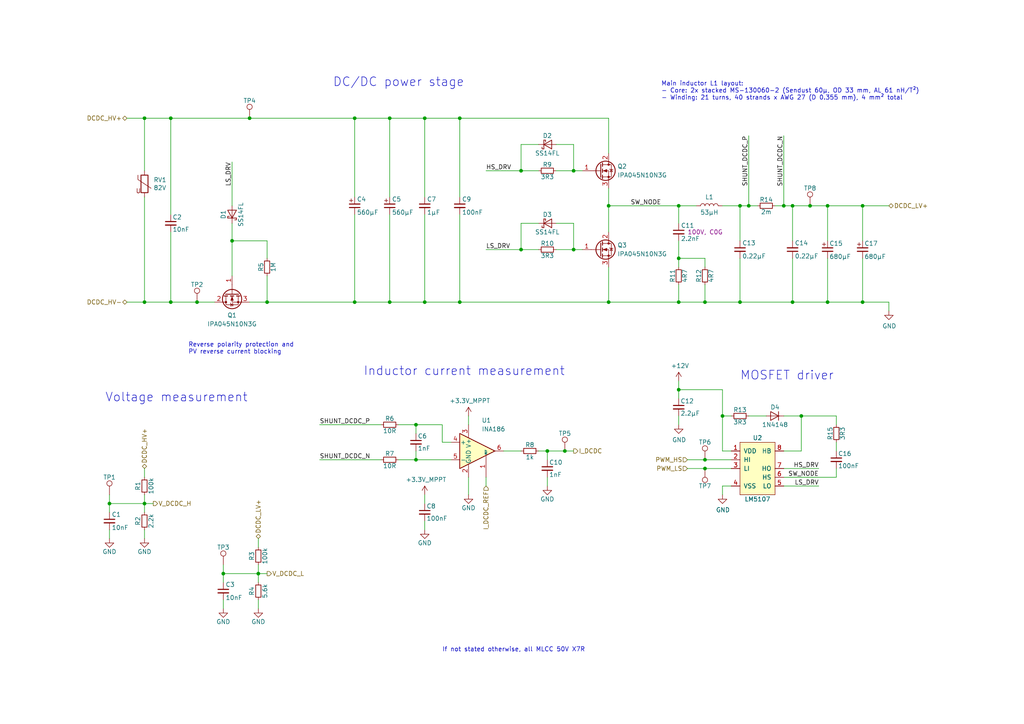
<source format=kicad_sch>
(kicad_sch
	(version 20250114)
	(generator "eeschema")
	(generator_version "9.0")
	(uuid "353d2e8a-55c3-48aa-986f-461cd5c90d2e")
	(paper "A4")
	(lib_symbols
		(symbol "Connector:TestPoint"
			(pin_numbers
				(hide yes)
			)
			(pin_names
				(offset 0.762)
				(hide yes)
			)
			(exclude_from_sim no)
			(in_bom yes)
			(on_board yes)
			(property "Reference" "TP"
				(at 0 6.858 0)
				(effects
					(font
						(size 1.27 1.27)
					)
				)
			)
			(property "Value" "TestPoint"
				(at 0 5.08 0)
				(effects
					(font
						(size 1.27 1.27)
					)
				)
			)
			(property "Footprint" ""
				(at 5.08 0 0)
				(effects
					(font
						(size 1.27 1.27)
					)
					(hide yes)
				)
			)
			(property "Datasheet" "~"
				(at 5.08 0 0)
				(effects
					(font
						(size 1.27 1.27)
					)
					(hide yes)
				)
			)
			(property "Description" "test point"
				(at 0 0 0)
				(effects
					(font
						(size 1.27 1.27)
					)
					(hide yes)
				)
			)
			(property "ki_keywords" "test point tp"
				(at 0 0 0)
				(effects
					(font
						(size 1.27 1.27)
					)
					(hide yes)
				)
			)
			(property "ki_fp_filters" "Pin* Test*"
				(at 0 0 0)
				(effects
					(font
						(size 1.27 1.27)
					)
					(hide yes)
				)
			)
			(symbol "TestPoint_0_1"
				(circle
					(center 0 3.302)
					(radius 0.762)
					(stroke
						(width 0)
						(type default)
					)
					(fill
						(type none)
					)
				)
			)
			(symbol "TestPoint_1_1"
				(pin passive line
					(at 0 0 90)
					(length 2.54)
					(name "1"
						(effects
							(font
								(size 1.27 1.27)
							)
						)
					)
					(number "1"
						(effects
							(font
								(size 1.27 1.27)
							)
						)
					)
				)
			)
			(embedded_fonts no)
		)
		(symbol "Device:L"
			(pin_numbers
				(hide yes)
			)
			(pin_names
				(offset 1.016)
				(hide yes)
			)
			(exclude_from_sim no)
			(in_bom yes)
			(on_board yes)
			(property "Reference" "L"
				(at -1.27 0 90)
				(effects
					(font
						(size 1.27 1.27)
					)
				)
			)
			(property "Value" "L"
				(at 1.905 0 90)
				(effects
					(font
						(size 1.27 1.27)
					)
				)
			)
			(property "Footprint" ""
				(at 0 0 0)
				(effects
					(font
						(size 1.27 1.27)
					)
					(hide yes)
				)
			)
			(property "Datasheet" "~"
				(at 0 0 0)
				(effects
					(font
						(size 1.27 1.27)
					)
					(hide yes)
				)
			)
			(property "Description" "Inductor"
				(at 0 0 0)
				(effects
					(font
						(size 1.27 1.27)
					)
					(hide yes)
				)
			)
			(property "ki_keywords" "inductor choke coil reactor magnetic"
				(at 0 0 0)
				(effects
					(font
						(size 1.27 1.27)
					)
					(hide yes)
				)
			)
			(property "ki_fp_filters" "Choke_* *Coil* Inductor_* L_*"
				(at 0 0 0)
				(effects
					(font
						(size 1.27 1.27)
					)
					(hide yes)
				)
			)
			(symbol "L_0_1"
				(arc
					(start 0 2.54)
					(mid 0.6323 1.905)
					(end 0 1.27)
					(stroke
						(width 0)
						(type default)
					)
					(fill
						(type none)
					)
				)
				(arc
					(start 0 1.27)
					(mid 0.6323 0.635)
					(end 0 0)
					(stroke
						(width 0)
						(type default)
					)
					(fill
						(type none)
					)
				)
				(arc
					(start 0 0)
					(mid 0.6323 -0.635)
					(end 0 -1.27)
					(stroke
						(width 0)
						(type default)
					)
					(fill
						(type none)
					)
				)
				(arc
					(start 0 -1.27)
					(mid 0.6323 -1.905)
					(end 0 -2.54)
					(stroke
						(width 0)
						(type default)
					)
					(fill
						(type none)
					)
				)
			)
			(symbol "L_1_1"
				(pin passive line
					(at 0 3.81 270)
					(length 1.27)
					(name "1"
						(effects
							(font
								(size 1.27 1.27)
							)
						)
					)
					(number "1"
						(effects
							(font
								(size 1.27 1.27)
							)
						)
					)
				)
				(pin passive line
					(at 0 -3.81 90)
					(length 1.27)
					(name "2"
						(effects
							(font
								(size 1.27 1.27)
							)
						)
					)
					(number "2"
						(effects
							(font
								(size 1.27 1.27)
							)
						)
					)
				)
			)
			(embedded_fonts no)
		)
		(symbol "Device:Q_NMOS_GDS"
			(pin_names
				(offset 0)
				(hide yes)
			)
			(exclude_from_sim no)
			(in_bom yes)
			(on_board yes)
			(property "Reference" "Q"
				(at 5.08 1.27 0)
				(effects
					(font
						(size 1.27 1.27)
					)
					(justify left)
				)
			)
			(property "Value" "Q_NMOS_GDS"
				(at 5.08 -1.27 0)
				(effects
					(font
						(size 1.27 1.27)
					)
					(justify left)
				)
			)
			(property "Footprint" ""
				(at 5.08 2.54 0)
				(effects
					(font
						(size 1.27 1.27)
					)
					(hide yes)
				)
			)
			(property "Datasheet" "~"
				(at 0 0 0)
				(effects
					(font
						(size 1.27 1.27)
					)
					(hide yes)
				)
			)
			(property "Description" "N-MOSFET transistor, gate/drain/source"
				(at 0 0 0)
				(effects
					(font
						(size 1.27 1.27)
					)
					(hide yes)
				)
			)
			(property "ki_keywords" "transistor NMOS N-MOS N-MOSFET"
				(at 0 0 0)
				(effects
					(font
						(size 1.27 1.27)
					)
					(hide yes)
				)
			)
			(symbol "Q_NMOS_GDS_0_1"
				(polyline
					(pts
						(xy 0.254 1.905) (xy 0.254 -1.905)
					)
					(stroke
						(width 0.254)
						(type default)
					)
					(fill
						(type none)
					)
				)
				(polyline
					(pts
						(xy 0.254 0) (xy -2.54 0)
					)
					(stroke
						(width 0)
						(type default)
					)
					(fill
						(type none)
					)
				)
				(polyline
					(pts
						(xy 0.762 2.286) (xy 0.762 1.27)
					)
					(stroke
						(width 0.254)
						(type default)
					)
					(fill
						(type none)
					)
				)
				(polyline
					(pts
						(xy 0.762 0.508) (xy 0.762 -0.508)
					)
					(stroke
						(width 0.254)
						(type default)
					)
					(fill
						(type none)
					)
				)
				(polyline
					(pts
						(xy 0.762 -1.27) (xy 0.762 -2.286)
					)
					(stroke
						(width 0.254)
						(type default)
					)
					(fill
						(type none)
					)
				)
				(polyline
					(pts
						(xy 0.762 -1.778) (xy 3.302 -1.778) (xy 3.302 1.778) (xy 0.762 1.778)
					)
					(stroke
						(width 0)
						(type default)
					)
					(fill
						(type none)
					)
				)
				(polyline
					(pts
						(xy 1.016 0) (xy 2.032 0.381) (xy 2.032 -0.381) (xy 1.016 0)
					)
					(stroke
						(width 0)
						(type default)
					)
					(fill
						(type outline)
					)
				)
				(circle
					(center 1.651 0)
					(radius 2.794)
					(stroke
						(width 0.254)
						(type default)
					)
					(fill
						(type none)
					)
				)
				(polyline
					(pts
						(xy 2.54 2.54) (xy 2.54 1.778)
					)
					(stroke
						(width 0)
						(type default)
					)
					(fill
						(type none)
					)
				)
				(circle
					(center 2.54 1.778)
					(radius 0.254)
					(stroke
						(width 0)
						(type default)
					)
					(fill
						(type outline)
					)
				)
				(circle
					(center 2.54 -1.778)
					(radius 0.254)
					(stroke
						(width 0)
						(type default)
					)
					(fill
						(type outline)
					)
				)
				(polyline
					(pts
						(xy 2.54 -2.54) (xy 2.54 0) (xy 0.762 0)
					)
					(stroke
						(width 0)
						(type default)
					)
					(fill
						(type none)
					)
				)
				(polyline
					(pts
						(xy 2.794 0.508) (xy 2.921 0.381) (xy 3.683 0.381) (xy 3.81 0.254)
					)
					(stroke
						(width 0)
						(type default)
					)
					(fill
						(type none)
					)
				)
				(polyline
					(pts
						(xy 3.302 0.381) (xy 2.921 -0.254) (xy 3.683 -0.254) (xy 3.302 0.381)
					)
					(stroke
						(width 0)
						(type default)
					)
					(fill
						(type none)
					)
				)
			)
			(symbol "Q_NMOS_GDS_1_1"
				(pin input line
					(at -5.08 0 0)
					(length 2.54)
					(name "G"
						(effects
							(font
								(size 1.27 1.27)
							)
						)
					)
					(number "1"
						(effects
							(font
								(size 1.27 1.27)
							)
						)
					)
				)
				(pin passive line
					(at 2.54 5.08 270)
					(length 2.54)
					(name "D"
						(effects
							(font
								(size 1.27 1.27)
							)
						)
					)
					(number "2"
						(effects
							(font
								(size 1.27 1.27)
							)
						)
					)
				)
				(pin passive line
					(at 2.54 -5.08 90)
					(length 2.54)
					(name "S"
						(effects
							(font
								(size 1.27 1.27)
							)
						)
					)
					(number "3"
						(effects
							(font
								(size 1.27 1.27)
							)
						)
					)
				)
			)
			(embedded_fonts no)
		)
		(symbol "Device:Varistor"
			(pin_numbers
				(hide yes)
			)
			(pin_names
				(offset 0)
			)
			(exclude_from_sim no)
			(in_bom yes)
			(on_board yes)
			(property "Reference" "RV"
				(at 3.175 0 90)
				(effects
					(font
						(size 1.27 1.27)
					)
				)
			)
			(property "Value" "Varistor"
				(at -3.175 0 90)
				(effects
					(font
						(size 1.27 1.27)
					)
				)
			)
			(property "Footprint" ""
				(at -1.778 0 90)
				(effects
					(font
						(size 1.27 1.27)
					)
					(hide yes)
				)
			)
			(property "Datasheet" "~"
				(at 0 0 0)
				(effects
					(font
						(size 1.27 1.27)
					)
					(hide yes)
				)
			)
			(property "Description" "Voltage dependent resistor"
				(at 0 0 0)
				(effects
					(font
						(size 1.27 1.27)
					)
					(hide yes)
				)
			)
			(property "Sim.Name" "kicad_builtin_varistor"
				(at 0 0 0)
				(effects
					(font
						(size 1.27 1.27)
					)
					(hide yes)
				)
			)
			(property "Sim.Device" "SUBCKT"
				(at 0 0 0)
				(effects
					(font
						(size 1.27 1.27)
					)
					(hide yes)
				)
			)
			(property "Sim.Pins" "1=A 2=B"
				(at 0 0 0)
				(effects
					(font
						(size 1.27 1.27)
					)
					(hide yes)
				)
			)
			(property "Sim.Params" "threshold=1k"
				(at 0 0 0)
				(effects
					(font
						(size 1.27 1.27)
					)
					(hide yes)
				)
			)
			(property "Sim.Library" "${KICAD7_SYMBOL_DIR}/Simulation_SPICE.sp"
				(at 0 0 0)
				(effects
					(font
						(size 1.27 1.27)
					)
					(hide yes)
				)
			)
			(property "ki_keywords" "VDR resistance"
				(at 0 0 0)
				(effects
					(font
						(size 1.27 1.27)
					)
					(hide yes)
				)
			)
			(property "ki_fp_filters" "RV_* Varistor*"
				(at 0 0 0)
				(effects
					(font
						(size 1.27 1.27)
					)
					(hide yes)
				)
			)
			(symbol "Varistor_0_0"
				(text "U"
					(at -1.778 -2.032 0)
					(effects
						(font
							(size 1.27 1.27)
						)
					)
				)
			)
			(symbol "Varistor_0_1"
				(polyline
					(pts
						(xy -1.905 2.54) (xy -1.905 1.27) (xy 1.905 -1.27)
					)
					(stroke
						(width 0)
						(type default)
					)
					(fill
						(type none)
					)
				)
				(rectangle
					(start -1.016 -2.54)
					(end 1.016 2.54)
					(stroke
						(width 0.254)
						(type default)
					)
					(fill
						(type none)
					)
				)
			)
			(symbol "Varistor_1_1"
				(pin passive line
					(at 0 3.81 270)
					(length 1.27)
					(name "~"
						(effects
							(font
								(size 1.27 1.27)
							)
						)
					)
					(number "1"
						(effects
							(font
								(size 1.27 1.27)
							)
						)
					)
				)
				(pin passive line
					(at 0 -3.81 90)
					(length 1.27)
					(name "~"
						(effects
							(font
								(size 1.27 1.27)
							)
						)
					)
					(number "2"
						(effects
							(font
								(size 1.27 1.27)
							)
						)
					)
				)
			)
			(embedded_fonts no)
		)
		(symbol "LibreSolar:C"
			(pin_numbers
				(hide yes)
			)
			(pin_names
				(offset 0.254)
				(hide yes)
			)
			(exclude_from_sim no)
			(in_bom yes)
			(on_board yes)
			(property "Reference" "C"
				(at 0.635 1.905 0)
				(effects
					(font
						(size 1.27 1.27)
					)
					(justify left)
				)
			)
			(property "Value" "C"
				(at 0.635 -1.905 0)
				(effects
					(font
						(size 1.27 1.27)
					)
					(justify left)
				)
			)
			(property "Footprint" ""
				(at 0 -5.08 0)
				(effects
					(font
						(size 1.27 1.27)
					)
					(hide yes)
				)
			)
			(property "Datasheet" ""
				(at 0.635 1.905 0)
				(effects
					(font
						(size 1.27 1.27)
					)
					(hide yes)
				)
			)
			(property "Description" "Unpolarized capacitor"
				(at 0 0 0)
				(effects
					(font
						(size 1.27 1.27)
					)
					(hide yes)
				)
			)
			(property "ki_keywords" "capacitor"
				(at 0 0 0)
				(effects
					(font
						(size 1.27 1.27)
					)
					(hide yes)
				)
			)
			(property "ki_fp_filters" "C? C_????_* C_???? SMD*_c Capacitor*"
				(at 0 0 0)
				(effects
					(font
						(size 1.27 1.27)
					)
					(hide yes)
				)
			)
			(symbol "C_0_1"
				(polyline
					(pts
						(xy -1.524 0.508) (xy 0 0.508) (xy 1.524 0.508)
					)
					(stroke
						(width 0.3048)
						(type default)
					)
					(fill
						(type none)
					)
				)
				(polyline
					(pts
						(xy -1.524 -0.508) (xy 1.524 -0.508)
					)
					(stroke
						(width 0.3302)
						(type default)
					)
					(fill
						(type none)
					)
				)
			)
			(symbol "C_1_1"
				(pin passive line
					(at 0 2.54 270)
					(length 1.905)
					(name "~"
						(effects
							(font
								(size 1.016 1.016)
							)
						)
					)
					(number "1"
						(effects
							(font
								(size 1.016 1.016)
							)
						)
					)
				)
				(pin passive line
					(at 0 -2.54 90)
					(length 2.032)
					(name "~"
						(effects
							(font
								(size 1.016 1.016)
							)
						)
					)
					(number "2"
						(effects
							(font
								(size 1.016 1.016)
							)
						)
					)
				)
			)
			(embedded_fonts no)
		)
		(symbol "LibreSolar:CP"
			(pin_numbers
				(hide yes)
			)
			(pin_names
				(offset 0.254)
				(hide yes)
			)
			(exclude_from_sim no)
			(in_bom yes)
			(on_board yes)
			(property "Reference" "C"
				(at 0.635 1.905 0)
				(effects
					(font
						(size 1.27 1.27)
					)
					(justify left)
				)
			)
			(property "Value" "CP"
				(at 0.635 -1.905 0)
				(effects
					(font
						(size 1.27 1.27)
					)
					(justify left)
				)
			)
			(property "Footprint" ""
				(at 0.635 -5.715 0)
				(effects
					(font
						(size 1.27 1.27)
					)
					(justify left)
					(hide yes)
				)
			)
			(property "Datasheet" ""
				(at 0.635 1.905 0)
				(effects
					(font
						(size 1.27 1.27)
					)
					(hide yes)
				)
			)
			(property "Description" "Polarized capacitor"
				(at 0 0 0)
				(effects
					(font
						(size 1.27 1.27)
					)
					(hide yes)
				)
			)
			(property "ki_keywords" "capacitor"
				(at 0 0 0)
				(effects
					(font
						(size 1.27 1.27)
					)
					(hide yes)
				)
			)
			(property "ki_fp_filters" "CP* C_Axial* C_Radial* TantalC* C*elec c_elec* SMD*_Pol"
				(at 0 0 0)
				(effects
					(font
						(size 1.27 1.27)
					)
					(hide yes)
				)
			)
			(symbol "CP_0_0"
				(polyline
					(pts
						(xy -1.524 0.508) (xy 1.524 0.508)
					)
					(stroke
						(width 0.3048)
						(type default)
					)
					(fill
						(type none)
					)
				)
				(polyline
					(pts
						(xy -1.524 -0.508) (xy 1.524 -0.508)
					)
					(stroke
						(width 0.3048)
						(type default)
					)
					(fill
						(type none)
					)
				)
			)
			(symbol "CP_0_1"
				(polyline
					(pts
						(xy -1.524 1.524) (xy -0.508 1.524)
					)
					(stroke
						(width 0)
						(type default)
					)
					(fill
						(type none)
					)
				)
				(polyline
					(pts
						(xy -1.016 1.016) (xy -1.016 2.032)
					)
					(stroke
						(width 0)
						(type default)
					)
					(fill
						(type none)
					)
				)
			)
			(symbol "CP_1_1"
				(pin passive line
					(at 0 2.54 270)
					(length 2.032)
					(name "~"
						(effects
							(font
								(size 1.016 1.016)
							)
						)
					)
					(number "1"
						(effects
							(font
								(size 1.016 1.016)
							)
						)
					)
				)
				(pin passive line
					(at 0 -2.54 90)
					(length 2.032)
					(name "~"
						(effects
							(font
								(size 1.016 1.016)
							)
						)
					)
					(number "2"
						(effects
							(font
								(size 1.016 1.016)
							)
						)
					)
				)
			)
			(embedded_fonts no)
		)
		(symbol "LibreSolar:INA186"
			(pin_names
				(offset 0.127)
			)
			(exclude_from_sim no)
			(in_bom yes)
			(on_board yes)
			(property "Reference" "U"
				(at 3.81 3.81 0)
				(effects
					(font
						(size 1.27 1.27)
					)
					(justify left)
				)
			)
			(property "Value" "INA186"
				(at 3.81 -2.54 0)
				(effects
					(font
						(size 1.27 1.27)
					)
					(justify left)
				)
			)
			(property "Footprint" "Package_TO_SOT_SMD:SOT-363_SC-70-6"
				(at 1.27 1.27 0)
				(effects
					(font
						(size 1.27 1.27)
					)
					(hide yes)
				)
			)
			(property "Datasheet" "http://www.ti.com/lit/ds/symlink/ina186.pdf"
				(at 3.81 3.81 0)
				(effects
					(font
						(size 1.27 1.27)
					)
					(hide yes)
				)
			)
			(property "Description" "Bidirectional, Low- and High-Side Voltage Output, Current-Sense Amplifier, SC-70"
				(at 0 0 0)
				(effects
					(font
						(size 1.27 1.27)
					)
					(hide yes)
				)
			)
			(property "ki_keywords" "current monitor shunt sensor bidirectional"
				(at 0 0 0)
				(effects
					(font
						(size 1.27 1.27)
					)
					(hide yes)
				)
			)
			(property "ki_fp_filters" "SOT?23*"
				(at 0 0 0)
				(effects
					(font
						(size 1.27 1.27)
					)
					(hide yes)
				)
			)
			(symbol "INA186_0_1"
				(polyline
					(pts
						(xy 5.08 0) (xy -5.08 5.08) (xy -5.08 -5.08) (xy 5.08 0)
					)
					(stroke
						(width 0.254)
						(type default)
					)
					(fill
						(type background)
					)
				)
			)
			(symbol "INA186_1_1"
				(pin input line
					(at -7.62 2.54 0)
					(length 2.54)
					(name "+"
						(effects
							(font
								(size 1.27 1.27)
							)
						)
					)
					(number "4"
						(effects
							(font
								(size 1.27 1.27)
							)
						)
					)
				)
				(pin input line
					(at -7.62 -2.54 0)
					(length 2.54)
					(name "-"
						(effects
							(font
								(size 1.27 1.27)
							)
						)
					)
					(number "5"
						(effects
							(font
								(size 1.27 1.27)
							)
						)
					)
				)
				(pin power_in line
					(at -2.54 7.62 270)
					(length 3.81)
					(name "V+"
						(effects
							(font
								(size 1.27 1.27)
							)
						)
					)
					(number "3"
						(effects
							(font
								(size 1.27 1.27)
							)
						)
					)
				)
				(pin power_in line
					(at -2.54 -7.62 90)
					(length 3.81)
					(name "GND"
						(effects
							(font
								(size 1.27 1.27)
							)
						)
					)
					(number "2"
						(effects
							(font
								(size 1.27 1.27)
							)
						)
					)
				)
				(pin input line
					(at 2.54 -7.62 90)
					(length 6.35)
					(name "REF"
						(effects
							(font
								(size 0.508 0.508)
							)
						)
					)
					(number "1"
						(effects
							(font
								(size 1.27 1.27)
							)
						)
					)
				)
				(pin output line
					(at 7.62 0 180)
					(length 2.54)
					(name "~"
						(effects
							(font
								(size 1.27 1.27)
							)
						)
					)
					(number "6"
						(effects
							(font
								(size 1.27 1.27)
							)
						)
					)
				)
			)
			(embedded_fonts no)
		)
		(symbol "Project:C"
			(pin_numbers
				(hide yes)
			)
			(pin_names
				(offset 0.254)
				(hide yes)
			)
			(exclude_from_sim no)
			(in_bom yes)
			(on_board yes)
			(property "Reference" "C"
				(at 0.635 1.905 0)
				(effects
					(font
						(size 1.27 1.27)
					)
					(justify left)
				)
			)
			(property "Value" "C"
				(at 0.635 -1.905 0)
				(effects
					(font
						(size 1.27 1.27)
					)
					(justify left)
				)
			)
			(property "Footprint" ""
				(at 0 -5.08 0)
				(effects
					(font
						(size 1.27 1.27)
					)
					(hide yes)
				)
			)
			(property "Datasheet" ""
				(at 0.635 1.905 0)
				(effects
					(font
						(size 1.27 1.27)
					)
				)
			)
			(property "Description" "Unpolarized capacitor"
				(at 0 0 0)
				(effects
					(font
						(size 1.27 1.27)
					)
					(hide yes)
				)
			)
			(property "ki_fp_filters" "C? C_????_* C_???? SMD*_c Capacitor*"
				(at 0 0 0)
				(effects
					(font
						(size 1.27 1.27)
					)
					(hide yes)
				)
			)
			(symbol "C_0_1"
				(polyline
					(pts
						(xy -1.524 0.508) (xy 0 0.508) (xy 1.524 0.508)
					)
					(stroke
						(width 0.3048)
						(type solid)
					)
					(fill
						(type none)
					)
				)
				(polyline
					(pts
						(xy -1.524 -0.508) (xy 1.524 -0.508)
					)
					(stroke
						(width 0.3302)
						(type solid)
					)
					(fill
						(type none)
					)
				)
			)
			(symbol "C_1_1"
				(pin passive line
					(at 0 2.54 270)
					(length 1.905)
					(name "~"
						(effects
							(font
								(size 1.016 1.016)
							)
						)
					)
					(number "1"
						(effects
							(font
								(size 1.016 1.016)
							)
						)
					)
				)
				(pin passive line
					(at 0 -2.54 90)
					(length 2.032)
					(name "~"
						(effects
							(font
								(size 1.016 1.016)
							)
						)
					)
					(number "2"
						(effects
							(font
								(size 1.016 1.016)
							)
						)
					)
				)
			)
			(embedded_fonts no)
		)
		(symbol "Project:D"
			(pin_numbers
				(hide yes)
			)
			(pin_names
				(offset 0.254)
				(hide yes)
			)
			(exclude_from_sim no)
			(in_bom yes)
			(on_board yes)
			(property "Reference" "D"
				(at 0 2.54 0)
				(effects
					(font
						(size 1.27 1.27)
					)
				)
			)
			(property "Value" "D"
				(at 0 -2.54 0)
				(effects
					(font
						(size 1.27 1.27)
					)
				)
			)
			(property "Footprint" ""
				(at -2.54 0 0)
				(effects
					(font
						(size 1.27 1.27)
					)
					(hide yes)
				)
			)
			(property "Datasheet" ""
				(at 0 2.54 0)
				(effects
					(font
						(size 1.27 1.27)
					)
					(hide yes)
				)
			)
			(property "Description" "Diode"
				(at 0 0 0)
				(effects
					(font
						(size 1.27 1.27)
					)
					(hide yes)
				)
			)
			(property "ki_fp_filters" "Diode_* D-Pak_TO252AA *SingleDiode *SingleDiode* *_Diode_*"
				(at 0 0 0)
				(effects
					(font
						(size 1.27 1.27)
					)
					(hide yes)
				)
			)
			(symbol "D_0_1"
				(polyline
					(pts
						(xy -1.27 0) (xy 1.27 0)
					)
					(stroke
						(width 0)
						(type solid)
					)
					(fill
						(type none)
					)
				)
				(polyline
					(pts
						(xy -1.016 -1.27) (xy -1.016 1.27)
					)
					(stroke
						(width 0.2032)
						(type solid)
					)
					(fill
						(type none)
					)
				)
				(polyline
					(pts
						(xy 1.27 -1.27) (xy -1.016 0) (xy 1.27 1.27) (xy 1.27 -1.27)
					)
					(stroke
						(width 0.2032)
						(type solid)
					)
					(fill
						(type none)
					)
				)
			)
			(symbol "D_1_1"
				(pin passive line
					(at -2.54 0 0)
					(length 1.27)
					(name "K"
						(effects
							(font
								(size 1.27 1.27)
							)
						)
					)
					(number "1"
						(effects
							(font
								(size 1.27 1.27)
							)
						)
					)
				)
				(pin passive line
					(at 2.54 0 180)
					(length 1.27)
					(name "A"
						(effects
							(font
								(size 1.27 1.27)
							)
						)
					)
					(number "2"
						(effects
							(font
								(size 1.27 1.27)
							)
						)
					)
				)
			)
			(embedded_fonts no)
		)
		(symbol "Project:D_Schottky"
			(pin_numbers
				(hide yes)
			)
			(pin_names
				(offset 0.254)
				(hide yes)
			)
			(exclude_from_sim no)
			(in_bom yes)
			(on_board yes)
			(property "Reference" "D"
				(at 0 2.54 0)
				(effects
					(font
						(size 1.27 1.27)
					)
				)
			)
			(property "Value" "D_Schottky"
				(at 0 -2.54 0)
				(effects
					(font
						(size 1.27 1.27)
					)
				)
			)
			(property "Footprint" ""
				(at 0 0 90)
				(effects
					(font
						(size 1.27 1.27)
					)
				)
			)
			(property "Datasheet" ""
				(at 0 0 90)
				(effects
					(font
						(size 1.27 1.27)
					)
				)
			)
			(property "Description" "Diode Schottky"
				(at 0 0 0)
				(effects
					(font
						(size 1.27 1.27)
					)
					(hide yes)
				)
			)
			(property "ki_fp_filters" "Diode_* D-Pak_TO252AA *SingleDiode *SingleDiode* *_Diode_*"
				(at 0 0 0)
				(effects
					(font
						(size 1.27 1.27)
					)
					(hide yes)
				)
			)
			(symbol "D_Schottky_0_1"
				(polyline
					(pts
						(xy -1.016 1.27) (xy -0.508 1.27) (xy -0.508 0.762)
					)
					(stroke
						(width 0.2032)
						(type solid)
					)
					(fill
						(type none)
					)
				)
				(polyline
					(pts
						(xy -1.016 -1.27) (xy -1.016 1.27)
					)
					(stroke
						(width 0.2032)
						(type solid)
					)
					(fill
						(type none)
					)
				)
				(polyline
					(pts
						(xy -1.016 -1.27) (xy -1.524 -1.27) (xy -1.524 -0.762)
					)
					(stroke
						(width 0.2032)
						(type solid)
					)
					(fill
						(type none)
					)
				)
				(polyline
					(pts
						(xy 1.27 0) (xy -1.27 0)
					)
					(stroke
						(width 0)
						(type solid)
					)
					(fill
						(type none)
					)
				)
				(polyline
					(pts
						(xy 1.27 -1.27) (xy -1.016 0) (xy 1.27 1.27) (xy 1.27 -1.27)
					)
					(stroke
						(width 0.2032)
						(type solid)
					)
					(fill
						(type none)
					)
				)
			)
			(symbol "D_Schottky_1_1"
				(pin passive line
					(at -2.54 0 0)
					(length 1.27)
					(name "K"
						(effects
							(font
								(size 1.27 1.27)
							)
						)
					)
					(number "1"
						(effects
							(font
								(size 1.27 1.27)
							)
						)
					)
				)
				(pin passive line
					(at 2.54 0 180)
					(length 1.27)
					(name "A"
						(effects
							(font
								(size 1.27 1.27)
							)
						)
					)
					(number "2"
						(effects
							(font
								(size 1.27 1.27)
							)
						)
					)
				)
			)
			(embedded_fonts no)
		)
		(symbol "Project:LM5107"
			(pin_names
				(offset 1.016)
			)
			(exclude_from_sim no)
			(in_bom yes)
			(on_board yes)
			(property "Reference" "U"
				(at 0 8.89 0)
				(effects
					(font
						(size 1.27 1.27)
					)
				)
			)
			(property "Value" "LM5107"
				(at 0 -8.89 0)
				(effects
					(font
						(size 1.27 1.27)
					)
				)
			)
			(property "Footprint" ""
				(at 1.27 0 0)
				(effects
					(font
						(size 1.524 1.524)
					)
					(hide yes)
				)
			)
			(property "Datasheet" ""
				(at 1.27 0 0)
				(effects
					(font
						(size 1.524 1.524)
					)
					(hide yes)
				)
			)
			(property "Description" ""
				(at 0 0 0)
				(effects
					(font
						(size 1.27 1.27)
					)
					(hide yes)
				)
			)
			(property "ki_locked" ""
				(at 0 0 0)
				(effects
					(font
						(size 1.27 1.27)
					)
				)
			)
			(property "ki_fp_filters" "*LIBRESOLAR_SOIC-8-N*"
				(at 0 0 0)
				(effects
					(font
						(size 1.27 1.27)
					)
					(hide yes)
				)
			)
			(symbol "LM5107_1_0"
				(rectangle
					(start -5.08 7.62)
					(end 5.08 -7.62)
					(stroke
						(width 0)
						(type solid)
					)
					(fill
						(type background)
					)
				)
			)
			(symbol "LM5107_1_1"
				(pin power_in line
					(at -7.62 5.08 0)
					(length 2.54)
					(name "VDD"
						(effects
							(font
								(size 1.27 1.27)
							)
						)
					)
					(number "1"
						(effects
							(font
								(size 1.27 1.27)
							)
						)
					)
				)
				(pin input line
					(at -7.62 2.54 0)
					(length 2.54)
					(name "HI"
						(effects
							(font
								(size 1.27 1.27)
							)
						)
					)
					(number "2"
						(effects
							(font
								(size 1.27 1.27)
							)
						)
					)
				)
				(pin input line
					(at -7.62 0 0)
					(length 2.54)
					(name "LI"
						(effects
							(font
								(size 1.27 1.27)
							)
						)
					)
					(number "3"
						(effects
							(font
								(size 1.27 1.27)
							)
						)
					)
				)
				(pin power_in line
					(at -7.62 -5.08 0)
					(length 2.54)
					(name "VSS"
						(effects
							(font
								(size 1.27 1.27)
							)
						)
					)
					(number "4"
						(effects
							(font
								(size 1.27 1.27)
							)
						)
					)
				)
				(pin input line
					(at 7.62 5.08 180)
					(length 2.54)
					(name "HB"
						(effects
							(font
								(size 1.27 1.27)
							)
						)
					)
					(number "8"
						(effects
							(font
								(size 1.27 1.27)
							)
						)
					)
				)
				(pin output line
					(at 7.62 0 180)
					(length 2.54)
					(name "HO"
						(effects
							(font
								(size 1.27 1.27)
							)
						)
					)
					(number "7"
						(effects
							(font
								(size 1.27 1.27)
							)
						)
					)
				)
				(pin input line
					(at 7.62 -2.54 180)
					(length 2.54)
					(name "HS"
						(effects
							(font
								(size 1.27 1.27)
							)
						)
					)
					(number "6"
						(effects
							(font
								(size 1.27 1.27)
							)
						)
					)
				)
				(pin output line
					(at 7.62 -5.08 180)
					(length 2.54)
					(name "LO"
						(effects
							(font
								(size 1.27 1.27)
							)
						)
					)
					(number "5"
						(effects
							(font
								(size 1.27 1.27)
							)
						)
					)
				)
			)
			(embedded_fonts no)
		)
		(symbol "Project:R"
			(pin_numbers
				(hide yes)
			)
			(pin_names
				(offset 0.254)
				(hide yes)
			)
			(exclude_from_sim no)
			(in_bom yes)
			(on_board yes)
			(property "Reference" "R"
				(at -1.905 0 90)
				(effects
					(font
						(size 1.27 1.27)
					)
				)
			)
			(property "Value" "R"
				(at 1.905 0 90)
				(effects
					(font
						(size 1.27 1.27)
					)
				)
			)
			(property "Footprint" ""
				(at -4.445 -2.54 90)
				(effects
					(font
						(size 1.27 1.27)
					)
					(hide yes)
				)
			)
			(property "Datasheet" ""
				(at 0 0 0)
				(effects
					(font
						(size 1.27 1.27)
					)
				)
			)
			(property "Description" "Resistor"
				(at 0 0 0)
				(effects
					(font
						(size 1.27 1.27)
					)
					(hide yes)
				)
			)
			(property "ki_fp_filters" "Resistor_* R_*"
				(at 0 0 0)
				(effects
					(font
						(size 1.27 1.27)
					)
					(hide yes)
				)
			)
			(symbol "R_0_1"
				(rectangle
					(start -0.762 1.778)
					(end 0.762 -1.778)
					(stroke
						(width 0.2032)
						(type solid)
					)
					(fill
						(type none)
					)
				)
			)
			(symbol "R_1_1"
				(pin passive line
					(at 0 2.54 270)
					(length 0.762)
					(name "~"
						(effects
							(font
								(size 1.016 1.016)
							)
						)
					)
					(number "1"
						(effects
							(font
								(size 1.016 1.016)
							)
						)
					)
				)
				(pin passive line
					(at 0 -2.54 90)
					(length 0.762)
					(name "~"
						(effects
							(font
								(size 1.016 1.016)
							)
						)
					)
					(number "2"
						(effects
							(font
								(size 1.016 1.016)
							)
						)
					)
				)
			)
			(embedded_fonts no)
		)
		(symbol "mppt-2420-hc-rescue:+12V-power"
			(power)
			(pin_names
				(offset 0)
			)
			(exclude_from_sim no)
			(in_bom yes)
			(on_board yes)
			(property "Reference" "#PWR"
				(at 0 -3.81 0)
				(effects
					(font
						(size 1.27 1.27)
					)
					(hide yes)
				)
			)
			(property "Value" "power_+12V"
				(at 0 3.556 0)
				(effects
					(font
						(size 1.27 1.27)
					)
				)
			)
			(property "Footprint" ""
				(at 0 0 0)
				(effects
					(font
						(size 1.27 1.27)
					)
					(hide yes)
				)
			)
			(property "Datasheet" ""
				(at 0 0 0)
				(effects
					(font
						(size 1.27 1.27)
					)
					(hide yes)
				)
			)
			(property "Description" ""
				(at 0 0 0)
				(effects
					(font
						(size 1.27 1.27)
					)
					(hide yes)
				)
			)
			(symbol "+12V-power_0_1"
				(polyline
					(pts
						(xy -0.762 1.27) (xy 0 2.54)
					)
					(stroke
						(width 0)
						(type solid)
					)
					(fill
						(type none)
					)
				)
				(polyline
					(pts
						(xy 0 2.54) (xy 0.762 1.27)
					)
					(stroke
						(width 0)
						(type solid)
					)
					(fill
						(type none)
					)
				)
				(polyline
					(pts
						(xy 0 0) (xy 0 2.54)
					)
					(stroke
						(width 0)
						(type solid)
					)
					(fill
						(type none)
					)
				)
			)
			(symbol "+12V-power_1_1"
				(pin power_in line
					(at 0 0 90)
					(length 0)
					(hide yes)
					(name "+12V"
						(effects
							(font
								(size 1.27 1.27)
							)
						)
					)
					(number "1"
						(effects
							(font
								(size 1.27 1.27)
							)
						)
					)
				)
			)
			(embedded_fonts no)
		)
		(symbol "mppt-2420-hc-rescue:+3.3V-power"
			(power)
			(pin_names
				(offset 0)
			)
			(exclude_from_sim no)
			(in_bom yes)
			(on_board yes)
			(property "Reference" "#PWR"
				(at 0 -3.81 0)
				(effects
					(font
						(size 1.27 1.27)
					)
					(hide yes)
				)
			)
			(property "Value" "power_+3.3V"
				(at 0 3.556 0)
				(effects
					(font
						(size 1.27 1.27)
					)
				)
			)
			(property "Footprint" ""
				(at 0 0 0)
				(effects
					(font
						(size 1.27 1.27)
					)
					(hide yes)
				)
			)
			(property "Datasheet" ""
				(at 0 0 0)
				(effects
					(font
						(size 1.27 1.27)
					)
					(hide yes)
				)
			)
			(property "Description" ""
				(at 0 0 0)
				(effects
					(font
						(size 1.27 1.27)
					)
					(hide yes)
				)
			)
			(symbol "+3.3V-power_0_1"
				(polyline
					(pts
						(xy -0.762 1.27) (xy 0 2.54)
					)
					(stroke
						(width 0)
						(type solid)
					)
					(fill
						(type none)
					)
				)
				(polyline
					(pts
						(xy 0 2.54) (xy 0.762 1.27)
					)
					(stroke
						(width 0)
						(type solid)
					)
					(fill
						(type none)
					)
				)
				(polyline
					(pts
						(xy 0 0) (xy 0 2.54)
					)
					(stroke
						(width 0)
						(type solid)
					)
					(fill
						(type none)
					)
				)
			)
			(symbol "+3.3V-power_1_1"
				(pin power_in line
					(at 0 0 90)
					(length 0)
					(hide yes)
					(name "+3V3"
						(effects
							(font
								(size 1.27 1.27)
							)
						)
					)
					(number "1"
						(effects
							(font
								(size 1.27 1.27)
							)
						)
					)
				)
			)
			(embedded_fonts no)
		)
		(symbol "mppt-2420-hc-rescue:GND-power"
			(power)
			(pin_names
				(offset 0)
			)
			(exclude_from_sim no)
			(in_bom yes)
			(on_board yes)
			(property "Reference" "#PWR"
				(at 0 -6.35 0)
				(effects
					(font
						(size 1.27 1.27)
					)
					(hide yes)
				)
			)
			(property "Value" "power_GND"
				(at 0 -3.81 0)
				(effects
					(font
						(size 1.27 1.27)
					)
				)
			)
			(property "Footprint" ""
				(at 0 0 0)
				(effects
					(font
						(size 1.27 1.27)
					)
					(hide yes)
				)
			)
			(property "Datasheet" ""
				(at 0 0 0)
				(effects
					(font
						(size 1.27 1.27)
					)
					(hide yes)
				)
			)
			(property "Description" ""
				(at 0 0 0)
				(effects
					(font
						(size 1.27 1.27)
					)
					(hide yes)
				)
			)
			(symbol "GND-power_0_1"
				(polyline
					(pts
						(xy 0 0) (xy 0 -1.27) (xy 1.27 -1.27) (xy 0 -2.54) (xy -1.27 -1.27) (xy 0 -1.27)
					)
					(stroke
						(width 0)
						(type solid)
					)
					(fill
						(type none)
					)
				)
			)
			(symbol "GND-power_1_1"
				(pin power_in line
					(at 0 0 270)
					(length 0)
					(hide yes)
					(name "GND"
						(effects
							(font
								(size 1.27 1.27)
							)
						)
					)
					(number "1"
						(effects
							(font
								(size 1.27 1.27)
							)
						)
					)
				)
			)
			(embedded_fonts no)
		)
	)
	(text "DC/DC power stage"
		(exclude_from_sim no)
		(at 96.52 25.4 0)
		(effects
			(font
				(size 2.54 2.54)
			)
			(justify left bottom)
		)
		(uuid "05927be5-80e7-4bd0-a9ec-5e24d03637d2")
	)
	(text "Reverse polarity protection and\nPV reverse current blocking"
		(exclude_from_sim no)
		(at 54.61 102.87 0)
		(effects
			(font
				(size 1.27 1.27)
			)
			(justify left bottom)
		)
		(uuid "145a8f04-d315-4554-b815-ad22c6734f27")
	)
	(text "If not stated otherwise, all MLCC 50V X7R"
		(exclude_from_sim no)
		(at 128.27 189.23 0)
		(effects
			(font
				(size 1.27 1.27)
			)
			(justify left bottom)
		)
		(uuid "2efedbcb-54fd-4754-b56b-3ad12bb33c1e")
	)
	(text "Voltage measurement"
		(exclude_from_sim no)
		(at 30.48 116.84 0)
		(effects
			(font
				(size 2.54 2.54)
			)
			(justify left bottom)
		)
		(uuid "5c1723f8-fa94-40f1-944f-28818ff30718")
	)
	(text "Main inductor L1 layout:\n- Core: 2x stacked MS-130060-2 (Sendust 60µ, OD 33 mm, AL 61 nH/T²)\n- Winding: 21 turns, 40 strands x AWG 27 (D 0.355 mm), 4 mm² total"
		(exclude_from_sim no)
		(at 191.77 29.21 0)
		(effects
			(font
				(size 1.27 1.27)
			)
			(justify left bottom)
		)
		(uuid "71f5eb2b-bf0d-4648-b8bf-4cf3305ee7aa")
	)
	(text "Inductor current measurement"
		(exclude_from_sim no)
		(at 105.41 109.22 0)
		(effects
			(font
				(size 2.54 2.54)
			)
			(justify left bottom)
		)
		(uuid "d4040ca1-6542-4b5f-b2e5-33c4fe59d2f9")
	)
	(text "MOSFET driver"
		(exclude_from_sim no)
		(at 214.63 110.49 0)
		(effects
			(font
				(size 2.54 2.54)
			)
			(justify left bottom)
		)
		(uuid "e9e090d5-faf8-406b-9802-4dd98d8b3011")
	)
	(junction
		(at 57.15 87.63)
		(diameter 0)
		(color 0 0 0 0)
		(uuid "0222d806-4ed7-4412-83ae-e453b9943981")
	)
	(junction
		(at 123.19 87.63)
		(diameter 0)
		(color 0 0 0 0)
		(uuid "0259511c-c2be-4dd4-8aec-978a11eb7777")
	)
	(junction
		(at 196.85 113.03)
		(diameter 0)
		(color 0 0 0 0)
		(uuid "07b7118c-520a-43e0-a420-a9905ae13cea")
	)
	(junction
		(at 214.63 87.63)
		(diameter 0)
		(color 0 0 0 0)
		(uuid "09fe4b5a-fb04-40db-a524-b2c18fbfe883")
	)
	(junction
		(at 64.77 166.37)
		(diameter 0)
		(color 0 0 0 0)
		(uuid "113e70ce-9614-4390-b301-d89fc99a0b7f")
	)
	(junction
		(at 49.53 87.63)
		(diameter 0)
		(color 0 0 0 0)
		(uuid "1486f45b-7471-40c4-b447-7662468b7506")
	)
	(junction
		(at 196.85 87.63)
		(diameter 0)
		(color 0 0 0 0)
		(uuid "17f85637-f7f3-4990-92f2-ef788d12001e")
	)
	(junction
		(at 113.03 34.29)
		(diameter 0)
		(color 0 0 0 0)
		(uuid "19a67ff3-26ed-4d76-93ad-facb336fe665")
	)
	(junction
		(at 240.03 87.63)
		(diameter 0)
		(color 0 0 0 0)
		(uuid "1c2b69fd-885d-4574-8a4c-cc205a84b0d5")
	)
	(junction
		(at 214.63 59.69)
		(diameter 0)
		(color 0 0 0 0)
		(uuid "249506c2-9f3c-4bc8-b9e3-9c34a0e450a6")
	)
	(junction
		(at 113.03 87.63)
		(diameter 0)
		(color 0 0 0 0)
		(uuid "26cdc821-0cc6-4921-a23d-9c86582c87d8")
	)
	(junction
		(at 133.35 34.29)
		(diameter 0)
		(color 0 0 0 0)
		(uuid "2b78181f-12d2-4e4c-ae07-9cf4d479555c")
	)
	(junction
		(at 163.83 130.81)
		(diameter 0)
		(color 0 0 0 0)
		(uuid "2ed540a6-dc7c-42f1-8f3b-7525722299e2")
	)
	(junction
		(at 67.31 69.85)
		(diameter 0)
		(color 0 0 0 0)
		(uuid "30933625-898e-48b0-a314-39fee2157065")
	)
	(junction
		(at 234.95 59.69)
		(diameter 0)
		(color 0 0 0 0)
		(uuid "36afc872-8787-4ab4-9128-0068838aefb7")
	)
	(junction
		(at 151.13 72.39)
		(diameter 0)
		(color 0 0 0 0)
		(uuid "3b24b596-3b1d-4613-a053-3aef1fe58561")
	)
	(junction
		(at 196.85 74.93)
		(diameter 0)
		(color 0 0 0 0)
		(uuid "3c58aeec-2843-44d8-8bdd-4052a000156d")
	)
	(junction
		(at 227.33 59.69)
		(diameter 0)
		(color 0 0 0 0)
		(uuid "3ed0b543-5808-4f97-a41c-77f199e59e8f")
	)
	(junction
		(at 72.39 34.29)
		(diameter 0)
		(color 0 0 0 0)
		(uuid "422d11e0-c0f5-4d77-bfc4-c4efeaae0d62")
	)
	(junction
		(at 41.91 146.05)
		(diameter 0)
		(color 0 0 0 0)
		(uuid "42803a8a-aa99-4783-aff5-69855dd8c611")
	)
	(junction
		(at 77.47 87.63)
		(diameter 0)
		(color 0 0 0 0)
		(uuid "4e1abc68-921b-43dd-ab51-39f57ec2af68")
	)
	(junction
		(at 209.55 120.65)
		(diameter 0)
		(color 0 0 0 0)
		(uuid "513dc090-e5f4-4fbe-994a-c61375b808bf")
	)
	(junction
		(at 166.37 72.39)
		(diameter 0)
		(color 0 0 0 0)
		(uuid "5d1251cd-e0ac-4d44-97f5-471dfdb9bff0")
	)
	(junction
		(at 74.93 166.37)
		(diameter 0)
		(color 0 0 0 0)
		(uuid "61f6fed6-4ef7-4dce-878b-b3ef7a48fb3f")
	)
	(junction
		(at 120.65 133.35)
		(diameter 0)
		(color 0 0 0 0)
		(uuid "69f2d343-ca89-4690-b618-c6a2226c89e4")
	)
	(junction
		(at 41.91 34.29)
		(diameter 0)
		(color 0 0 0 0)
		(uuid "79b96a43-c410-4d9c-9036-c31f8d3cf47f")
	)
	(junction
		(at 102.87 87.63)
		(diameter 0)
		(color 0 0 0 0)
		(uuid "85c1a7c7-c4b2-40da-a700-8b323209927a")
	)
	(junction
		(at 250.19 59.69)
		(diameter 0)
		(color 0 0 0 0)
		(uuid "87791129-4eff-4935-9c0f-fe230a08530a")
	)
	(junction
		(at 232.41 120.65)
		(diameter 0)
		(color 0 0 0 0)
		(uuid "8b72b46a-0c2f-4f95-9b68-3893b87c489e")
	)
	(junction
		(at 229.87 87.63)
		(diameter 0)
		(color 0 0 0 0)
		(uuid "8f8abd50-fd11-4f6f-b8fe-d60a06e67428")
	)
	(junction
		(at 158.75 130.81)
		(diameter 0)
		(color 0 0 0 0)
		(uuid "965bdf70-6d3b-4a20-ba8b-743f23237b4b")
	)
	(junction
		(at 204.47 87.63)
		(diameter 0)
		(color 0 0 0 0)
		(uuid "9a6f931f-3216-4c24-bc02-23d682196105")
	)
	(junction
		(at 133.35 87.63)
		(diameter 0)
		(color 0 0 0 0)
		(uuid "9dabd749-e68a-4f62-a8ad-d432e279e562")
	)
	(junction
		(at 250.19 87.63)
		(diameter 0)
		(color 0 0 0 0)
		(uuid "9eb3a3a3-6035-40b5-b871-0df1f3939a67")
	)
	(junction
		(at 151.13 49.53)
		(diameter 0)
		(color 0 0 0 0)
		(uuid "a2b52346-abf4-4892-994a-7e520681c003")
	)
	(junction
		(at 217.17 59.69)
		(diameter 0)
		(color 0 0 0 0)
		(uuid "a42a70cc-ecad-4b04-994b-9e15236ead23")
	)
	(junction
		(at 229.87 59.69)
		(diameter 0)
		(color 0 0 0 0)
		(uuid "a693e717-b87f-44fd-985f-86be7fae2e2a")
	)
	(junction
		(at 176.53 59.69)
		(diameter 0)
		(color 0 0 0 0)
		(uuid "a9055d05-a368-4d0c-bf11-e7dad0f796a4")
	)
	(junction
		(at 176.53 87.63)
		(diameter 0)
		(color 0 0 0 0)
		(uuid "af2ac13f-8006-45af-b5dd-e249fa2bc055")
	)
	(junction
		(at 204.47 133.35)
		(diameter 0)
		(color 0 0 0 0)
		(uuid "b1533ac4-ab17-40a3-9eb1-f1410e2e8403")
	)
	(junction
		(at 31.75 146.05)
		(diameter 0)
		(color 0 0 0 0)
		(uuid "b378a8da-fc2f-4312-aef4-e591700a5c06")
	)
	(junction
		(at 240.03 59.69)
		(diameter 0)
		(color 0 0 0 0)
		(uuid "c20c162c-8a50-44c6-ad8a-e38f2370d60c")
	)
	(junction
		(at 166.37 49.53)
		(diameter 0)
		(color 0 0 0 0)
		(uuid "c3b9a634-9e4a-40a0-aed8-132670a83913")
	)
	(junction
		(at 120.65 123.19)
		(diameter 0)
		(color 0 0 0 0)
		(uuid "c8385413-60c9-4143-9eb9-abad390fbef9")
	)
	(junction
		(at 196.85 59.69)
		(diameter 0)
		(color 0 0 0 0)
		(uuid "cb96a841-f3aa-4a00-949a-9a695d28b8a3")
	)
	(junction
		(at 204.47 135.89)
		(diameter 0)
		(color 0 0 0 0)
		(uuid "e6ae1120-59b2-41d9-8e60-618b66866980")
	)
	(junction
		(at 123.19 34.29)
		(diameter 0)
		(color 0 0 0 0)
		(uuid "f1da56d5-3e53-4274-b4b9-c25b2f7b1358")
	)
	(junction
		(at 49.53 34.29)
		(diameter 0)
		(color 0 0 0 0)
		(uuid "f72f653e-7d70-4844-a672-3297e04709ad")
	)
	(junction
		(at 41.91 87.63)
		(diameter 0)
		(color 0 0 0 0)
		(uuid "f8864d2d-599d-4803-bdc1-5f67646e0e09")
	)
	(junction
		(at 102.87 34.29)
		(diameter 0)
		(color 0 0 0 0)
		(uuid "fa5c8a0a-d429-455c-943b-24259c2e2880")
	)
	(wire
		(pts
			(xy 74.93 173.99) (xy 74.93 176.53)
		)
		(stroke
			(width 0)
			(type default)
		)
		(uuid "02d756f7-004c-4472-892d-17d6dfe807f3")
	)
	(wire
		(pts
			(xy 209.55 140.97) (xy 209.55 143.51)
		)
		(stroke
			(width 0)
			(type default)
		)
		(uuid "05123297-a79c-42a8-ad73-c1349e751681")
	)
	(wire
		(pts
			(xy 214.63 59.69) (xy 217.17 59.69)
		)
		(stroke
			(width 0)
			(type default)
		)
		(uuid "05f61152-d1b3-4d6a-9353-abcc4c1b9661")
	)
	(wire
		(pts
			(xy 133.35 34.29) (xy 133.35 57.15)
		)
		(stroke
			(width 0)
			(type default)
		)
		(uuid "0837456d-218b-4bc1-8079-0ab7a13b6a5a")
	)
	(wire
		(pts
			(xy 166.37 49.53) (xy 168.91 49.53)
		)
		(stroke
			(width 0)
			(type default)
		)
		(uuid "0aca771f-d568-4589-a1e2-d79f1790752d")
	)
	(wire
		(pts
			(xy 166.37 49.53) (xy 166.37 41.91)
		)
		(stroke
			(width 0)
			(type default)
		)
		(uuid "0e7ef2e2-d8d9-48b0-a9d3-2e302fae8896")
	)
	(wire
		(pts
			(xy 128.27 128.27) (xy 130.81 128.27)
		)
		(stroke
			(width 0)
			(type default)
		)
		(uuid "0ea4ceea-42ff-466a-b12c-e9b7ac9bbba8")
	)
	(wire
		(pts
			(xy 229.87 87.63) (xy 240.03 87.63)
		)
		(stroke
			(width 0)
			(type default)
		)
		(uuid "1176e04c-a9c7-4ef7-86a8-e45596352e40")
	)
	(wire
		(pts
			(xy 151.13 41.91) (xy 151.13 49.53)
		)
		(stroke
			(width 0)
			(type default)
		)
		(uuid "134289ef-feb7-464d-9a75-854fa1f52cff")
	)
	(wire
		(pts
			(xy 227.33 39.37) (xy 227.33 59.69)
		)
		(stroke
			(width 0)
			(type default)
		)
		(uuid "15b90292-424f-4e5a-bc5d-2bbde1b9e2c8")
	)
	(wire
		(pts
			(xy 49.53 67.31) (xy 49.53 87.63)
		)
		(stroke
			(width 0)
			(type default)
		)
		(uuid "1631c175-1d9d-4707-8a5c-aed743c38a85")
	)
	(wire
		(pts
			(xy 209.55 120.65) (xy 212.09 120.65)
		)
		(stroke
			(width 0)
			(type default)
		)
		(uuid "16e847d4-510d-4463-bd94-e40d7a6b9669")
	)
	(wire
		(pts
			(xy 176.53 59.69) (xy 176.53 67.31)
		)
		(stroke
			(width 0)
			(type default)
		)
		(uuid "16f6dc47-0a93-4f13-a3a1-4c8271fe23bf")
	)
	(wire
		(pts
			(xy 74.93 166.37) (xy 74.93 168.91)
		)
		(stroke
			(width 0)
			(type default)
		)
		(uuid "179e1a59-25a9-46c3-838a-39aaedeb94c1")
	)
	(wire
		(pts
			(xy 74.93 166.37) (xy 77.47 166.37)
		)
		(stroke
			(width 0)
			(type default)
		)
		(uuid "17cf261d-9e26-42d6-bc0e-6e1f12a94965")
	)
	(wire
		(pts
			(xy 232.41 120.65) (xy 242.57 120.65)
		)
		(stroke
			(width 0)
			(type default)
		)
		(uuid "1b91bb58-0fd2-4452-9757-7364eb0612f3")
	)
	(wire
		(pts
			(xy 102.87 62.23) (xy 102.87 87.63)
		)
		(stroke
			(width 0)
			(type default)
		)
		(uuid "1d58b217-13cd-4228-9467-49a2ca695459")
	)
	(wire
		(pts
			(xy 196.85 110.49) (xy 196.85 113.03)
		)
		(stroke
			(width 0)
			(type default)
		)
		(uuid "1d8987e1-b50d-4b7c-ba89-efbd9aac18f1")
	)
	(wire
		(pts
			(xy 72.39 34.29) (xy 102.87 34.29)
		)
		(stroke
			(width 0)
			(type default)
		)
		(uuid "1e6dbc18-7e7b-4567-982b-1c87c7cefd44")
	)
	(wire
		(pts
			(xy 176.53 54.61) (xy 176.53 59.69)
		)
		(stroke
			(width 0)
			(type default)
		)
		(uuid "1e919131-cf86-4ae0-816b-9a40599534e3")
	)
	(wire
		(pts
			(xy 113.03 34.29) (xy 123.19 34.29)
		)
		(stroke
			(width 0)
			(type default)
		)
		(uuid "1f08ce07-e5d7-4aa4-901d-281832a3f3d8")
	)
	(wire
		(pts
			(xy 240.03 74.93) (xy 240.03 87.63)
		)
		(stroke
			(width 0)
			(type default)
		)
		(uuid "20a46325-3222-49e6-b3f4-bbf1a4b5d331")
	)
	(wire
		(pts
			(xy 41.91 143.51) (xy 41.91 146.05)
		)
		(stroke
			(width 0)
			(type default)
		)
		(uuid "2682c281-1403-415f-868e-696a102d796f")
	)
	(wire
		(pts
			(xy 151.13 72.39) (xy 156.21 72.39)
		)
		(stroke
			(width 0)
			(type default)
		)
		(uuid "2f15ba89-9d2d-47ce-a9a6-dd3ee968e1cc")
	)
	(wire
		(pts
			(xy 229.87 74.93) (xy 229.87 87.63)
		)
		(stroke
			(width 0)
			(type default)
		)
		(uuid "311090cb-1b69-43b6-8f96-31428379e7b7")
	)
	(wire
		(pts
			(xy 166.37 41.91) (xy 161.29 41.91)
		)
		(stroke
			(width 0)
			(type default)
		)
		(uuid "31918b38-68ad-4f4d-ba48-f65915e62510")
	)
	(wire
		(pts
			(xy 204.47 74.93) (xy 196.85 74.93)
		)
		(stroke
			(width 0)
			(type default)
		)
		(uuid "3560e1b8-5165-48e2-b929-d5f3002aeb0f")
	)
	(wire
		(pts
			(xy 31.75 146.05) (xy 41.91 146.05)
		)
		(stroke
			(width 0)
			(type default)
		)
		(uuid "3622f977-e0de-4dc4-8abe-0c73a06c63fd")
	)
	(wire
		(pts
			(xy 135.89 138.43) (xy 135.89 143.51)
		)
		(stroke
			(width 0)
			(type default)
		)
		(uuid "383876a1-d8a1-40dc-ac2f-47a99e85773b")
	)
	(wire
		(pts
			(xy 227.33 59.69) (xy 229.87 59.69)
		)
		(stroke
			(width 0)
			(type default)
		)
		(uuid "38872624-751c-4c37-aca1-636a3d2723c8")
	)
	(wire
		(pts
			(xy 115.57 133.35) (xy 120.65 133.35)
		)
		(stroke
			(width 0)
			(type default)
		)
		(uuid "3b32957d-e36d-454b-9a81-25ab4b569d4f")
	)
	(wire
		(pts
			(xy 49.53 87.63) (xy 57.15 87.63)
		)
		(stroke
			(width 0)
			(type default)
		)
		(uuid "3bf1cafc-3589-48f8-bc69-55a24acfc11f")
	)
	(wire
		(pts
			(xy 217.17 39.37) (xy 217.17 59.69)
		)
		(stroke
			(width 0)
			(type default)
		)
		(uuid "3c9f0e89-b508-4cad-ad58-e7f902138bb5")
	)
	(wire
		(pts
			(xy 31.75 153.67) (xy 31.75 156.21)
		)
		(stroke
			(width 0)
			(type default)
		)
		(uuid "3da05087-4ded-499b-8ca5-ff22675a053e")
	)
	(wire
		(pts
			(xy 64.77 173.99) (xy 64.77 176.53)
		)
		(stroke
			(width 0)
			(type default)
		)
		(uuid "3e5c91a5-6dc0-4f81-bf85-2f827abe48ec")
	)
	(wire
		(pts
			(xy 212.09 130.81) (xy 209.55 130.81)
		)
		(stroke
			(width 0)
			(type default)
		)
		(uuid "3ed45e25-7b20-4c4f-83a3-ac2cad77b06d")
	)
	(wire
		(pts
			(xy 67.31 64.77) (xy 67.31 69.85)
		)
		(stroke
			(width 0)
			(type default)
		)
		(uuid "41dc1abc-8ba1-431b-b0ac-1e7a43933e32")
	)
	(wire
		(pts
			(xy 120.65 125.73) (xy 120.65 123.19)
		)
		(stroke
			(width 0)
			(type default)
		)
		(uuid "46f72dc5-0c7b-47b0-a520-9881d150e157")
	)
	(wire
		(pts
			(xy 212.09 133.35) (xy 204.47 133.35)
		)
		(stroke
			(width 0)
			(type default)
		)
		(uuid "4751d58b-7b0c-45ee-9ae5-46a9f2fcb332")
	)
	(wire
		(pts
			(xy 41.91 57.15) (xy 41.91 87.63)
		)
		(stroke
			(width 0)
			(type default)
		)
		(uuid "486d2890-18cc-4791-9c9f-96fcf39b0886")
	)
	(wire
		(pts
			(xy 196.85 113.03) (xy 196.85 115.57)
		)
		(stroke
			(width 0)
			(type default)
		)
		(uuid "4cac4f1d-e217-43f2-b642-cd85f85930fb")
	)
	(wire
		(pts
			(xy 67.31 69.85) (xy 67.31 80.01)
		)
		(stroke
			(width 0)
			(type default)
		)
		(uuid "4d7a1a7a-eec2-496b-8ffb-d310f103d9d1")
	)
	(wire
		(pts
			(xy 49.53 34.29) (xy 72.39 34.29)
		)
		(stroke
			(width 0)
			(type default)
		)
		(uuid "4e2ac42e-3eec-4dfc-b792-e979cfff9811")
	)
	(wire
		(pts
			(xy 67.31 59.69) (xy 67.31 46.99)
		)
		(stroke
			(width 0)
			(type default)
		)
		(uuid "4fcaceb0-2909-468e-8e09-bd75b01a42b5")
	)
	(wire
		(pts
			(xy 72.39 87.63) (xy 77.47 87.63)
		)
		(stroke
			(width 0)
			(type default)
		)
		(uuid "4ff1f943-da43-4c69-8729-63b279563e33")
	)
	(wire
		(pts
			(xy 156.21 41.91) (xy 151.13 41.91)
		)
		(stroke
			(width 0)
			(type default)
		)
		(uuid "52b0d039-0c5a-4da2-bad9-fcfaaf514c49")
	)
	(wire
		(pts
			(xy 250.19 87.63) (xy 257.81 87.63)
		)
		(stroke
			(width 0)
			(type default)
		)
		(uuid "5433f143-0ba6-4b04-a1f6-57e7c3f1816e")
	)
	(wire
		(pts
			(xy 227.33 135.89) (xy 237.49 135.89)
		)
		(stroke
			(width 0)
			(type default)
		)
		(uuid "55492266-745c-41cb-b3f3-123b3ba77c60")
	)
	(wire
		(pts
			(xy 156.21 64.77) (xy 151.13 64.77)
		)
		(stroke
			(width 0)
			(type default)
		)
		(uuid "578c2d6a-2922-4ea5-9ff2-309191bd989d")
	)
	(wire
		(pts
			(xy 242.57 123.19) (xy 242.57 120.65)
		)
		(stroke
			(width 0)
			(type default)
		)
		(uuid "5c2d0388-01d2-42f9-ae26-5d17318bdcb4")
	)
	(wire
		(pts
			(xy 49.53 34.29) (xy 49.53 62.23)
		)
		(stroke
			(width 0)
			(type default)
		)
		(uuid "5c4ed1fe-d2b9-4c6a-9f8b-15153efb2bc4")
	)
	(wire
		(pts
			(xy 77.47 87.63) (xy 102.87 87.63)
		)
		(stroke
			(width 0)
			(type default)
		)
		(uuid "5f7dbe59-869b-4e28-85d4-c3fd0b579079")
	)
	(wire
		(pts
			(xy 158.75 138.43) (xy 158.75 140.97)
		)
		(stroke
			(width 0)
			(type default)
		)
		(uuid "5ffded38-0018-4444-900d-f936e13826d7")
	)
	(wire
		(pts
			(xy 41.91 146.05) (xy 41.91 148.59)
		)
		(stroke
			(width 0)
			(type default)
		)
		(uuid "605e0ae9-5012-4109-947a-dc1e5cfe5638")
	)
	(wire
		(pts
			(xy 257.81 87.63) (xy 257.81 90.17)
		)
		(stroke
			(width 0)
			(type default)
		)
		(uuid "6127e82a-5a8c-4f5c-aa3c-4c82e502328b")
	)
	(wire
		(pts
			(xy 120.65 133.35) (xy 130.81 133.35)
		)
		(stroke
			(width 0)
			(type default)
		)
		(uuid "6250b539-0eff-4b17-9163-a7b5fae34bd3")
	)
	(wire
		(pts
			(xy 227.33 138.43) (xy 242.57 138.43)
		)
		(stroke
			(width 0)
			(type default)
		)
		(uuid "63291ce0-19ab-43bf-97ab-c8858c71a958")
	)
	(wire
		(pts
			(xy 115.57 123.19) (xy 120.65 123.19)
		)
		(stroke
			(width 0)
			(type default)
		)
		(uuid "67121021-d113-4732-ac2d-7a3fc0415867")
	)
	(wire
		(pts
			(xy 158.75 130.81) (xy 158.75 133.35)
		)
		(stroke
			(width 0)
			(type default)
		)
		(uuid "697e767e-4607-4366-9748-655f16f09516")
	)
	(wire
		(pts
			(xy 133.35 87.63) (xy 123.19 87.63)
		)
		(stroke
			(width 0)
			(type default)
		)
		(uuid "6ad8ad56-d84c-4ebf-9108-cd600d9fcd79")
	)
	(wire
		(pts
			(xy 31.75 146.05) (xy 31.75 148.59)
		)
		(stroke
			(width 0)
			(type default)
		)
		(uuid "6b9ad47c-c0d3-4223-9292-d4feef5e15d3")
	)
	(wire
		(pts
			(xy 250.19 59.69) (xy 257.81 59.69)
		)
		(stroke
			(width 0)
			(type default)
		)
		(uuid "6bca3947-6734-4dd8-bbd9-d12b49eea909")
	)
	(wire
		(pts
			(xy 232.41 130.81) (xy 227.33 130.81)
		)
		(stroke
			(width 0)
			(type default)
		)
		(uuid "6d2f9189-59a8-414f-9ef2-9d976c94080d")
	)
	(wire
		(pts
			(xy 41.91 135.89) (xy 41.91 138.43)
		)
		(stroke
			(width 0)
			(type default)
		)
		(uuid "7195ba04-6e7e-47a2-a9b2-27b6e7d97dff")
	)
	(wire
		(pts
			(xy 77.47 80.01) (xy 77.47 87.63)
		)
		(stroke
			(width 0)
			(type default)
		)
		(uuid "72e605b3-7fef-4821-835e-85f997b29d00")
	)
	(wire
		(pts
			(xy 214.63 87.63) (xy 229.87 87.63)
		)
		(stroke
			(width 0)
			(type default)
		)
		(uuid "737050c1-964e-480b-8259-704911a4136a")
	)
	(wire
		(pts
			(xy 196.85 74.93) (xy 196.85 77.47)
		)
		(stroke
			(width 0)
			(type default)
		)
		(uuid "74799b63-7e14-4155-9784-5eebee32e007")
	)
	(wire
		(pts
			(xy 212.09 135.89) (xy 204.47 135.89)
		)
		(stroke
			(width 0)
			(type default)
		)
		(uuid "74ceb194-1c23-44ba-bf40-9b6b17a29401")
	)
	(wire
		(pts
			(xy 151.13 49.53) (xy 140.97 49.53)
		)
		(stroke
			(width 0)
			(type default)
		)
		(uuid "79baf0ed-0049-42db-96cb-90485cba5f02")
	)
	(wire
		(pts
			(xy 204.47 82.55) (xy 204.47 87.63)
		)
		(stroke
			(width 0)
			(type default)
		)
		(uuid "79f1f5d8-052a-4877-bdfc-7c528c11d300")
	)
	(wire
		(pts
			(xy 36.83 87.63) (xy 41.91 87.63)
		)
		(stroke
			(width 0)
			(type default)
		)
		(uuid "7dd11747-c7ec-489e-aaa4-fa8b50f2c8a0")
	)
	(wire
		(pts
			(xy 240.03 87.63) (xy 250.19 87.63)
		)
		(stroke
			(width 0)
			(type default)
		)
		(uuid "7e984bee-6e43-4084-8f03-deb0758beb79")
	)
	(wire
		(pts
			(xy 176.53 87.63) (xy 176.53 77.47)
		)
		(stroke
			(width 0)
			(type default)
		)
		(uuid "7ee1c040-1d63-4cfd-a8a9-5ee4abd73679")
	)
	(wire
		(pts
			(xy 123.19 62.23) (xy 123.19 87.63)
		)
		(stroke
			(width 0)
			(type default)
		)
		(uuid "7f7a4b11-dca9-403f-8f94-4c64cbca7a5d")
	)
	(wire
		(pts
			(xy 102.87 57.15) (xy 102.87 34.29)
		)
		(stroke
			(width 0)
			(type default)
		)
		(uuid "7fc8df33-41aa-41a3-bb37-f3b42d47be1e")
	)
	(wire
		(pts
			(xy 229.87 59.69) (xy 234.95 59.69)
		)
		(stroke
			(width 0)
			(type default)
		)
		(uuid "8187c631-0f19-4be4-805c-a26658b222bb")
	)
	(wire
		(pts
			(xy 140.97 140.97) (xy 140.97 138.43)
		)
		(stroke
			(width 0)
			(type default)
		)
		(uuid "858c8e9d-eae2-498a-9f5b-18dca420d83f")
	)
	(wire
		(pts
			(xy 234.95 59.69) (xy 240.03 59.69)
		)
		(stroke
			(width 0)
			(type default)
		)
		(uuid "89387ad8-3b62-4986-8b00-08443eca1ba9")
	)
	(wire
		(pts
			(xy 204.47 133.35) (xy 199.39 133.35)
		)
		(stroke
			(width 0)
			(type default)
		)
		(uuid "89894a85-7c53-42d1-abc3-f2c42caa69ec")
	)
	(wire
		(pts
			(xy 123.19 153.67) (xy 123.19 151.13)
		)
		(stroke
			(width 0)
			(type default)
		)
		(uuid "8ac4e38c-87d7-479f-b972-12623cbc6c08")
	)
	(wire
		(pts
			(xy 77.47 69.85) (xy 67.31 69.85)
		)
		(stroke
			(width 0)
			(type default)
		)
		(uuid "8b5072d2-f4dd-4112-ac45-d26c1c647dab")
	)
	(wire
		(pts
			(xy 196.85 82.55) (xy 196.85 87.63)
		)
		(stroke
			(width 0)
			(type default)
		)
		(uuid "8dca850b-3663-456b-b268-25eb386f6545")
	)
	(wire
		(pts
			(xy 204.47 77.47) (xy 204.47 74.93)
		)
		(stroke
			(width 0)
			(type default)
		)
		(uuid "8ed32d9b-38d6-4346-aba9-7adf9dc59402")
	)
	(wire
		(pts
			(xy 140.97 72.39) (xy 151.13 72.39)
		)
		(stroke
			(width 0)
			(type default)
		)
		(uuid "8f1a6cc7-7d98-4d55-8f13-ff7498ce1511")
	)
	(wire
		(pts
			(xy 232.41 130.81) (xy 232.41 120.65)
		)
		(stroke
			(width 0)
			(type default)
		)
		(uuid "8fc35ceb-dfad-4149-a92f-ec56dc2b8dfd")
	)
	(wire
		(pts
			(xy 163.83 130.81) (xy 166.37 130.81)
		)
		(stroke
			(width 0)
			(type default)
		)
		(uuid "96a22b78-d63b-45fe-95e2-6fc873ad0947")
	)
	(wire
		(pts
			(xy 41.91 87.63) (xy 49.53 87.63)
		)
		(stroke
			(width 0)
			(type default)
		)
		(uuid "97372918-517e-4dfa-bc6c-550d8acca86f")
	)
	(wire
		(pts
			(xy 166.37 72.39) (xy 168.91 72.39)
		)
		(stroke
			(width 0)
			(type default)
		)
		(uuid "97649805-4c68-4587-a447-24ffd1175faa")
	)
	(wire
		(pts
			(xy 41.91 34.29) (xy 41.91 49.53)
		)
		(stroke
			(width 0)
			(type default)
		)
		(uuid "98413982-432b-42d7-a6ce-4765263430f8")
	)
	(wire
		(pts
			(xy 217.17 120.65) (xy 222.25 120.65)
		)
		(stroke
			(width 0)
			(type default)
		)
		(uuid "996ac770-73b0-4673-bb48-c8ce7fe2a3a5")
	)
	(wire
		(pts
			(xy 57.15 87.63) (xy 62.23 87.63)
		)
		(stroke
			(width 0)
			(type default)
		)
		(uuid "9ab40eae-984e-4441-8ae6-2494bcdaa329")
	)
	(wire
		(pts
			(xy 64.77 166.37) (xy 74.93 166.37)
		)
		(stroke
			(width 0)
			(type default)
		)
		(uuid "9abb4125-6004-46d9-ad36-d016d6a3bef5")
	)
	(wire
		(pts
			(xy 133.35 34.29) (xy 176.53 34.29)
		)
		(stroke
			(width 0)
			(type default)
		)
		(uuid "9e220ce6-74a7-48a0-afd9-55744c697243")
	)
	(wire
		(pts
			(xy 242.57 128.27) (xy 242.57 130.81)
		)
		(stroke
			(width 0)
			(type default)
		)
		(uuid "9f63f867-e17f-4936-8f13-6eebb944296d")
	)
	(wire
		(pts
			(xy 209.55 130.81) (xy 209.55 120.65)
		)
		(stroke
			(width 0)
			(type default)
		)
		(uuid "9f675a5a-d19e-412c-ae65-74d992eb3952")
	)
	(wire
		(pts
			(xy 102.87 34.29) (xy 113.03 34.29)
		)
		(stroke
			(width 0)
			(type default)
		)
		(uuid "9f912be6-8c84-4f30-8841-a33fdedc8ef9")
	)
	(wire
		(pts
			(xy 176.53 34.29) (xy 176.53 44.45)
		)
		(stroke
			(width 0)
			(type default)
		)
		(uuid "9f9d4cac-ffaf-45b3-8533-6d3bdb1dd4b3")
	)
	(wire
		(pts
			(xy 41.91 34.29) (xy 36.83 34.29)
		)
		(stroke
			(width 0)
			(type default)
		)
		(uuid "a278749b-51e6-4165-bbd2-6e8d7818669b")
	)
	(wire
		(pts
			(xy 204.47 87.63) (xy 214.63 87.63)
		)
		(stroke
			(width 0)
			(type default)
		)
		(uuid "a609672a-facc-4709-b16f-cf8062e5466f")
	)
	(wire
		(pts
			(xy 113.03 87.63) (xy 102.87 87.63)
		)
		(stroke
			(width 0)
			(type default)
		)
		(uuid "a6bf00d3-5719-44b0-b2a4-45e40178fd1f")
	)
	(wire
		(pts
			(xy 204.47 135.89) (xy 199.39 135.89)
		)
		(stroke
			(width 0)
			(type default)
		)
		(uuid "a6fae262-cd5e-4f02-a706-04a0639ce3fc")
	)
	(wire
		(pts
			(xy 240.03 59.69) (xy 250.19 59.69)
		)
		(stroke
			(width 0)
			(type default)
		)
		(uuid "a873b88a-b3e4-4c8c-83bd-2d3ea98f3fc9")
	)
	(wire
		(pts
			(xy 133.35 62.23) (xy 133.35 87.63)
		)
		(stroke
			(width 0)
			(type default)
		)
		(uuid "a8c90139-6b38-438f-9d46-551dc0f1ba78")
	)
	(wire
		(pts
			(xy 123.19 146.05) (xy 123.19 143.51)
		)
		(stroke
			(width 0)
			(type default)
		)
		(uuid "abe8ec84-208f-4359-9f70-65982226cd7f")
	)
	(wire
		(pts
			(xy 158.75 130.81) (xy 163.83 130.81)
		)
		(stroke
			(width 0)
			(type default)
		)
		(uuid "aeb8d7d0-dd69-4210-b99d-c983dec59678")
	)
	(wire
		(pts
			(xy 92.71 133.35) (xy 110.49 133.35)
		)
		(stroke
			(width 0)
			(type default)
		)
		(uuid "af29bd71-28d9-4edb-90cb-e4e786e34823")
	)
	(wire
		(pts
			(xy 146.05 130.81) (xy 151.13 130.81)
		)
		(stroke
			(width 0)
			(type default)
		)
		(uuid "b413e233-4162-49e8-85d5-00f9b3210d1f")
	)
	(wire
		(pts
			(xy 176.53 59.69) (xy 196.85 59.69)
		)
		(stroke
			(width 0)
			(type default)
		)
		(uuid "b58db663-8edc-4b0d-93cd-8fad5e62ed44")
	)
	(wire
		(pts
			(xy 196.85 87.63) (xy 204.47 87.63)
		)
		(stroke
			(width 0)
			(type default)
		)
		(uuid "b919c9bd-af5e-4287-9a35-6be042134437")
	)
	(wire
		(pts
			(xy 166.37 72.39) (xy 166.37 64.77)
		)
		(stroke
			(width 0)
			(type default)
		)
		(uuid "b96f90fd-e55a-4c45-91d1-e9692497315c")
	)
	(wire
		(pts
			(xy 209.55 120.65) (xy 209.55 113.03)
		)
		(stroke
			(width 0)
			(type default)
		)
		(uuid "bb2e6253-0b91-4e09-b1fc-a778ef498f1c")
	)
	(wire
		(pts
			(xy 227.33 120.65) (xy 232.41 120.65)
		)
		(stroke
			(width 0)
			(type default)
		)
		(uuid "bb33314b-ebb7-4748-ad54-e1e204673523")
	)
	(wire
		(pts
			(xy 151.13 64.77) (xy 151.13 72.39)
		)
		(stroke
			(width 0)
			(type default)
		)
		(uuid "bc34ad1e-bfc6-449e-8103-a7f5c8722e3f")
	)
	(wire
		(pts
			(xy 214.63 69.85) (xy 214.63 59.69)
		)
		(stroke
			(width 0)
			(type default)
		)
		(uuid "bf5a5037-2e94-4d99-a9d6-8466d2672fd0")
	)
	(wire
		(pts
			(xy 242.57 138.43) (xy 242.57 135.89)
		)
		(stroke
			(width 0)
			(type default)
		)
		(uuid "c40e25be-dffd-4b9b-95ee-839b3aaabf52")
	)
	(wire
		(pts
			(xy 240.03 69.85) (xy 240.03 59.69)
		)
		(stroke
			(width 0)
			(type default)
		)
		(uuid "c7e286b0-51a8-489f-a77c-cad2b7be16bc")
	)
	(wire
		(pts
			(xy 227.33 140.97) (xy 237.49 140.97)
		)
		(stroke
			(width 0)
			(type default)
		)
		(uuid "c9111bf6-2e55-493e-b0db-33c5012a87ac")
	)
	(wire
		(pts
			(xy 92.71 123.19) (xy 110.49 123.19)
		)
		(stroke
			(width 0)
			(type default)
		)
		(uuid "ca034a80-6217-4087-805b-1f552082b49a")
	)
	(wire
		(pts
			(xy 41.91 146.05) (xy 44.45 146.05)
		)
		(stroke
			(width 0)
			(type default)
		)
		(uuid "ca289d6e-1064-4646-b606-f9f172883fd4")
	)
	(wire
		(pts
			(xy 250.19 69.85) (xy 250.19 59.69)
		)
		(stroke
			(width 0)
			(type default)
		)
		(uuid "caa1b1f6-006a-4f42-a731-f7e990cef586")
	)
	(wire
		(pts
			(xy 196.85 64.77) (xy 196.85 59.69)
		)
		(stroke
			(width 0)
			(type default)
		)
		(uuid "cea100cc-79b4-4130-ac1c-0637a82fcfc7")
	)
	(wire
		(pts
			(xy 212.09 140.97) (xy 209.55 140.97)
		)
		(stroke
			(width 0)
			(type default)
		)
		(uuid "d1faadb6-052a-4949-bcc9-3456b43dce85")
	)
	(wire
		(pts
			(xy 128.27 123.19) (xy 128.27 128.27)
		)
		(stroke
			(width 0)
			(type default)
		)
		(uuid "d2f01f2f-dfba-4bf8-a91a-9bf874d80072")
	)
	(wire
		(pts
			(xy 196.85 74.93) (xy 196.85 69.85)
		)
		(stroke
			(width 0)
			(type default)
		)
		(uuid "d615bed2-4acc-4674-b05f-15c0b9404661")
	)
	(wire
		(pts
			(xy 176.53 87.63) (xy 196.85 87.63)
		)
		(stroke
			(width 0)
			(type default)
		)
		(uuid "d6521b12-23cd-429e-8716-d18d32957efe")
	)
	(wire
		(pts
			(xy 224.79 59.69) (xy 227.33 59.69)
		)
		(stroke
			(width 0)
			(type default)
		)
		(uuid "d75188a7-4b5e-4430-b667-4b3bd50d70c3")
	)
	(wire
		(pts
			(xy 123.19 57.15) (xy 123.19 34.29)
		)
		(stroke
			(width 0)
			(type default)
		)
		(uuid "ddef6123-2c41-4f59-8216-ba0aa8726d82")
	)
	(wire
		(pts
			(xy 156.21 49.53) (xy 151.13 49.53)
		)
		(stroke
			(width 0)
			(type default)
		)
		(uuid "e1a3c38e-6347-443e-a592-0bc530229ec9")
	)
	(wire
		(pts
			(xy 120.65 123.19) (xy 128.27 123.19)
		)
		(stroke
			(width 0)
			(type default)
		)
		(uuid "e1e2b89c-6e02-4c2b-96e7-4a2d415aa165")
	)
	(wire
		(pts
			(xy 31.75 146.05) (xy 31.75 143.51)
		)
		(stroke
			(width 0)
			(type default)
		)
		(uuid "e257ce36-f55a-458c-9321-3149b8a0b4dc")
	)
	(wire
		(pts
			(xy 41.91 153.67) (xy 41.91 156.21)
		)
		(stroke
			(width 0)
			(type default)
		)
		(uuid "e27b5d89-5a81-4ad6-bd0c-580024fbb43c")
	)
	(wire
		(pts
			(xy 209.55 113.03) (xy 196.85 113.03)
		)
		(stroke
			(width 0)
			(type default)
		)
		(uuid "e2e315a7-ac17-4d6e-abf4-8980942bc76b")
	)
	(wire
		(pts
			(xy 113.03 57.15) (xy 113.03 34.29)
		)
		(stroke
			(width 0)
			(type default)
		)
		(uuid "e4226809-4dbd-4737-8257-77e790bc72b6")
	)
	(wire
		(pts
			(xy 166.37 64.77) (xy 161.29 64.77)
		)
		(stroke
			(width 0)
			(type default)
		)
		(uuid "e8086166-23cc-45cf-94b3-a7352fce68d2")
	)
	(wire
		(pts
			(xy 196.85 59.69) (xy 201.93 59.69)
		)
		(stroke
			(width 0)
			(type default)
		)
		(uuid "ea5ed463-d506-469e-bbdd-bf225b0f2f3d")
	)
	(wire
		(pts
			(xy 113.03 87.63) (xy 123.19 87.63)
		)
		(stroke
			(width 0)
			(type default)
		)
		(uuid "ecb6c3f5-7af4-40bc-8434-c8705277bad2")
	)
	(wire
		(pts
			(xy 74.93 156.21) (xy 74.93 158.75)
		)
		(stroke
			(width 0)
			(type default)
		)
		(uuid "ed048a3b-3271-4323-ae91-59f301769415")
	)
	(wire
		(pts
			(xy 133.35 87.63) (xy 176.53 87.63)
		)
		(stroke
			(width 0)
			(type default)
		)
		(uuid "edcbe8a0-b634-4593-b7d6-88a023819c49")
	)
	(wire
		(pts
			(xy 64.77 166.37) (xy 64.77 163.83)
		)
		(stroke
			(width 0)
			(type default)
		)
		(uuid "ee566ae9-d8ea-45ca-b136-ad4266920569")
	)
	(wire
		(pts
			(xy 123.19 34.29) (xy 133.35 34.29)
		)
		(stroke
			(width 0)
			(type default)
		)
		(uuid "ef0e0bf3-9fdc-418d-ab1f-80b835f957cd")
	)
	(wire
		(pts
			(xy 209.55 59.69) (xy 214.63 59.69)
		)
		(stroke
			(width 0)
			(type default)
		)
		(uuid "ef3cd005-59e7-4df9-bea4-ec6f7cc0ab60")
	)
	(wire
		(pts
			(xy 74.93 163.83) (xy 74.93 166.37)
		)
		(stroke
			(width 0)
			(type default)
		)
		(uuid "effbe094-7888-4558-88a7-e0fac23f32b1")
	)
	(wire
		(pts
			(xy 250.19 74.93) (xy 250.19 87.63)
		)
		(stroke
			(width 0)
			(type default)
		)
		(uuid "f0be9686-7b62-418f-854e-aae0ef57734d")
	)
	(wire
		(pts
			(xy 64.77 166.37) (xy 64.77 168.91)
		)
		(stroke
			(width 0)
			(type default)
		)
		(uuid "f1d28cb6-4436-4c40-893a-27e9b3cbe23d")
	)
	(wire
		(pts
			(xy 135.89 120.65) (xy 135.89 123.19)
		)
		(stroke
			(width 0)
			(type default)
		)
		(uuid "f321eee6-b7e0-4aa9-885e-f085794b880d")
	)
	(wire
		(pts
			(xy 217.17 59.69) (xy 219.71 59.69)
		)
		(stroke
			(width 0)
			(type default)
		)
		(uuid "f6024136-d39d-4c36-b907-c7b101d43f01")
	)
	(wire
		(pts
			(xy 161.29 49.53) (xy 166.37 49.53)
		)
		(stroke
			(width 0)
			(type default)
		)
		(uuid "f71808fb-5793-4324-a86e-b2da4e6265e9")
	)
	(wire
		(pts
			(xy 161.29 72.39) (xy 166.37 72.39)
		)
		(stroke
			(width 0)
			(type default)
		)
		(uuid "f8336cca-6fe0-439f-bae2-7761956a1143")
	)
	(wire
		(pts
			(xy 156.21 130.81) (xy 158.75 130.81)
		)
		(stroke
			(width 0)
			(type default)
		)
		(uuid "f91371d1-d37b-4028-9af6-206dd8b4faea")
	)
	(wire
		(pts
			(xy 196.85 120.65) (xy 196.85 123.19)
		)
		(stroke
			(width 0)
			(type default)
		)
		(uuid "fbd54f40-99f2-4baf-887a-0cb8545e4209")
	)
	(wire
		(pts
			(xy 229.87 69.85) (xy 229.87 59.69)
		)
		(stroke
			(width 0)
			(type default)
		)
		(uuid "fce0a8be-2560-4096-afab-9ff83b21f52a")
	)
	(wire
		(pts
			(xy 77.47 74.93) (xy 77.47 69.85)
		)
		(stroke
			(width 0)
			(type default)
		)
		(uuid "fd18faf7-5f53-44f2-a385-f6f0d14862b7")
	)
	(wire
		(pts
			(xy 214.63 74.93) (xy 214.63 87.63)
		)
		(stroke
			(width 0)
			(type default)
		)
		(uuid "fe919f01-72bb-4526-b020-66b266cc4cc4")
	)
	(wire
		(pts
			(xy 113.03 62.23) (xy 113.03 87.63)
		)
		(stroke
			(width 0)
			(type default)
		)
		(uuid "fea708e4-83bc-4737-9bc8-4c3d6d5eb58c")
	)
	(wire
		(pts
			(xy 120.65 133.35) (xy 120.65 130.81)
		)
		(stroke
			(width 0)
			(type default)
		)
		(uuid "ff1c9ec9-f678-469c-a606-c32860a4bb7a")
	)
	(wire
		(pts
			(xy 49.53 34.29) (xy 41.91 34.29)
		)
		(stroke
			(width 0)
			(type default)
		)
		(uuid "ffb843d8-06e7-41ad-8679-8e5ea32c9706")
	)
	(label "SW_NODE"
		(at 182.88 59.69 0)
		(effects
			(font
				(size 1.27 1.27)
			)
			(justify left bottom)
		)
		(uuid "19d596cb-4f39-4eca-ba85-e879efc4685f")
	)
	(label "SHUNT_DCDC_N"
		(at 92.71 133.35 0)
		(effects
			(font
				(size 1.27 1.27)
			)
			(justify left bottom)
		)
		(uuid "3a81046f-5ac2-4ba1-9060-44901d6223e9")
	)
	(label "SHUNT_DCDC_N"
		(at 227.33 39.37 270)
		(effects
			(font
				(size 1.27 1.27)
			)
			(justify right bottom)
		)
		(uuid "55c6011d-4556-49e8-9bc3-a111fc9513d6")
	)
	(label "SW_NODE"
		(at 237.49 138.43 180)
		(effects
			(font
				(size 1.27 1.27)
			)
			(justify right bottom)
		)
		(uuid "59660a63-f6e1-4383-9c57-5e85ef1d204a")
	)
	(label "LS_DRV"
		(at 140.97 72.39 0)
		(effects
			(font
				(size 1.27 1.27)
			)
			(justify left bottom)
		)
		(uuid "83db5f72-5535-4652-8f19-ac68d98fe697")
	)
	(label "HS_DRV"
		(at 237.49 135.89 180)
		(effects
			(font
				(size 1.27 1.27)
			)
			(justify right bottom)
		)
		(uuid "9efb9a2e-48f2-4c3f-a004-28f4aa76303f")
	)
	(label "LS_DRV"
		(at 67.31 46.99 270)
		(effects
			(font
				(size 1.27 1.27)
			)
			(justify right bottom)
		)
		(uuid "a39271ee-7c14-4d1d-a832-56b8ccfb4710")
	)
	(label "LS_DRV"
		(at 237.49 140.97 180)
		(effects
			(font
				(size 1.27 1.27)
			)
			(justify right bottom)
		)
		(uuid "d3823d27-d3a3-4c97-89d0-15b66f2d2539")
	)
	(label "HS_DRV"
		(at 140.97 49.53 0)
		(effects
			(font
				(size 1.27 1.27)
			)
			(justify left bottom)
		)
		(uuid "d8d91d26-468f-4888-8889-dcd7cffee518")
	)
	(label "SHUNT_DCDC_P"
		(at 217.17 39.37 270)
		(effects
			(font
				(size 1.27 1.27)
			)
			(justify right bottom)
		)
		(uuid "e5fb1059-cf36-427d-8c72-b88c1c46e88d")
	)
	(label "SHUNT_DCDC_P"
		(at 92.71 123.19 0)
		(effects
			(font
				(size 1.27 1.27)
			)
			(justify left bottom)
		)
		(uuid "eeedc22a-9e67-46a8-9a96-afc96b120a43")
	)
	(hierarchical_label "V_DCDC_H"
		(shape output)
		(at 44.45 146.05 0)
		(effects
			(font
				(size 1.27 1.27)
			)
			(justify left)
		)
		(uuid "14c6eaf0-ef25-4868-ae70-86e40b1dcce3")
	)
	(hierarchical_label "DCDC_LV+"
		(shape bidirectional)
		(at 74.93 156.21 90)
		(effects
			(font
				(size 1.27 1.27)
			)
			(justify left)
		)
		(uuid "2a1b5f33-d19c-4684-a5b0-0ede884d5d72")
	)
	(hierarchical_label "I_DCDC_REF"
		(shape input)
		(at 140.97 140.97 270)
		(effects
			(font
				(size 1.27 1.27)
			)
			(justify right)
		)
		(uuid "2a529b6d-fd21-4933-91c0-1a97d6757fc8")
	)
	(hierarchical_label "I_DCDC"
		(shape output)
		(at 166.37 130.81 0)
		(effects
			(font
				(size 1.27 1.27)
			)
			(justify left)
		)
		(uuid "3a17b0f9-e334-4933-8900-35595a51e6b3")
	)
	(hierarchical_label "DCDC_HV-"
		(shape bidirectional)
		(at 36.83 87.63 180)
		(effects
			(font
				(size 1.27 1.27)
			)
			(justify right)
		)
		(uuid "40e74ff7-928a-424c-bf75-0395e91428f6")
	)
	(hierarchical_label "DCDC_HV+"
		(shape bidirectional)
		(at 41.91 135.89 90)
		(effects
			(font
				(size 1.27 1.27)
			)
			(justify left)
		)
		(uuid "421a810d-459a-433a-a5a4-ad52c5e9e881")
	)
	(hierarchical_label "DCDC_HV+"
		(shape bidirectional)
		(at 36.83 34.29 180)
		(effects
			(font
				(size 1.27 1.27)
			)
			(justify right)
		)
		(uuid "91e26c1c-6498-4fbc-bfeb-76a3b8f0e82b")
	)
	(hierarchical_label "DCDC_LV+"
		(shape bidirectional)
		(at 257.81 59.69 0)
		(effects
			(font
				(size 1.27 1.27)
			)
			(justify left)
		)
		(uuid "9ae9a908-44d2-4adc-97c9-8fe1cf438bf7")
	)
	(hierarchical_label "PWM_HS"
		(shape input)
		(at 199.39 133.35 180)
		(effects
			(font
				(size 1.27 1.27)
			)
			(justify right)
		)
		(uuid "9f3943f9-c39c-4dca-8d97-cef34ee19cab")
	)
	(hierarchical_label "PWM_LS"
		(shape input)
		(at 199.39 135.89 180)
		(effects
			(font
				(size 1.27 1.27)
			)
			(justify right)
		)
		(uuid "ac33accb-b8c9-469d-a474-99488014f82a")
	)
	(hierarchical_label "V_DCDC_L"
		(shape output)
		(at 77.47 166.37 0)
		(effects
			(font
				(size 1.27 1.27)
			)
			(justify left)
		)
		(uuid "c852b58e-b787-413a-ae17-127326d54d8d")
	)
	(symbol
		(lib_id "Project:D_Schottky")
		(at 158.75 41.91 0)
		(unit 1)
		(exclude_from_sim no)
		(in_bom yes)
		(on_board yes)
		(dnp no)
		(uuid "01103a5a-81dd-4b45-a163-7a7e2afec8de")
		(property "Reference" "D16"
			(at 158.75 39.37 0)
			(effects
				(font
					(size 1.27 1.27)
				)
			)
		)
		(property "Value" "SS14FL"
			(at 158.75 44.45 0)
			(effects
				(font
					(size 1.27 1.27)
				)
			)
		)
		(property "Footprint" "Diode_SMD:D_SOD-123"
			(at 158.75 38.7604 0)
			(effects
				(font
					(size 1.27 1.27)
				)
				(hide yes)
			)
		)
		(property "Datasheet" ""
			(at 158.75 41.91 90)
			(effects
				(font
					(size 1.27 1.27)
				)
			)
		)
		(property "Description" ""
			(at 158.75 41.91 0)
			(effects
				(font
					(size 1.27 1.27)
				)
				(hide yes)
			)
		)
		(property "Manufacturer" "ON Semiconductor"
			(at 158.75 41.91 0)
			(effects
				(font
					(size 1.27 1.27)
				)
				(hide yes)
			)
		)
		(property "PartNumber" "SS14FL"
			(at 158.75 41.91 0)
			(effects
				(font
					(size 1.27 1.27)
				)
				(hide yes)
			)
		)
		(property "Alternative" ""
			(at 158.75 41.91 0)
			(effects
				(font
					(size 1.27 1.27)
				)
				(hide yes)
			)
		)
		(property "Remarks" "Alternative: Nexperia PMEG4010EGWX"
			(at 158.75 41.91 0)
			(effects
				(font
					(size 1.27 1.27)
				)
				(hide yes)
			)
		)
		(pin "1"
			(uuid "d85536e6-2c0e-4c20-91f1-84b9ec3ded57")
		)
		(pin "2"
			(uuid "696c31bc-bf8b-4d3e-ac50-456ec7dd7171")
		)
		(instances
			(project "dcdc"
				(path "/353d2e8a-55c3-48aa-986f-461cd5c90d2e"
					(reference "D2")
					(unit 1)
				)
			)
			(project "dcdc"
				(path "/9f3d5417-5867-46b7-82ba-aa6fc05c5c88/981f23f2-2857-49eb-8334-6092f170093b/2527d62c-8629-4c28-abc2-6b61ae286c20"
					(reference "D16")
					(unit 1)
				)
			)
		)
	)
	(symbol
		(lib_id "mppt-2420-hc-rescue:GND-power")
		(at 74.93 176.53 0)
		(unit 1)
		(exclude_from_sim no)
		(in_bom yes)
		(on_board yes)
		(dnp no)
		(uuid "01557adc-72ac-4eb7-bb85-c2e082f3d892")
		(property "Reference" "#PWR083"
			(at 74.93 182.88 0)
			(effects
				(font
					(size 1.27 1.27)
				)
				(hide yes)
			)
		)
		(property "Value" "GND"
			(at 74.93 180.34 0)
			(effects
				(font
					(size 1.27 1.27)
				)
			)
		)
		(property "Footprint" ""
			(at 74.93 176.53 0)
			(effects
				(font
					(size 1.27 1.27)
				)
			)
		)
		(property "Datasheet" ""
			(at 74.93 176.53 0)
			(effects
				(font
					(size 1.27 1.27)
				)
			)
		)
		(property "Description" ""
			(at 74.93 176.53 0)
			(effects
				(font
					(size 1.27 1.27)
				)
				(hide yes)
			)
		)
		(pin "1"
			(uuid "65faec23-8b2f-4be7-ad5c-e4b0f5d354ed")
		)
		(instances
			(project "dcdc"
				(path "/353d2e8a-55c3-48aa-986f-461cd5c90d2e"
					(reference "#PWR04")
					(unit 1)
				)
			)
			(project "dcdc"
				(path "/9f3d5417-5867-46b7-82ba-aa6fc05c5c88/981f23f2-2857-49eb-8334-6092f170093b/2527d62c-8629-4c28-abc2-6b61ae286c20"
					(reference "#PWR083")
					(unit 1)
				)
			)
		)
	)
	(symbol
		(lib_id "Connector:TestPoint")
		(at 31.75 143.51 0)
		(mirror y)
		(unit 1)
		(exclude_from_sim no)
		(in_bom yes)
		(on_board yes)
		(dnp no)
		(uuid "04e6c175-2d9a-4413-8177-b25208e5222d")
		(property "Reference" "TP9"
			(at 31.75 138.43 0)
			(effects
				(font
					(size 1.27 1.27)
				)
			)
		)
		(property "Value" "1.5mm"
			(at 27.8638 143.2306 0)
			(effects
				(font
					(size 1.27 1.27)
				)
				(justify left)
				(hide yes)
			)
		)
		(property "Footprint" "TestPoint:TestPoint_Pad_D1.5mm"
			(at 26.67 143.51 0)
			(effects
				(font
					(size 1.27 1.27)
				)
				(hide yes)
			)
		)
		(property "Datasheet" "~"
			(at 26.67 143.51 0)
			(effects
				(font
					(size 1.27 1.27)
				)
				(hide yes)
			)
		)
		(property "Description" ""
			(at 31.75 143.51 0)
			(effects
				(font
					(size 1.27 1.27)
				)
				(hide yes)
			)
		)
		(property "Config" "+info"
			(at 229.87 356.87 0)
			(effects
				(font
					(size 1.27 1.27)
				)
				(hide yes)
			)
		)
		(pin "1"
			(uuid "360635b6-ea61-4126-b067-875ff9c90a6f")
		)
		(instances
			(project "dcdc"
				(path "/353d2e8a-55c3-48aa-986f-461cd5c90d2e"
					(reference "TP1")
					(unit 1)
				)
			)
			(project "dcdc"
				(path "/9f3d5417-5867-46b7-82ba-aa6fc05c5c88/981f23f2-2857-49eb-8334-6092f170093b/2527d62c-8629-4c28-abc2-6b61ae286c20"
					(reference "TP9")
					(unit 1)
				)
			)
		)
	)
	(symbol
		(lib_id "mppt-2420-hc-rescue:GND-power")
		(at 135.89 143.51 0)
		(unit 1)
		(exclude_from_sim no)
		(in_bom yes)
		(on_board yes)
		(dnp no)
		(uuid "0fcc22b1-9299-434c-9ff1-13a887414eee")
		(property "Reference" "#PWR087"
			(at 135.89 149.86 0)
			(effects
				(font
					(size 1.27 1.27)
				)
				(hide yes)
			)
		)
		(property "Value" "GND"
			(at 135.89 147.32 0)
			(effects
				(font
					(size 1.27 1.27)
				)
			)
		)
		(property "Footprint" ""
			(at 135.89 143.51 0)
			(effects
				(font
					(size 1.27 1.27)
				)
			)
		)
		(property "Datasheet" ""
			(at 135.89 143.51 0)
			(effects
				(font
					(size 1.27 1.27)
				)
			)
		)
		(property "Description" ""
			(at 135.89 143.51 0)
			(effects
				(font
					(size 1.27 1.27)
				)
				(hide yes)
			)
		)
		(pin "1"
			(uuid "ee81b566-66a4-42a6-b27c-4c4cda900989")
		)
		(instances
			(project "dcdc"
				(path "/353d2e8a-55c3-48aa-986f-461cd5c90d2e"
					(reference "#PWR08")
					(unit 1)
				)
			)
			(project "dcdc"
				(path "/9f3d5417-5867-46b7-82ba-aa6fc05c5c88/981f23f2-2857-49eb-8334-6092f170093b/2527d62c-8629-4c28-abc2-6b61ae286c20"
					(reference "#PWR087")
					(unit 1)
				)
			)
		)
	)
	(symbol
		(lib_id "Project:R")
		(at 77.47 77.47 0)
		(unit 1)
		(exclude_from_sim no)
		(in_bom yes)
		(on_board yes)
		(dnp no)
		(uuid "18ec3a5b-1ad8-45ef-9d4b-53063938ecef")
		(property "Reference" "R79"
			(at 75.692 77.47 90)
			(effects
				(font
					(size 1.27 1.27)
				)
			)
		)
		(property "Value" "1M"
			(at 79.248 77.47 90)
			(effects
				(font
					(size 1.27 1.27)
				)
			)
		)
		(property "Footprint" "LibreSolar:R_0603_1608"
			(at 77.47 77.47 0)
			(effects
				(font
					(size 1.27 1.27)
				)
				(hide yes)
			)
		)
		(property "Datasheet" ""
			(at 77.47 77.47 0)
			(effects
				(font
					(size 1.27 1.27)
				)
			)
		)
		(property "Description" ""
			(at 77.47 77.47 0)
			(effects
				(font
					(size 1.27 1.27)
				)
				(hide yes)
			)
		)
		(property "Manufacturer" "any"
			(at 15.24 220.98 0)
			(effects
				(font
					(size 1.27 1.27)
				)
				(hide yes)
			)
		)
		(property "PartNumber" ""
			(at 15.24 220.98 0)
			(effects
				(font
					(size 1.27 1.27)
				)
				(hide yes)
			)
		)
		(property "Remarks" "1%"
			(at 77.47 77.47 0)
			(effects
				(font
					(size 1.27 1.27)
				)
				(hide yes)
			)
		)
		(pin "2"
			(uuid "d2981eb7-6dbe-4f08-8ea6-19309b877ae0")
		)
		(pin "1"
			(uuid "f4bd5cbf-4c2a-4bd0-b04b-cf6d4fd2fb2a")
		)
		(instances
			(project "dcdc"
				(path "/353d2e8a-55c3-48aa-986f-461cd5c90d2e"
					(reference "R5")
					(unit 1)
				)
			)
			(project "dcdc"
				(path "/9f3d5417-5867-46b7-82ba-aa6fc05c5c88/981f23f2-2857-49eb-8334-6092f170093b/2527d62c-8629-4c28-abc2-6b61ae286c20"
					(reference "R79")
					(unit 1)
				)
			)
		)
	)
	(symbol
		(lib_id "mppt-2420-hc-rescue:+3.3V-power")
		(at 123.19 143.51 0)
		(unit 1)
		(exclude_from_sim no)
		(in_bom yes)
		(on_board yes)
		(dnp no)
		(uuid "1a7bf7e8-16fa-4be1-9d5f-ce9f0e04583b")
		(property "Reference" "#PWR084"
			(at 123.19 147.32 0)
			(effects
				(font
					(size 1.27 1.27)
				)
				(hide yes)
			)
		)
		(property "Value" "+3.3V_MPPT"
			(at 123.571 139.1158 0)
			(effects
				(font
					(size 1.27 1.27)
				)
			)
		)
		(property "Footprint" ""
			(at 123.19 143.51 0)
			(effects
				(font
					(size 1.27 1.27)
				)
				(hide yes)
			)
		)
		(property "Datasheet" ""
			(at 123.19 143.51 0)
			(effects
				(font
					(size 1.27 1.27)
				)
				(hide yes)
			)
		)
		(property "Description" ""
			(at 123.19 143.51 0)
			(effects
				(font
					(size 1.27 1.27)
				)
				(hide yes)
			)
		)
		(pin "1"
			(uuid "b64c067b-eddd-45b9-b870-8c38e4b4e8ef")
		)
		(instances
			(project "dcdc"
				(path "/353d2e8a-55c3-48aa-986f-461cd5c90d2e"
					(reference "#PWR05")
					(unit 1)
				)
			)
			(project "dcdc"
				(path "/9f3d5417-5867-46b7-82ba-aa6fc05c5c88/981f23f2-2857-49eb-8334-6092f170093b/2527d62c-8629-4c28-abc2-6b61ae286c20"
					(reference "#PWR084")
					(unit 1)
				)
			)
		)
	)
	(symbol
		(lib_id "mppt-2420-hc-rescue:GND-power")
		(at 158.75 140.97 0)
		(unit 1)
		(exclude_from_sim no)
		(in_bom yes)
		(on_board yes)
		(dnp no)
		(uuid "1c05b9df-4ab2-4318-8435-839fe4699b72")
		(property "Reference" "#PWR088"
			(at 158.75 147.32 0)
			(effects
				(font
					(size 1.27 1.27)
				)
				(hide yes)
			)
		)
		(property "Value" "GND"
			(at 158.75 144.78 0)
			(effects
				(font
					(size 1.27 1.27)
				)
			)
		)
		(property "Footprint" ""
			(at 158.75 140.97 0)
			(effects
				(font
					(size 1.27 1.27)
				)
			)
		)
		(property "Datasheet" ""
			(at 158.75 140.97 0)
			(effects
				(font
					(size 1.27 1.27)
				)
			)
		)
		(property "Description" ""
			(at 158.75 140.97 0)
			(effects
				(font
					(size 1.27 1.27)
				)
				(hide yes)
			)
		)
		(pin "1"
			(uuid "b67f47e2-c02a-45c2-9937-4ac396daf2eb")
		)
		(instances
			(project "dcdc"
				(path "/353d2e8a-55c3-48aa-986f-461cd5c90d2e"
					(reference "#PWR09")
					(unit 1)
				)
			)
			(project "dcdc"
				(path "/9f3d5417-5867-46b7-82ba-aa6fc05c5c88/981f23f2-2857-49eb-8334-6092f170093b/2527d62c-8629-4c28-abc2-6b61ae286c20"
					(reference "#PWR088")
					(unit 1)
				)
			)
		)
	)
	(symbol
		(lib_id "mppt-2420-hc-rescue:GND-power")
		(at 64.77 176.53 0)
		(unit 1)
		(exclude_from_sim no)
		(in_bom yes)
		(on_board yes)
		(dnp no)
		(uuid "200fb2c2-24d4-4136-95f0-c6969233a826")
		(property "Reference" "#PWR082"
			(at 64.77 182.88 0)
			(effects
				(font
					(size 1.27 1.27)
				)
				(hide yes)
			)
		)
		(property "Value" "GND"
			(at 64.77 180.34 0)
			(effects
				(font
					(size 1.27 1.27)
				)
			)
		)
		(property "Footprint" ""
			(at 64.77 176.53 0)
			(effects
				(font
					(size 1.27 1.27)
				)
			)
		)
		(property "Datasheet" ""
			(at 64.77 176.53 0)
			(effects
				(font
					(size 1.27 1.27)
				)
			)
		)
		(property "Description" ""
			(at 64.77 176.53 0)
			(effects
				(font
					(size 1.27 1.27)
				)
				(hide yes)
			)
		)
		(pin "1"
			(uuid "13dfaf59-c6ef-4bf4-ab5b-0d9b4369d4d6")
		)
		(instances
			(project "dcdc"
				(path "/353d2e8a-55c3-48aa-986f-461cd5c90d2e"
					(reference "#PWR03")
					(unit 1)
				)
			)
			(project "dcdc"
				(path "/9f3d5417-5867-46b7-82ba-aa6fc05c5c88/981f23f2-2857-49eb-8334-6092f170093b/2527d62c-8629-4c28-abc2-6b61ae286c20"
					(reference "#PWR082")
					(unit 1)
				)
			)
		)
	)
	(symbol
		(lib_id "mppt-2420-hc-rescue:+3.3V-power")
		(at 135.89 120.65 0)
		(unit 1)
		(exclude_from_sim no)
		(in_bom yes)
		(on_board yes)
		(dnp no)
		(uuid "245f019e-df4c-473f-a3d9-ad38a14c50b5")
		(property "Reference" "#PWR086"
			(at 135.89 124.46 0)
			(effects
				(font
					(size 1.27 1.27)
				)
				(hide yes)
			)
		)
		(property "Value" "+3.3V_MPPT"
			(at 136.271 116.2558 0)
			(effects
				(font
					(size 1.27 1.27)
				)
			)
		)
		(property "Footprint" ""
			(at 135.89 120.65 0)
			(effects
				(font
					(size 1.27 1.27)
				)
				(hide yes)
			)
		)
		(property "Datasheet" ""
			(at 135.89 120.65 0)
			(effects
				(font
					(size 1.27 1.27)
				)
				(hide yes)
			)
		)
		(property "Description" ""
			(at 135.89 120.65 0)
			(effects
				(font
					(size 1.27 1.27)
				)
				(hide yes)
			)
		)
		(pin "1"
			(uuid "0f5d3b28-fe4b-475d-9842-222e06f102cb")
		)
		(instances
			(project "dcdc"
				(path "/353d2e8a-55c3-48aa-986f-461cd5c90d2e"
					(reference "#PWR07")
					(unit 1)
				)
			)
			(project "dcdc"
				(path "/9f3d5417-5867-46b7-82ba-aa6fc05c5c88/981f23f2-2857-49eb-8334-6092f170093b/2527d62c-8629-4c28-abc2-6b61ae286c20"
					(reference "#PWR086")
					(unit 1)
				)
			)
		)
	)
	(symbol
		(lib_id "Device:Q_NMOS_GDS")
		(at 67.31 85.09 90)
		(mirror x)
		(unit 1)
		(exclude_from_sim no)
		(in_bom yes)
		(on_board yes)
		(dnp no)
		(uuid "26c88e4f-4765-4031-a385-6f455a90af9d")
		(property "Reference" "Q16"
			(at 67.31 91.44 90)
			(effects
				(font
					(size 1.27 1.27)
				)
			)
		)
		(property "Value" "IPA045N10N3G"
			(at 67.31 93.98 90)
			(effects
				(font
					(size 1.27 1.27)
				)
			)
		)
		(property "Footprint" "LibreSolar:TO-220-3_Horizontal_BottomHeatsink"
			(at 64.77 90.17 0)
			(effects
				(font
					(size 1.27 1.27)
				)
				(hide yes)
			)
		)
		(property "Datasheet" ""
			(at 67.31 85.09 0)
			(effects
				(font
					(size 1.27 1.27)
				)
				(hide yes)
			)
		)
		(property "Description" ""
			(at 67.31 85.09 0)
			(effects
				(font
					(size 1.27 1.27)
				)
				(hide yes)
			)
		)
		(property "Manufacturer" "Infineon"
			(at 129.54 19.05 0)
			(effects
				(font
					(size 1.27 1.27)
				)
				(hide yes)
			)
		)
		(property "Remarks" "Alternative: IPP045N10N3G"
			(at 67.31 85.09 0)
			(effects
				(font
					(size 1.27 1.27)
				)
				(hide yes)
			)
		)
		(property "PartNumber" "IPA045N10N3G"
			(at 67.31 85.09 0)
			(effects
				(font
					(size 1.27 1.27)
				)
				(hide yes)
			)
		)
		(pin "1"
			(uuid "ee3bf80c-d8e1-4f13-8103-5cb30ab41662")
		)
		(pin "3"
			(uuid "8e700e76-b6db-41a8-b4fd-a07d0b207787")
		)
		(pin "2"
			(uuid "d261b208-db10-499d-9d42-a586db881059")
		)
		(instances
			(project "dcdc"
				(path "/353d2e8a-55c3-48aa-986f-461cd5c90d2e"
					(reference "Q1")
					(unit 1)
				)
			)
			(project "dcdc"
				(path "/9f3d5417-5867-46b7-82ba-aa6fc05c5c88/981f23f2-2857-49eb-8334-6092f170093b/2527d62c-8629-4c28-abc2-6b61ae286c20"
					(reference "Q16")
					(unit 1)
				)
			)
		)
	)
	(symbol
		(lib_id "LibreSolar:CP")
		(at 102.87 59.69 0)
		(unit 1)
		(exclude_from_sim no)
		(in_bom yes)
		(on_board yes)
		(dnp no)
		(uuid "30e316da-9465-4936-a509-c57a9a01fe47")
		(property "Reference" "C42"
			(at 103.505 57.785 0)
			(effects
				(font
					(size 1.27 1.27)
				)
				(justify left)
			)
		)
		(property "Value" "560µF"
			(at 103.505 61.595 0)
			(effects
				(font
					(size 1.27 1.27)
				)
				(justify left)
			)
		)
		(property "Footprint" "Capacitor_THT:CP_Radial_D18.0mm_P7.50mm"
			(at 103.505 65.405 0)
			(effects
				(font
					(size 1.27 1.27)
				)
				(justify left)
				(hide yes)
			)
		)
		(property "Datasheet" ""
			(at 103.505 57.785 0)
			(effects
				(font
					(size 1.27 1.27)
				)
			)
		)
		(property "Description" ""
			(at 102.87 59.69 0)
			(effects
				(font
					(size 1.27 1.27)
				)
				(hide yes)
			)
		)
		(property "Manufacturer" "United Chemi-Con"
			(at 16.51 105.41 0)
			(effects
				(font
					(size 1.27 1.27)
				)
				(hide yes)
			)
		)
		(property "PartNumber" "EKZN101ELL561MM25S"
			(at 16.51 105.41 0)
			(effects
				(font
					(size 1.27 1.27)
				)
				(hide yes)
			)
		)
		(property "Remarks" "100V, 2.75A, 18x25"
			(at 11.43 113.03 0)
			(effects
				(font
					(size 1.524 1.524)
				)
				(hide yes)
			)
		)
		(pin "1"
			(uuid "63951d79-35ff-4daa-8b3e-fe1909b1fa68")
		)
		(pin "2"
			(uuid "23524adf-57f5-43f5-bdee-3c8e255ba8ec")
		)
		(instances
			(project "dcdc"
				(path "/353d2e8a-55c3-48aa-986f-461cd5c90d2e"
					(reference "C4")
					(unit 1)
				)
			)
			(project "dcdc"
				(path "/9f3d5417-5867-46b7-82ba-aa6fc05c5c88/981f23f2-2857-49eb-8334-6092f170093b/2527d62c-8629-4c28-abc2-6b61ae286c20"
					(reference "C42")
					(unit 1)
				)
			)
		)
	)
	(symbol
		(lib_id "Project:C")
		(at 196.85 67.31 0)
		(unit 1)
		(exclude_from_sim no)
		(in_bom yes)
		(on_board yes)
		(dnp no)
		(uuid "3241d88a-af24-4fc6-b51c-63e3c4ce5ae9")
		(property "Reference" "C49"
			(at 197.485 65.405 0)
			(effects
				(font
					(size 1.27 1.27)
				)
				(justify left)
			)
		)
		(property "Value" "2.2nF"
			(at 197.485 69.215 0)
			(effects
				(font
					(size 1.27 1.27)
				)
				(justify left)
			)
		)
		(property "Footprint" "LibreSolar:C_0603_1608"
			(at 196.85 72.39 0)
			(effects
				(font
					(size 1.27 1.27)
				)
				(hide yes)
			)
		)
		(property "Datasheet" ""
			(at 197.485 65.405 0)
			(effects
				(font
					(size 1.27 1.27)
				)
			)
		)
		(property "Description" ""
			(at 196.85 67.31 0)
			(effects
				(font
					(size 1.27 1.27)
				)
				(hide yes)
			)
		)
		(property "Remarks" "100V, C0G"
			(at 199.39 67.31 0)
			(effects
				(font
					(size 1.27 1.27)
				)
				(justify left)
			)
		)
		(property "Manufacturer" "any"
			(at 196.85 67.31 0)
			(effects
				(font
					(size 1.27 1.27)
				)
				(hide yes)
			)
		)
		(pin "1"
			(uuid "46a35460-5f30-4022-a4a2-f6d1b2c12eec")
		)
		(pin "2"
			(uuid "cfa904fc-609c-4a87-824c-8b42d965f2d0")
		)
		(instances
			(project "dcdc"
				(path "/353d2e8a-55c3-48aa-986f-461cd5c90d2e"
					(reference "C11")
					(unit 1)
				)
			)
			(project "dcdc"
				(path "/9f3d5417-5867-46b7-82ba-aa6fc05c5c88/981f23f2-2857-49eb-8334-6092f170093b/2527d62c-8629-4c28-abc2-6b61ae286c20"
					(reference "C49")
					(unit 1)
				)
			)
		)
	)
	(symbol
		(lib_id "mppt-2420-hc-rescue:GND-power")
		(at 209.55 143.51 0)
		(unit 1)
		(exclude_from_sim no)
		(in_bom yes)
		(on_board yes)
		(dnp no)
		(uuid "35c6dd6a-6e7a-47a4-b722-507897fb856b")
		(property "Reference" "#PWR091"
			(at 209.55 149.86 0)
			(effects
				(font
					(size 1.27 1.27)
				)
				(hide yes)
			)
		)
		(property "Value" "GND"
			(at 209.677 147.9042 0)
			(effects
				(font
					(size 1.27 1.27)
				)
			)
		)
		(property "Footprint" ""
			(at 209.55 143.51 0)
			(effects
				(font
					(size 1.27 1.27)
				)
				(hide yes)
			)
		)
		(property "Datasheet" ""
			(at 209.55 143.51 0)
			(effects
				(font
					(size 1.27 1.27)
				)
				(hide yes)
			)
		)
		(property "Description" ""
			(at 209.55 143.51 0)
			(effects
				(font
					(size 1.27 1.27)
				)
				(hide yes)
			)
		)
		(pin "1"
			(uuid "f530ad1c-c1c9-4ee2-93cd-8157d9cef328")
		)
		(instances
			(project "dcdc"
				(path "/353d2e8a-55c3-48aa-986f-461cd5c90d2e"
					(reference "#PWR012")
					(unit 1)
				)
			)
			(project "dcdc"
				(path "/9f3d5417-5867-46b7-82ba-aa6fc05c5c88/981f23f2-2857-49eb-8334-6092f170093b/2527d62c-8629-4c28-abc2-6b61ae286c20"
					(reference "#PWR091")
					(unit 1)
				)
			)
		)
	)
	(symbol
		(lib_id "Project:R")
		(at 153.67 130.81 90)
		(mirror x)
		(unit 1)
		(exclude_from_sim no)
		(in_bom yes)
		(on_board yes)
		(dnp no)
		(uuid "389ea60d-ddc4-4558-8715-fd38fe10fe73")
		(property "Reference" "R82"
			(at 153.67 129.032 90)
			(effects
				(font
					(size 1.27 1.27)
				)
			)
		)
		(property "Value" "1k"
			(at 153.67 132.588 90)
			(effects
				(font
					(size 1.27 1.27)
				)
			)
		)
		(property "Footprint" "LibreSolar:R_0603_1608"
			(at 153.67 130.81 0)
			(effects
				(font
					(size 1.27 1.27)
				)
				(hide yes)
			)
		)
		(property "Datasheet" ""
			(at 153.67 130.81 0)
			(effects
				(font
					(size 1.27 1.27)
				)
			)
		)
		(property "Description" ""
			(at 153.67 130.81 0)
			(effects
				(font
					(size 1.27 1.27)
				)
				(hide yes)
			)
		)
		(property "Manufacturer" "any"
			(at 325.12 43.18 0)
			(effects
				(font
					(size 1.27 1.27)
				)
				(hide yes)
			)
		)
		(property "PartNumber" ""
			(at 325.12 43.18 0)
			(effects
				(font
					(size 1.27 1.27)
				)
				(hide yes)
			)
		)
		(property "Remarks" "1%"
			(at 153.67 130.81 0)
			(effects
				(font
					(size 1.27 1.27)
				)
				(hide yes)
			)
		)
		(pin "1"
			(uuid "f77fb744-80bb-4580-9589-90f1e800e2c3")
		)
		(pin "2"
			(uuid "9d941862-e30f-49b1-92dd-0ac6f4ae6aac")
		)
		(instances
			(project "dcdc"
				(path "/353d2e8a-55c3-48aa-986f-461cd5c90d2e"
					(reference "R8")
					(unit 1)
				)
			)
			(project "dcdc"
				(path "/9f3d5417-5867-46b7-82ba-aa6fc05c5c88/981f23f2-2857-49eb-8334-6092f170093b/2527d62c-8629-4c28-abc2-6b61ae286c20"
					(reference "R82")
					(unit 1)
				)
			)
		)
	)
	(symbol
		(lib_id "Project:R")
		(at 222.25 59.69 270)
		(unit 1)
		(exclude_from_sim no)
		(in_bom yes)
		(on_board yes)
		(dnp no)
		(uuid "392efb07-0161-4c23-ba99-e2bbae4db098")
		(property "Reference" "R88"
			(at 222.25 57.912 90)
			(effects
				(font
					(size 1.27 1.27)
				)
			)
		)
		(property "Value" "2m"
			(at 222.25 61.468 90)
			(effects
				(font
					(size 1.27 1.27)
				)
			)
		)
		(property "Footprint" "LibreSolar:R_Bourns_CRE2512"
			(at 222.25 59.69 0)
			(effects
				(font
					(size 1.27 1.27)
				)
				(hide yes)
			)
		)
		(property "Datasheet" ""
			(at 222.25 59.69 0)
			(effects
				(font
					(size 1.27 1.27)
				)
			)
		)
		(property "Description" ""
			(at 222.25 59.69 0)
			(effects
				(font
					(size 1.27 1.27)
				)
				(hide yes)
			)
		)
		(property "Manufacturer" "Bourns"
			(at 72.39 15.24 0)
			(effects
				(font
					(size 1.27 1.27)
				)
				(hide yes)
			)
		)
		(property "PartNumber" "CRE2512-FZ-R002E-3"
			(at 72.39 15.24 0)
			(effects
				(font
					(size 1.27 1.27)
				)
				(hide yes)
			)
		)
		(pin "1"
			(uuid "14de218c-231c-4278-b043-4aa4fe03116b")
		)
		(pin "2"
			(uuid "4ac02d19-7e77-4e42-b29b-ac8df75ed61e")
		)
		(instances
			(project "dcdc"
				(path "/353d2e8a-55c3-48aa-986f-461cd5c90d2e"
					(reference "R14")
					(unit 1)
				)
			)
			(project "dcdc"
				(path "/9f3d5417-5867-46b7-82ba-aa6fc05c5c88/981f23f2-2857-49eb-8334-6092f170093b/2527d62c-8629-4c28-abc2-6b61ae286c20"
					(reference "R88")
					(unit 1)
				)
			)
		)
	)
	(symbol
		(lib_id "Project:C")
		(at 158.75 135.89 0)
		(unit 1)
		(exclude_from_sim no)
		(in_bom yes)
		(on_board yes)
		(dnp no)
		(uuid "3bb124af-709c-4f42-ac28-c92f3635463d")
		(property "Reference" "C48"
			(at 159.258 134.112 0)
			(effects
				(font
					(size 1.27 1.27)
				)
				(justify left)
			)
		)
		(property "Value" "1nF"
			(at 159.258 137.668 0)
			(effects
				(font
					(size 1.27 1.27)
				)
				(justify left)
			)
		)
		(property "Footprint" "LibreSolar:C_0603_1608"
			(at 158.75 135.89 0)
			(effects
				(font
					(size 1.27 1.27)
				)
				(hide yes)
			)
		)
		(property "Datasheet" ""
			(at 158.75 135.89 0)
			(effects
				(font
					(size 1.27 1.27)
				)
			)
		)
		(property "Description" ""
			(at 158.75 135.89 0)
			(effects
				(font
					(size 1.27 1.27)
				)
				(hide yes)
			)
		)
		(property "Manufacturer" "any"
			(at 158.75 135.89 0)
			(effects
				(font
					(size 1.27 1.27)
				)
				(hide yes)
			)
		)
		(pin "2"
			(uuid "24c17606-8249-43f3-862d-4bd748cf5a0b")
		)
		(pin "1"
			(uuid "e7364892-13f4-4db6-958c-b90c00e1e3ed")
		)
		(instances
			(project "dcdc"
				(path "/353d2e8a-55c3-48aa-986f-461cd5c90d2e"
					(reference "C10")
					(unit 1)
				)
			)
			(project "dcdc"
				(path "/9f3d5417-5867-46b7-82ba-aa6fc05c5c88/981f23f2-2857-49eb-8334-6092f170093b/2527d62c-8629-4c28-abc2-6b61ae286c20"
					(reference "C48")
					(unit 1)
				)
			)
		)
	)
	(symbol
		(lib_id "Project:R")
		(at 74.93 171.45 0)
		(unit 1)
		(exclude_from_sim no)
		(in_bom yes)
		(on_board yes)
		(dnp no)
		(uuid "407e8dcc-3b1d-4c98-a13d-e05b450791f4")
		(property "Reference" "R78"
			(at 73.025 171.45 90)
			(effects
				(font
					(size 1.27 1.27)
				)
			)
		)
		(property "Value" "5.6k"
			(at 76.835 171.45 90)
			(effects
				(font
					(size 1.27 1.27)
				)
			)
		)
		(property "Footprint" "LibreSolar:R_0603_1608"
			(at 70.485 173.99 90)
			(effects
				(font
					(size 1.27 1.27)
				)
				(hide yes)
			)
		)
		(property "Datasheet" ""
			(at 74.93 171.45 0)
			(effects
				(font
					(size 1.27 1.27)
				)
			)
		)
		(property "Description" ""
			(at 74.93 171.45 0)
			(effects
				(font
					(size 1.27 1.27)
				)
				(hide yes)
			)
		)
		(property "Manufacturer" "any"
			(at -88.9 318.77 0)
			(effects
				(font
					(size 1.27 1.27)
				)
				(hide yes)
			)
		)
		(property "PartNumber" ""
			(at -88.9 318.77 0)
			(effects
				(font
					(size 1.27 1.27)
				)
				(hide yes)
			)
		)
		(property "Remarks" "1%"
			(at 74.93 171.45 0)
			(effects
				(font
					(size 1.27 1.27)
				)
				(hide yes)
			)
		)
		(pin "2"
			(uuid "3a91f5c3-7657-4ad8-9ba7-e730d1afcc26")
		)
		(pin "1"
			(uuid "9555753c-524e-42a7-907f-cc4e38fa042e")
		)
		(instances
			(project "dcdc"
				(path "/353d2e8a-55c3-48aa-986f-461cd5c90d2e"
					(reference "R4")
					(unit 1)
				)
			)
			(project "dcdc"
				(path "/9f3d5417-5867-46b7-82ba-aa6fc05c5c88/981f23f2-2857-49eb-8334-6092f170093b/2527d62c-8629-4c28-abc2-6b61ae286c20"
					(reference "R78")
					(unit 1)
				)
			)
		)
	)
	(symbol
		(lib_id "mppt-2420-hc-rescue:GND-power")
		(at 257.81 90.17 0)
		(unit 1)
		(exclude_from_sim no)
		(in_bom yes)
		(on_board yes)
		(dnp no)
		(uuid "42632c97-b524-41e1-a112-97965d9b9edb")
		(property "Reference" "#PWR092"
			(at 257.81 96.52 0)
			(effects
				(font
					(size 1.27 1.27)
				)
				(hide yes)
			)
		)
		(property "Value" "GND"
			(at 257.937 94.5642 0)
			(effects
				(font
					(size 1.27 1.27)
				)
			)
		)
		(property "Footprint" ""
			(at 257.81 90.17 0)
			(effects
				(font
					(size 1.27 1.27)
				)
				(hide yes)
			)
		)
		(property "Datasheet" ""
			(at 257.81 90.17 0)
			(effects
				(font
					(size 1.27 1.27)
				)
				(hide yes)
			)
		)
		(property "Description" ""
			(at 257.81 90.17 0)
			(effects
				(font
					(size 1.27 1.27)
				)
				(hide yes)
			)
		)
		(pin "1"
			(uuid "02972122-b7e4-4628-ad37-e790793cce92")
		)
		(instances
			(project "dcdc"
				(path "/353d2e8a-55c3-48aa-986f-461cd5c90d2e"
					(reference "#PWR013")
					(unit 1)
				)
			)
			(project "dcdc"
				(path "/9f3d5417-5867-46b7-82ba-aa6fc05c5c88/981f23f2-2857-49eb-8334-6092f170093b/2527d62c-8629-4c28-abc2-6b61ae286c20"
					(reference "#PWR092")
					(unit 1)
				)
			)
		)
	)
	(symbol
		(lib_id "Connector:TestPoint")
		(at 204.47 133.35 0)
		(unit 1)
		(exclude_from_sim no)
		(in_bom yes)
		(on_board yes)
		(dnp no)
		(uuid "46e509df-70f9-4011-9ad2-530a833ddd6b")
		(property "Reference" "TP14"
			(at 204.47 128.27 0)
			(effects
				(font
					(size 1.27 1.27)
				)
			)
		)
		(property "Value" "1.5mm"
			(at 208.3562 133.0706 0)
			(effects
				(font
					(size 1.27 1.27)
				)
				(justify left)
				(hide yes)
			)
		)
		(property "Footprint" "TestPoint:TestPoint_Pad_D1.5mm"
			(at 209.55 133.35 0)
			(effects
				(font
					(size 1.27 1.27)
				)
				(hide yes)
			)
		)
		(property "Datasheet" "~"
			(at 209.55 133.35 0)
			(effects
				(font
					(size 1.27 1.27)
				)
				(hide yes)
			)
		)
		(property "Description" ""
			(at 204.47 133.35 0)
			(effects
				(font
					(size 1.27 1.27)
				)
				(hide yes)
			)
		)
		(property "Config" "+info"
			(at 6.35 346.71 0)
			(effects
				(font
					(size 1.27 1.27)
				)
				(hide yes)
			)
		)
		(pin "1"
			(uuid "d71c6b0f-cc58-49c2-b37b-d4e4be191eea")
		)
		(instances
			(project "dcdc"
				(path "/353d2e8a-55c3-48aa-986f-461cd5c90d2e"
					(reference "TP6")
					(unit 1)
				)
			)
			(project "dcdc"
				(path "/9f3d5417-5867-46b7-82ba-aa6fc05c5c88/981f23f2-2857-49eb-8334-6092f170093b/2527d62c-8629-4c28-abc2-6b61ae286c20"
					(reference "TP14")
					(unit 1)
				)
			)
		)
	)
	(symbol
		(lib_id "Project:C")
		(at 49.53 64.77 0)
		(unit 1)
		(exclude_from_sim no)
		(in_bom yes)
		(on_board yes)
		(dnp no)
		(uuid "47422552-fd0d-490c-b0cb-0638abcd9781")
		(property "Reference" "C40"
			(at 50.038 62.992 0)
			(effects
				(font
					(size 1.27 1.27)
				)
				(justify left)
			)
		)
		(property "Value" "10nF"
			(at 50.038 66.548 0)
			(effects
				(font
					(size 1.27 1.27)
				)
				(justify left)
			)
		)
		(property "Footprint" "LibreSolar:C_0603_1608"
			(at 49.53 64.77 0)
			(effects
				(font
					(size 1.27 1.27)
				)
				(hide yes)
			)
		)
		(property "Datasheet" ""
			(at 49.53 64.77 0)
			(effects
				(font
					(size 1.27 1.27)
				)
			)
		)
		(property "Description" ""
			(at 49.53 64.77 0)
			(effects
				(font
					(size 1.27 1.27)
				)
				(hide yes)
			)
		)
		(property "Manufacturer" "any"
			(at -3.81 109.22 0)
			(effects
				(font
					(size 1.27 1.27)
				)
				(hide yes)
			)
		)
		(property "PartNumber" ""
			(at -3.81 109.22 0)
			(effects
				(font
					(size 1.27 1.27)
				)
				(hide yes)
			)
		)
		(property "Remarks" "100V, X7R"
			(at -16.51 118.11 0)
			(effects
				(font
					(size 1.524 1.524)
				)
				(hide yes)
			)
		)
		(pin "1"
			(uuid "8226fed8-7dc5-4a85-9836-6fa751c97d44")
		)
		(pin "2"
			(uuid "ccba204c-d3d0-4562-8219-6e8b1a9c3487")
		)
		(instances
			(project "dcdc"
				(path "/353d2e8a-55c3-48aa-986f-461cd5c90d2e"
					(reference "C2")
					(unit 1)
				)
			)
			(project "dcdc"
				(path "/9f3d5417-5867-46b7-82ba-aa6fc05c5c88/981f23f2-2857-49eb-8334-6092f170093b/2527d62c-8629-4c28-abc2-6b61ae286c20"
					(reference "C40")
					(unit 1)
				)
			)
		)
	)
	(symbol
		(lib_id "Project:C")
		(at 196.85 118.11 0)
		(unit 1)
		(exclude_from_sim no)
		(in_bom yes)
		(on_board yes)
		(dnp no)
		(uuid "518e9dd9-18ad-47d9-bdf3-e35d815541be")
		(property "Reference" "C50"
			(at 197.358 116.332 0)
			(effects
				(font
					(size 1.27 1.27)
				)
				(justify left)
			)
		)
		(property "Value" "2.2µF"
			(at 197.358 119.888 0)
			(effects
				(font
					(size 1.27 1.27)
				)
				(justify left)
			)
		)
		(property "Footprint" "LibreSolar:C_0603_1608"
			(at 196.85 118.11 0)
			(effects
				(font
					(size 1.27 1.27)
				)
				(hide yes)
			)
		)
		(property "Datasheet" ""
			(at 196.85 118.11 0)
			(effects
				(font
					(size 1.27 1.27)
				)
			)
		)
		(property "Description" ""
			(at 196.85 118.11 0)
			(effects
				(font
					(size 1.27 1.27)
				)
				(hide yes)
			)
		)
		(property "Manufacturer" "any"
			(at 115.57 220.98 0)
			(effects
				(font
					(size 1.27 1.27)
				)
				(hide yes)
			)
		)
		(property "PartNumber" ""
			(at -3.81 250.19 0)
			(effects
				(font
					(size 1.524 1.524)
				)
				(hide yes)
			)
		)
		(property "Remarks" "25V, X5R"
			(at -3.81 250.19 0)
			(effects
				(font
					(size 1.524 1.524)
				)
				(hide yes)
			)
		)
		(pin "1"
			(uuid "82e8e1d4-4135-4c9d-8287-f8ff579f3dc6")
		)
		(pin "2"
			(uuid "fe35661c-b631-4aff-81cc-0e524c5c3e07")
		)
		(instances
			(project "dcdc"
				(path "/353d2e8a-55c3-48aa-986f-461cd5c90d2e"
					(reference "C12")
					(unit 1)
				)
			)
			(project "dcdc"
				(path "/9f3d5417-5867-46b7-82ba-aa6fc05c5c88/981f23f2-2857-49eb-8334-6092f170093b/2527d62c-8629-4c28-abc2-6b61ae286c20"
					(reference "C50")
					(unit 1)
				)
			)
		)
	)
	(symbol
		(lib_id "LibreSolar:C")
		(at 229.87 72.39 180)
		(unit 1)
		(exclude_from_sim no)
		(in_bom yes)
		(on_board yes)
		(dnp no)
		(uuid "527af5e7-73a3-42c4-ae02-c5989fb30199")
		(property "Reference" "C52"
			(at 230.505 70.485 0)
			(effects
				(font
					(size 1.27 1.27)
				)
				(justify right)
			)
		)
		(property "Value" "0.22µF"
			(at 230.505 74.295 0)
			(effects
				(font
					(size 1.27 1.27)
				)
				(justify right)
			)
		)
		(property "Footprint" "Capacitor_THT:C_Rect_L7.2mm_W3.5mm_P5.00mm_FKS2_FKP2_MKS2_MKP2"
			(at 229.87 67.31 0)
			(effects
				(font
					(size 1.27 1.27)
				)
				(hide yes)
			)
		)
		(property "Datasheet" ""
			(at 229.235 74.295 0)
			(effects
				(font
					(size 1.27 1.27)
				)
				(hide yes)
			)
		)
		(property "Description" ""
			(at 229.87 72.39 0)
			(effects
				(font
					(size 1.27 1.27)
				)
				(hide yes)
			)
		)
		(property "PartNumber" "B32529C224J"
			(at 229.87 72.39 0)
			(effects
				(font
					(size 1.27 1.27)
				)
				(hide yes)
			)
		)
		(property "Manufacturer" "EPCOS / TDK"
			(at 229.87 72.39 0)
			(effects
				(font
					(size 1.27 1.27)
				)
				(hide yes)
			)
		)
		(property "Remarks" "Alternative: Kemet MMK5224K63J01L16.5TA18"
			(at 229.87 72.39 0)
			(effects
				(font
					(size 1.27 1.27)
				)
				(hide yes)
			)
		)
		(pin "2"
			(uuid "ac5f1f73-ee3a-4cda-ac73-32c56553eb88")
		)
		(pin "1"
			(uuid "8dbb67d9-6cab-4a4d-b928-9ccc4b2e74d6")
		)
		(instances
			(project "dcdc"
				(path "/353d2e8a-55c3-48aa-986f-461cd5c90d2e"
					(reference "C14")
					(unit 1)
				)
			)
			(project "dcdc"
				(path "/9f3d5417-5867-46b7-82ba-aa6fc05c5c88/981f23f2-2857-49eb-8334-6092f170093b/2527d62c-8629-4c28-abc2-6b61ae286c20"
					(reference "C52")
					(unit 1)
				)
			)
		)
	)
	(symbol
		(lib_id "Project:C")
		(at 133.35 59.69 0)
		(unit 1)
		(exclude_from_sim no)
		(in_bom yes)
		(on_board yes)
		(dnp no)
		(uuid "5313fa18-21af-4ff3-abe5-d8cb57c6ef39")
		(property "Reference" "C47"
			(at 133.985 57.785 0)
			(effects
				(font
					(size 1.27 1.27)
				)
				(justify left)
			)
		)
		(property "Value" "100nF"
			(at 133.985 61.595 0)
			(effects
				(font
					(size 1.27 1.27)
				)
				(justify left)
			)
		)
		(property "Footprint" "LibreSolar:C_0603_1608"
			(at 133.35 59.69 0)
			(effects
				(font
					(size 1.27 1.27)
				)
				(hide yes)
			)
		)
		(property "Datasheet" ""
			(at 133.35 59.69 0)
			(effects
				(font
					(size 1.27 1.27)
				)
			)
		)
		(property "Description" ""
			(at 133.35 59.69 0)
			(effects
				(font
					(size 1.27 1.27)
				)
				(hide yes)
			)
		)
		(property "Manufacturer" "any"
			(at 16.51 105.41 0)
			(effects
				(font
					(size 1.27 1.27)
				)
				(hide yes)
			)
		)
		(property "Remarks" "100V, X7S"
			(at 13.97 113.03 0)
			(effects
				(font
					(size 1.524 1.524)
				)
				(hide yes)
			)
		)
		(pin "1"
			(uuid "3e21d911-390c-4858-8cec-9bf600bbb1e6")
		)
		(pin "2"
			(uuid "97c0eaf8-35c5-48d0-870f-d29888cf619b")
		)
		(instances
			(project "dcdc"
				(path "/353d2e8a-55c3-48aa-986f-461cd5c90d2e"
					(reference "C9")
					(unit 1)
				)
			)
			(project "dcdc"
				(path "/9f3d5417-5867-46b7-82ba-aa6fc05c5c88/981f23f2-2857-49eb-8334-6092f170093b/2527d62c-8629-4c28-abc2-6b61ae286c20"
					(reference "C47")
					(unit 1)
				)
			)
		)
	)
	(symbol
		(lib_id "Project:D")
		(at 224.79 120.65 0)
		(mirror y)
		(unit 1)
		(exclude_from_sim no)
		(in_bom yes)
		(on_board yes)
		(dnp no)
		(uuid "56177910-1dca-4d11-bd0d-3edc764c24c8")
		(property "Reference" "D18"
			(at 224.79 118.11 0)
			(effects
				(font
					(size 1.27 1.27)
				)
			)
		)
		(property "Value" "1N4148"
			(at 224.79 123.19 0)
			(effects
				(font
					(size 1.27 1.27)
				)
			)
		)
		(property "Footprint" "LibreSolar:D_SOD-123"
			(at 224.79 120.65 90)
			(effects
				(font
					(size 1.27 1.27)
				)
				(hide yes)
			)
		)
		(property "Datasheet" ""
			(at 224.79 120.65 90)
			(effects
				(font
					(size 1.27 1.27)
				)
			)
		)
		(property "Description" ""
			(at 224.79 120.65 0)
			(effects
				(font
					(size 1.27 1.27)
				)
				(hide yes)
			)
		)
		(property "Manufacturer" "Diodes Inc."
			(at 327.66 191.77 0)
			(effects
				(font
					(size 1.27 1.27)
				)
				(hide yes)
			)
		)
		(property "PartNumber" "1N4148W-7-F"
			(at 327.66 191.77 0)
			(effects
				(font
					(size 1.27 1.27)
				)
				(hide yes)
			)
		)
		(pin "2"
			(uuid "c9b2c588-4ddb-4004-8824-cd3077ffc8bd")
		)
		(pin "1"
			(uuid "e8132b4d-3c70-4b2b-a7a3-529d5541973a")
		)
		(instances
			(project "dcdc"
				(path "/353d2e8a-55c3-48aa-986f-461cd5c90d2e"
					(reference "D4")
					(unit 1)
				)
			)
			(project "dcdc"
				(path "/9f3d5417-5867-46b7-82ba-aa6fc05c5c88/981f23f2-2857-49eb-8334-6092f170093b/2527d62c-8629-4c28-abc2-6b61ae286c20"
					(reference "D18")
					(unit 1)
				)
			)
		)
	)
	(symbol
		(lib_id "Project:D_Schottky")
		(at 67.31 62.23 90)
		(unit 1)
		(exclude_from_sim no)
		(in_bom yes)
		(on_board yes)
		(dnp no)
		(uuid "5f8e7567-f786-46a1-bece-b61a948fd4ae")
		(property "Reference" "D15"
			(at 64.77 62.23 0)
			(effects
				(font
					(size 1.27 1.27)
				)
			)
		)
		(property "Value" "SS14FL"
			(at 69.85 62.23 0)
			(effects
				(font
					(size 1.27 1.27)
				)
			)
		)
		(property "Footprint" "Diode_SMD:D_SOD-123"
			(at 64.1604 62.23 0)
			(effects
				(font
					(size 1.27 1.27)
				)
				(hide yes)
			)
		)
		(property "Datasheet" ""
			(at 67.31 62.23 90)
			(effects
				(font
					(size 1.27 1.27)
				)
			)
		)
		(property "Description" ""
			(at 67.31 62.23 0)
			(effects
				(font
					(size 1.27 1.27)
				)
				(hide yes)
			)
		)
		(property "Manufacturer" "ON Semiconductor"
			(at 67.31 62.23 0)
			(effects
				(font
					(size 1.27 1.27)
				)
				(hide yes)
			)
		)
		(property "PartNumber" "SS14FL"
			(at 67.31 62.23 0)
			(effects
				(font
					(size 1.27 1.27)
				)
				(hide yes)
			)
		)
		(property "Alternative" ""
			(at 67.31 62.23 0)
			(effects
				(font
					(size 1.27 1.27)
				)
				(hide yes)
			)
		)
		(property "Remarks" "Alternative: Nexperia PMEG4010EGWX"
			(at 67.31 62.23 0)
			(effects
				(font
					(size 1.27 1.27)
				)
				(hide yes)
			)
		)
		(pin "2"
			(uuid "f0f0de6f-da98-4ed3-8e9b-e4e1b20a7230")
		)
		(pin "1"
			(uuid "3f746e98-15a0-4dcd-9eba-ba36d0432335")
		)
		(instances
			(project "dcdc"
				(path "/353d2e8a-55c3-48aa-986f-461cd5c90d2e"
					(reference "D1")
					(unit 1)
				)
			)
			(project "dcdc"
				(path "/9f3d5417-5867-46b7-82ba-aa6fc05c5c88/981f23f2-2857-49eb-8334-6092f170093b/2527d62c-8629-4c28-abc2-6b61ae286c20"
					(reference "D15")
					(unit 1)
				)
			)
		)
	)
	(symbol
		(lib_id "Device:Varistor")
		(at 41.91 53.34 0)
		(unit 1)
		(exclude_from_sim no)
		(in_bom yes)
		(on_board yes)
		(dnp no)
		(uuid "65695eb9-b88c-4668-86ca-87a76ad7e876")
		(property "Reference" "RV1"
			(at 44.5262 52.1716 0)
			(effects
				(font
					(size 1.27 1.27)
				)
				(justify left)
			)
		)
		(property "Value" "82V"
			(at 44.5262 54.483 0)
			(effects
				(font
					(size 1.27 1.27)
				)
				(justify left)
			)
		)
		(property "Footprint" "Varistor:RV_Disc_D12mm_W4.3mm_P7.5mm"
			(at 40.132 53.34 90)
			(effects
				(font
					(size 1.27 1.27)
				)
				(hide yes)
			)
		)
		(property "Datasheet" ""
			(at 41.91 53.34 0)
			(effects
				(font
					(size 1.27 1.27)
				)
				(hide yes)
			)
		)
		(property "Description" ""
			(at 41.91 53.34 0)
			(effects
				(font
					(size 1.27 1.27)
				)
				(hide yes)
			)
		)
		(property "Manufacturer" "Bourns"
			(at 41.91 53.34 0)
			(effects
				(font
					(size 1.27 1.27)
				)
				(hide yes)
			)
		)
		(property "PartNumber" "MOV-10D820K "
			(at 41.91 53.34 0)
			(effects
				(font
					(size 1.27 1.27)
				)
				(hide yes)
			)
		)
		(pin "1"
			(uuid "54c5e973-e810-4c23-ba86-a63b042cc0b6")
		)
		(pin "2"
			(uuid "42b52c3c-eac1-416c-8632-867fa9c8fd9c")
		)
		(instances
			(project "dcdc"
				(path "/353d2e8a-55c3-48aa-986f-461cd5c90d2e"
					(reference "RV1")
					(unit 1)
				)
			)
			(project "dcdc"
				(path "/9f3d5417-5867-46b7-82ba-aa6fc05c5c88/981f23f2-2857-49eb-8334-6092f170093b/2527d62c-8629-4c28-abc2-6b61ae286c20"
					(reference "RV1")
					(unit 1)
				)
			)
		)
	)
	(symbol
		(lib_id "LibreSolar:CP")
		(at 240.03 72.39 0)
		(unit 1)
		(exclude_from_sim no)
		(in_bom yes)
		(on_board yes)
		(dnp no)
		(uuid "67d79bbc-c7fa-4a5b-8e57-39f9f99374f7")
		(property "Reference" "C53"
			(at 240.538 70.612 0)
			(effects
				(font
					(size 1.27 1.27)
				)
				(justify left)
			)
		)
		(property "Value" "680µF"
			(at 240.538 74.422 0)
			(effects
				(font
					(size 1.27 1.27)
				)
				(justify left)
			)
		)
		(property "Footprint" "Capacitor_THT:CP_Radial_D10.0mm_P5.00mm"
			(at 240.03 72.39 0)
			(effects
				(font
					(size 1.27 1.27)
				)
				(hide yes)
			)
		)
		(property "Datasheet" ""
			(at 240.03 72.39 0)
			(effects
				(font
					(size 1.27 1.27)
				)
			)
		)
		(property "Description" ""
			(at 240.03 72.39 0)
			(effects
				(font
					(size 1.27 1.27)
				)
				(hide yes)
			)
		)
		(property "Manufacturer" "Panasonic"
			(at 143.51 118.11 0)
			(effects
				(font
					(size 1.27 1.27)
				)
				(hide yes)
			)
		)
		(property "PartNumber" "EEU-FR1V681"
			(at 143.51 118.11 0)
			(effects
				(font
					(size 1.27 1.27)
				)
				(hide yes)
			)
		)
		(property "Remarks" "35V, 2.18A, 10x20"
			(at 36.83 143.51 0)
			(effects
				(font
					(size 1.524 1.524)
				)
				(hide yes)
			)
		)
		(pin "2"
			(uuid "2141c2af-841a-45a4-83e1-1f3735e20a39")
		)
		(pin "1"
			(uuid "1af1e204-b0c3-4e17-a025-6708cc405287")
		)
		(instances
			(project "dcdc"
				(path "/353d2e8a-55c3-48aa-986f-461cd5c90d2e"
					(reference "C15")
					(unit 1)
				)
			)
			(project "dcdc"
				(path "/9f3d5417-5867-46b7-82ba-aa6fc05c5c88/981f23f2-2857-49eb-8334-6092f170093b/2527d62c-8629-4c28-abc2-6b61ae286c20"
					(reference "C53")
					(unit 1)
				)
			)
		)
	)
	(symbol
		(lib_id "Connector:TestPoint")
		(at 64.77 163.83 0)
		(mirror y)
		(unit 1)
		(exclude_from_sim no)
		(in_bom yes)
		(on_board yes)
		(dnp no)
		(uuid "688e13cf-bccd-4333-ba21-2c2ea36e8a5c")
		(property "Reference" "TP11"
			(at 64.77 158.75 0)
			(effects
				(font
					(size 1.27 1.27)
				)
			)
		)
		(property "Value" "1.5mm"
			(at 60.8838 163.5506 0)
			(effects
				(font
					(size 1.27 1.27)
				)
				(justify left)
				(hide yes)
			)
		)
		(property "Footprint" "TestPoint:TestPoint_Pad_D1.5mm"
			(at 59.69 163.83 0)
			(effects
				(font
					(size 1.27 1.27)
				)
				(hide yes)
			)
		)
		(property "Datasheet" "~"
			(at 59.69 163.83 0)
			(effects
				(font
					(size 1.27 1.27)
				)
				(hide yes)
			)
		)
		(property "Description" ""
			(at 64.77 163.83 0)
			(effects
				(font
					(size 1.27 1.27)
				)
				(hide yes)
			)
		)
		(property "Config" "+info"
			(at 262.89 377.19 0)
			(effects
				(font
					(size 1.27 1.27)
				)
				(hide yes)
			)
		)
		(pin "1"
			(uuid "3674b37a-cc20-414a-8f6f-059588b78da9")
		)
		(instances
			(project "dcdc"
				(path "/353d2e8a-55c3-48aa-986f-461cd5c90d2e"
					(reference "TP3")
					(unit 1)
				)
			)
			(project "dcdc"
				(path "/9f3d5417-5867-46b7-82ba-aa6fc05c5c88/981f23f2-2857-49eb-8334-6092f170093b/2527d62c-8629-4c28-abc2-6b61ae286c20"
					(reference "TP11")
					(unit 1)
				)
			)
		)
	)
	(symbol
		(lib_id "Connector:TestPoint")
		(at 57.15 87.63 0)
		(unit 1)
		(exclude_from_sim no)
		(in_bom yes)
		(on_board yes)
		(dnp no)
		(uuid "6c594a77-cfe0-4547-a012-5d7abaf3e96e")
		(property "Reference" "TP10"
			(at 57.15 82.55 0)
			(effects
				(font
					(size 1.27 1.27)
				)
			)
		)
		(property "Value" "1.5mm"
			(at 61.0362 87.3506 0)
			(effects
				(font
					(size 1.27 1.27)
				)
				(justify left)
				(hide yes)
			)
		)
		(property "Footprint" "TestPoint:TestPoint_Pad_D1.5mm"
			(at 62.23 87.63 0)
			(effects
				(font
					(size 1.27 1.27)
				)
				(hide yes)
			)
		)
		(property "Datasheet" "~"
			(at 62.23 87.63 0)
			(effects
				(font
					(size 1.27 1.27)
				)
				(hide yes)
			)
		)
		(property "Description" ""
			(at 57.15 87.63 0)
			(effects
				(font
					(size 1.27 1.27)
				)
				(hide yes)
			)
		)
		(property "Config" "+info"
			(at -140.97 300.99 0)
			(effects
				(font
					(size 1.27 1.27)
				)
				(hide yes)
			)
		)
		(pin "1"
			(uuid "05adfa9a-53d8-4013-b6e0-d88e069c47ff")
		)
		(instances
			(project "dcdc"
				(path "/353d2e8a-55c3-48aa-986f-461cd5c90d2e"
					(reference "TP2")
					(unit 1)
				)
			)
			(project "dcdc"
				(path "/9f3d5417-5867-46b7-82ba-aa6fc05c5c88/981f23f2-2857-49eb-8334-6092f170093b/2527d62c-8629-4c28-abc2-6b61ae286c20"
					(reference "TP10")
					(unit 1)
				)
			)
		)
	)
	(symbol
		(lib_id "Project:R")
		(at 113.03 133.35 90)
		(mirror x)
		(unit 1)
		(exclude_from_sim no)
		(in_bom yes)
		(on_board yes)
		(dnp no)
		(uuid "6f5185d2-4f36-4ea7-8d73-f8ca393a8fc8")
		(property "Reference" "R81"
			(at 113.03 131.572 90)
			(effects
				(font
					(size 1.27 1.27)
				)
			)
		)
		(property "Value" "10R"
			(at 113.03 135.128 90)
			(effects
				(font
					(size 1.27 1.27)
				)
			)
		)
		(property "Footprint" "LibreSolar:R_0603_1608"
			(at 113.03 133.35 0)
			(effects
				(font
					(size 1.27 1.27)
				)
				(hide yes)
			)
		)
		(property "Datasheet" ""
			(at 113.03 133.35 0)
			(effects
				(font
					(size 1.27 1.27)
				)
			)
		)
		(property "Description" ""
			(at 113.03 133.35 0)
			(effects
				(font
					(size 1.27 1.27)
				)
				(hide yes)
			)
		)
		(property "Manufacturer" "any"
			(at 176.53 -7.62 0)
			(effects
				(font
					(size 1.27 1.27)
				)
				(hide yes)
			)
		)
		(property "PartNumber" ""
			(at 176.53 -7.62 0)
			(effects
				(font
					(size 1.27 1.27)
				)
				(hide yes)
			)
		)
		(property "Remarks" "1%"
			(at 113.03 133.35 0)
			(effects
				(font
					(size 1.27 1.27)
				)
				(hide yes)
			)
		)
		(pin "2"
			(uuid "4b8cad2e-d82a-42d1-a401-3d90a2d38326")
		)
		(pin "1"
			(uuid "7c0093ce-fdb6-444e-bc35-768a29191e37")
		)
		(instances
			(project "dcdc"
				(path "/353d2e8a-55c3-48aa-986f-461cd5c90d2e"
					(reference "R7")
					(unit 1)
				)
			)
			(project "dcdc"
				(path "/9f3d5417-5867-46b7-82ba-aa6fc05c5c88/981f23f2-2857-49eb-8334-6092f170093b/2527d62c-8629-4c28-abc2-6b61ae286c20"
					(reference "R81")
					(unit 1)
				)
			)
		)
	)
	(symbol
		(lib_id "Project:R")
		(at 214.63 120.65 270)
		(unit 1)
		(exclude_from_sim no)
		(in_bom yes)
		(on_board yes)
		(dnp no)
		(uuid "7477c585-5b00-4a5b-993b-29deb65e3abb")
		(property "Reference" "R87"
			(at 214.63 118.872 90)
			(effects
				(font
					(size 1.27 1.27)
				)
			)
		)
		(property "Value" "3R3"
			(at 214.63 122.428 90)
			(effects
				(font
					(size 1.27 1.27)
				)
			)
		)
		(property "Footprint" "LibreSolar:R_0805_2012"
			(at 214.63 120.65 0)
			(effects
				(font
					(size 1.27 1.27)
				)
				(hide yes)
			)
		)
		(property "Datasheet" ""
			(at 214.63 120.65 0)
			(effects
				(font
					(size 1.27 1.27)
				)
			)
		)
		(property "Description" ""
			(at 214.63 120.65 0)
			(effects
				(font
					(size 1.27 1.27)
				)
				(hide yes)
			)
		)
		(property "Manufacturer" "Yageo"
			(at 151.13 -20.32 0)
			(effects
				(font
					(size 1.27 1.27)
				)
				(hide yes)
			)
		)
		(property "PartNumber" "RC0805FR-073R3L"
			(at 151.13 -20.32 0)
			(effects
				(font
					(size 1.27 1.27)
				)
				(hide yes)
			)
		)
		(pin "1"
			(uuid "95f90c9e-e8e7-47b0-8722-9e5b9ae0c751")
		)
		(pin "2"
			(uuid "e2e40ab4-ad0e-42cd-b675-6826ffb5937e")
		)
		(instances
			(project "dcdc"
				(path "/353d2e8a-55c3-48aa-986f-461cd5c90d2e"
					(reference "R13")
					(unit 1)
				)
			)
			(project "dcdc"
				(path "/9f3d5417-5867-46b7-82ba-aa6fc05c5c88/981f23f2-2857-49eb-8334-6092f170093b/2527d62c-8629-4c28-abc2-6b61ae286c20"
					(reference "R87")
					(unit 1)
				)
			)
		)
	)
	(symbol
		(lib_id "Project:C")
		(at 64.77 171.45 0)
		(unit 1)
		(exclude_from_sim no)
		(in_bom yes)
		(on_board yes)
		(dnp no)
		(uuid "77a88bda-a7f4-4605-9aaf-f2280099d718")
		(property "Reference" "C41"
			(at 65.405 169.545 0)
			(effects
				(font
					(size 1.27 1.27)
				)
				(justify left)
			)
		)
		(property "Value" "10nF"
			(at 65.405 173.355 0)
			(effects
				(font
					(size 1.27 1.27)
				)
				(justify left)
			)
		)
		(property "Footprint" "LibreSolar:C_0603_1608"
			(at 64.77 176.53 0)
			(effects
				(font
					(size 1.27 1.27)
				)
				(hide yes)
			)
		)
		(property "Datasheet" ""
			(at 65.405 169.545 0)
			(effects
				(font
					(size 1.27 1.27)
				)
			)
		)
		(property "Description" ""
			(at 64.77 171.45 0)
			(effects
				(font
					(size 1.27 1.27)
				)
				(hide yes)
			)
		)
		(property "Manufacturer" "any"
			(at -91.44 318.77 0)
			(effects
				(font
					(size 1.27 1.27)
				)
				(hide yes)
			)
		)
		(property "PartNumber" ""
			(at -91.44 318.77 0)
			(effects
				(font
					(size 1.27 1.27)
				)
				(hide yes)
			)
		)
		(pin "2"
			(uuid "a5456c40-7376-40ae-a937-0731380bdafc")
		)
		(pin "1"
			(uuid "f8ff053f-fb24-4cf9-b507-4000eb79057e")
		)
		(instances
			(project "dcdc"
				(path "/353d2e8a-55c3-48aa-986f-461cd5c90d2e"
					(reference "C3")
					(unit 1)
				)
			)
			(project "dcdc"
				(path "/9f3d5417-5867-46b7-82ba-aa6fc05c5c88/981f23f2-2857-49eb-8334-6092f170093b/2527d62c-8629-4c28-abc2-6b61ae286c20"
					(reference "C41")
					(unit 1)
				)
			)
		)
	)
	(symbol
		(lib_id "Project:R")
		(at 113.03 123.19 90)
		(mirror x)
		(unit 1)
		(exclude_from_sim no)
		(in_bom yes)
		(on_board yes)
		(dnp no)
		(uuid "7ab57743-850d-405e-b648-b1338602388e")
		(property "Reference" "R80"
			(at 113.03 121.412 90)
			(effects
				(font
					(size 1.27 1.27)
				)
			)
		)
		(property "Value" "10R"
			(at 113.03 124.968 90)
			(effects
				(font
					(size 1.27 1.27)
				)
			)
		)
		(property "Footprint" "LibreSolar:R_0603_1608"
			(at 113.03 123.19 0)
			(effects
				(font
					(size 1.27 1.27)
				)
				(hide yes)
			)
		)
		(property "Datasheet" ""
			(at 113.03 123.19 0)
			(effects
				(font
					(size 1.27 1.27)
				)
			)
		)
		(property "Description" ""
			(at 113.03 123.19 0)
			(effects
				(font
					(size 1.27 1.27)
				)
				(hide yes)
			)
		)
		(property "Manufacturer" "any"
			(at 176.53 -17.78 0)
			(effects
				(font
					(size 1.27 1.27)
				)
				(hide yes)
			)
		)
		(property "PartNumber" ""
			(at 176.53 -17.78 0)
			(effects
				(font
					(size 1.27 1.27)
				)
				(hide yes)
			)
		)
		(property "Remarks" "1%"
			(at 113.03 123.19 0)
			(effects
				(font
					(size 1.27 1.27)
				)
				(hide yes)
			)
		)
		(pin "2"
			(uuid "8070b5ff-41d1-4159-9c44-2307dd9f8604")
		)
		(pin "1"
			(uuid "7e168e98-1cff-4870-974f-deeb2dc099b0")
		)
		(instances
			(project "dcdc"
				(path "/353d2e8a-55c3-48aa-986f-461cd5c90d2e"
					(reference "R6")
					(unit 1)
				)
			)
			(project "dcdc"
				(path "/9f3d5417-5867-46b7-82ba-aa6fc05c5c88/981f23f2-2857-49eb-8334-6092f170093b/2527d62c-8629-4c28-abc2-6b61ae286c20"
					(reference "R80")
					(unit 1)
				)
			)
		)
	)
	(symbol
		(lib_id "Project:R")
		(at 158.75 72.39 270)
		(unit 1)
		(exclude_from_sim no)
		(in_bom yes)
		(on_board yes)
		(dnp no)
		(uuid "7bcb959f-14a5-4cc5-822a-aad7563677b9")
		(property "Reference" "R84"
			(at 158.75 70.612 90)
			(effects
				(font
					(size 1.27 1.27)
				)
			)
		)
		(property "Value" "3R3"
			(at 158.75 74.168 90)
			(effects
				(font
					(size 1.27 1.27)
				)
			)
		)
		(property "Footprint" "LibreSolar:R_0805_2012"
			(at 158.75 72.39 0)
			(effects
				(font
					(size 1.27 1.27)
				)
				(hide yes)
			)
		)
		(property "Datasheet" ""
			(at 158.75 72.39 0)
			(effects
				(font
					(size 1.27 1.27)
				)
			)
		)
		(property "Description" ""
			(at 158.75 72.39 0)
			(effects
				(font
					(size 1.27 1.27)
				)
				(hide yes)
			)
		)
		(property "Manufacturer" "Yageo"
			(at 95.25 -68.58 0)
			(effects
				(font
					(size 1.27 1.27)
				)
				(hide yes)
			)
		)
		(property "PartNumber" "RC0805FR-073R3L"
			(at 95.25 -68.58 0)
			(effects
				(font
					(size 1.27 1.27)
				)
				(hide yes)
			)
		)
		(pin "2"
			(uuid "17400bac-70ab-46c2-be87-5540ed3d4454")
		)
		(pin "1"
			(uuid "9d979295-a052-48fa-bc09-8a00c5420989")
		)
		(instances
			(project "dcdc"
				(path "/353d2e8a-55c3-48aa-986f-461cd5c90d2e"
					(reference "R10")
					(unit 1)
				)
			)
			(project "dcdc"
				(path "/9f3d5417-5867-46b7-82ba-aa6fc05c5c88/981f23f2-2857-49eb-8334-6092f170093b/2527d62c-8629-4c28-abc2-6b61ae286c20"
					(reference "R84")
					(unit 1)
				)
			)
		)
	)
	(symbol
		(lib_id "mppt-2420-hc-rescue:+12V-power")
		(at 196.85 110.49 0)
		(unit 1)
		(exclude_from_sim no)
		(in_bom yes)
		(on_board yes)
		(dnp no)
		(uuid "7f449add-3c52-4e93-b3b9-0bc117f6d793")
		(property "Reference" "#PWR089"
			(at 196.85 114.3 0)
			(effects
				(font
					(size 1.27 1.27)
				)
				(hide yes)
			)
		)
		(property "Value" "+12V"
			(at 197.231 106.0958 0)
			(effects
				(font
					(size 1.27 1.27)
				)
			)
		)
		(property "Footprint" ""
			(at 196.85 110.49 0)
			(effects
				(font
					(size 1.27 1.27)
				)
				(hide yes)
			)
		)
		(property "Datasheet" ""
			(at 196.85 110.49 0)
			(effects
				(font
					(size 1.27 1.27)
				)
				(hide yes)
			)
		)
		(property "Description" ""
			(at 196.85 110.49 0)
			(effects
				(font
					(size 1.27 1.27)
				)
				(hide yes)
			)
		)
		(pin "1"
			(uuid "a1abde21-a28c-4e83-9d51-2925ae3df3f6")
		)
		(instances
			(project "dcdc"
				(path "/353d2e8a-55c3-48aa-986f-461cd5c90d2e"
					(reference "#PWR010")
					(unit 1)
				)
			)
			(project "dcdc"
				(path "/9f3d5417-5867-46b7-82ba-aa6fc05c5c88/981f23f2-2857-49eb-8334-6092f170093b/2527d62c-8629-4c28-abc2-6b61ae286c20"
					(reference "#PWR089")
					(unit 1)
				)
			)
		)
	)
	(symbol
		(lib_id "Project:D_Schottky")
		(at 158.75 64.77 0)
		(unit 1)
		(exclude_from_sim no)
		(in_bom yes)
		(on_board yes)
		(dnp no)
		(uuid "7f5f7e21-93c6-49cd-8841-af94878a738d")
		(property "Reference" "D17"
			(at 158.75 62.23 0)
			(effects
				(font
					(size 1.27 1.27)
				)
			)
		)
		(property "Value" "SS14FL"
			(at 158.75 67.31 0)
			(effects
				(font
					(size 1.27 1.27)
				)
			)
		)
		(property "Footprint" "Diode_SMD:D_SOD-123"
			(at 158.75 61.6204 0)
			(effects
				(font
					(size 1.27 1.27)
				)
				(hide yes)
			)
		)
		(property "Datasheet" ""
			(at 158.75 64.77 90)
			(effects
				(font
					(size 1.27 1.27)
				)
			)
		)
		(property "Description" ""
			(at 158.75 64.77 0)
			(effects
				(font
					(size 1.27 1.27)
				)
				(hide yes)
			)
		)
		(property "Manufacturer" "ON Semiconductor"
			(at 158.75 64.77 0)
			(effects
				(font
					(size 1.27 1.27)
				)
				(hide yes)
			)
		)
		(property "PartNumber" "SS14FL"
			(at 158.75 64.77 0)
			(effects
				(font
					(size 1.27 1.27)
				)
				(hide yes)
			)
		)
		(property "Alternative" ""
			(at 158.75 64.77 0)
			(effects
				(font
					(size 1.27 1.27)
				)
				(hide yes)
			)
		)
		(property "Remarks" "Alternative: Nexperia PMEG4010EGWX"
			(at 158.75 64.77 0)
			(effects
				(font
					(size 1.27 1.27)
				)
				(hide yes)
			)
		)
		(pin "1"
			(uuid "417adec0-7c0b-43f6-9a52-c0c472ae70c3")
		)
		(pin "2"
			(uuid "ece23534-6a18-41b1-b92f-3105ebc73918")
		)
		(instances
			(project "dcdc"
				(path "/353d2e8a-55c3-48aa-986f-461cd5c90d2e"
					(reference "D3")
					(unit 1)
				)
			)
			(project "dcdc"
				(path "/9f3d5417-5867-46b7-82ba-aa6fc05c5c88/981f23f2-2857-49eb-8334-6092f170093b/2527d62c-8629-4c28-abc2-6b61ae286c20"
					(reference "D17")
					(unit 1)
				)
			)
		)
	)
	(symbol
		(lib_id "Connector:TestPoint")
		(at 204.47 135.89 180)
		(unit 1)
		(exclude_from_sim no)
		(in_bom yes)
		(on_board yes)
		(dnp no)
		(uuid "811c5e26-7871-49d7-8899-48db952375db")
		(property "Reference" "TP15"
			(at 204.47 140.97 0)
			(effects
				(font
					(size 1.27 1.27)
				)
			)
		)
		(property "Value" "1.5mm"
			(at 200.5838 136.1694 0)
			(effects
				(font
					(size 1.27 1.27)
				)
				(justify left)
				(hide yes)
			)
		)
		(property "Footprint" "TestPoint:TestPoint_Pad_D1.5mm"
			(at 199.39 135.89 0)
			(effects
				(font
					(size 1.27 1.27)
				)
				(hide yes)
			)
		)
		(property "Datasheet" "~"
			(at 199.39 135.89 0)
			(effects
				(font
					(size 1.27 1.27)
				)
				(hide yes)
			)
		)
		(property "Description" ""
			(at 204.47 135.89 0)
			(effects
				(font
					(size 1.27 1.27)
				)
				(hide yes)
			)
		)
		(property "Config" "+info"
			(at 402.59 -77.47 0)
			(effects
				(font
					(size 1.27 1.27)
				)
				(hide yes)
			)
		)
		(pin "1"
			(uuid "db501c47-f5f3-46a9-a6a8-14bf0f09e63b")
		)
		(instances
			(project "dcdc"
				(path "/353d2e8a-55c3-48aa-986f-461cd5c90d2e"
					(reference "TP7")
					(unit 1)
				)
			)
			(project "dcdc"
				(path "/9f3d5417-5867-46b7-82ba-aa6fc05c5c88/981f23f2-2857-49eb-8334-6092f170093b/2527d62c-8629-4c28-abc2-6b61ae286c20"
					(reference "TP15")
					(unit 1)
				)
			)
		)
	)
	(symbol
		(lib_id "Connector:TestPoint")
		(at 163.83 130.81 0)
		(unit 1)
		(exclude_from_sim no)
		(in_bom yes)
		(on_board yes)
		(dnp no)
		(uuid "81f9e831-d4d5-456f-a644-1be4269fafad")
		(property "Reference" "TP13"
			(at 163.83 125.73 0)
			(effects
				(font
					(size 1.27 1.27)
				)
			)
		)
		(property "Value" "1.5mm"
			(at 167.7162 130.5306 0)
			(effects
				(font
					(size 1.27 1.27)
				)
				(justify left)
				(hide yes)
			)
		)
		(property "Footprint" "TestPoint:TestPoint_Pad_D1.5mm"
			(at 168.91 130.81 0)
			(effects
				(font
					(size 1.27 1.27)
				)
				(hide yes)
			)
		)
		(property "Datasheet" "~"
			(at 168.91 130.81 0)
			(effects
				(font
					(size 1.27 1.27)
				)
				(hide yes)
			)
		)
		(property "Description" ""
			(at 163.83 130.81 0)
			(effects
				(font
					(size 1.27 1.27)
				)
				(hide yes)
			)
		)
		(property "Config" "+info"
			(at -34.29 344.17 0)
			(effects
				(font
					(size 1.27 1.27)
				)
				(hide yes)
			)
		)
		(pin "1"
			(uuid "bb0e609a-1d1c-4e25-b6a9-2ea1aae4ff6c")
		)
		(instances
			(project "dcdc"
				(path "/353d2e8a-55c3-48aa-986f-461cd5c90d2e"
					(reference "TP5")
					(unit 1)
				)
			)
			(project "dcdc"
				(path "/9f3d5417-5867-46b7-82ba-aa6fc05c5c88/981f23f2-2857-49eb-8334-6092f170093b/2527d62c-8629-4c28-abc2-6b61ae286c20"
					(reference "TP13")
					(unit 1)
				)
			)
		)
	)
	(symbol
		(lib_id "Connector:TestPoint")
		(at 234.95 59.69 0)
		(unit 1)
		(exclude_from_sim no)
		(in_bom yes)
		(on_board yes)
		(dnp no)
		(uuid "84b5eb11-0ee4-43e7-a6a6-ebd066b73829")
		(property "Reference" "TP16"
			(at 234.95 54.61 0)
			(effects
				(font
					(size 1.27 1.27)
				)
			)
		)
		(property "Value" "1.5mm"
			(at 238.8362 59.4106 0)
			(effects
				(font
					(size 1.27 1.27)
				)
				(justify left)
				(hide yes)
			)
		)
		(property "Footprint" "TestPoint:TestPoint_Pad_D1.5mm"
			(at 240.03 59.69 0)
			(effects
				(font
					(size 1.27 1.27)
				)
				(hide yes)
			)
		)
		(property "Datasheet" "~"
			(at 240.03 59.69 0)
			(effects
				(font
					(size 1.27 1.27)
				)
				(hide yes)
			)
		)
		(property "Description" ""
			(at 234.95 59.69 0)
			(effects
				(font
					(size 1.27 1.27)
				)
				(hide yes)
			)
		)
		(property "Config" "+info"
			(at 36.83 273.05 0)
			(effects
				(font
					(size 1.27 1.27)
				)
				(hide yes)
			)
		)
		(pin "1"
			(uuid "19d91157-a62e-400b-9f4f-bddddc3b1822")
		)
		(instances
			(project "dcdc"
				(path "/353d2e8a-55c3-48aa-986f-461cd5c90d2e"
					(reference "TP8")
					(unit 1)
				)
			)
			(project "dcdc"
				(path "/9f3d5417-5867-46b7-82ba-aa6fc05c5c88/981f23f2-2857-49eb-8334-6092f170093b/2527d62c-8629-4c28-abc2-6b61ae286c20"
					(reference "TP16")
					(unit 1)
				)
			)
		)
	)
	(symbol
		(lib_id "Project:C")
		(at 120.65 128.27 0)
		(unit 1)
		(exclude_from_sim no)
		(in_bom yes)
		(on_board yes)
		(dnp no)
		(uuid "918bb15a-1a2c-4b70-bf33-160ffacce567")
		(property "Reference" "C44"
			(at 121.158 126.492 0)
			(effects
				(font
					(size 1.27 1.27)
				)
				(justify left)
			)
		)
		(property "Value" "1nF"
			(at 121.158 130.048 0)
			(effects
				(font
					(size 1.27 1.27)
				)
				(justify left)
			)
		)
		(property "Footprint" "LibreSolar:C_0603_1608"
			(at 120.65 128.27 0)
			(effects
				(font
					(size 1.27 1.27)
				)
				(hide yes)
			)
		)
		(property "Datasheet" ""
			(at 120.65 128.27 0)
			(effects
				(font
					(size 1.27 1.27)
				)
			)
		)
		(property "Description" ""
			(at 120.65 128.27 0)
			(effects
				(font
					(size 1.27 1.27)
				)
				(hide yes)
			)
		)
		(property "Manufacturer" "any"
			(at 120.65 128.27 0)
			(effects
				(font
					(size 1.27 1.27)
				)
				(hide yes)
			)
		)
		(pin "1"
			(uuid "adec11f9-545b-4efa-9c49-6625fbfbdf88")
		)
		(pin "2"
			(uuid "d4636bb5-6a7f-4983-a68a-1c823004c824")
		)
		(instances
			(project "dcdc"
				(path "/353d2e8a-55c3-48aa-986f-461cd5c90d2e"
					(reference "C6")
					(unit 1)
				)
			)
			(project "dcdc"
				(path "/9f3d5417-5867-46b7-82ba-aa6fc05c5c88/981f23f2-2857-49eb-8334-6092f170093b/2527d62c-8629-4c28-abc2-6b61ae286c20"
					(reference "C44")
					(unit 1)
				)
			)
		)
	)
	(symbol
		(lib_id "Device:Q_NMOS_GDS")
		(at 173.99 72.39 0)
		(unit 1)
		(exclude_from_sim no)
		(in_bom yes)
		(on_board yes)
		(dnp no)
		(uuid "96877e81-2518-4fe5-b308-bdcc4319d1ed")
		(property "Reference" "Q18"
			(at 179.07 71.12 0)
			(effects
				(font
					(size 1.27 1.27)
				)
				(justify left)
			)
		)
		(property "Value" "IPA045N10N3G"
			(at 179.07 73.66 0)
			(effects
				(font
					(size 1.27 1.27)
				)
				(justify left)
			)
		)
		(property "Footprint" "LibreSolar:TO-220-3_Horizontal_BottomHeatsink"
			(at 179.07 69.85 0)
			(effects
				(font
					(size 1.27 1.27)
				)
				(hide yes)
			)
		)
		(property "Datasheet" ""
			(at 173.99 72.39 0)
			(effects
				(font
					(size 1.27 1.27)
				)
				(hide yes)
			)
		)
		(property "Description" ""
			(at 173.99 72.39 0)
			(effects
				(font
					(size 1.27 1.27)
				)
				(hide yes)
			)
		)
		(property "Manufacturer" "Infineon"
			(at 21.59 135.89 0)
			(effects
				(font
					(size 1.27 1.27)
				)
				(hide yes)
			)
		)
		(property "PartNumber" "IPA045N10N3G"
			(at 21.59 135.89 0)
			(effects
				(font
					(size 1.27 1.27)
				)
				(hide yes)
			)
		)
		(property "Alternative" ""
			(at 173.99 72.39 0)
			(effects
				(font
					(size 1.27 1.27)
				)
				(hide yes)
			)
		)
		(property "Remarks" "Alternative: IPP045N10N3G"
			(at 173.99 72.39 0)
			(effects
				(font
					(size 1.27 1.27)
				)
				(hide yes)
			)
		)
		(pin "2"
			(uuid "4eff5882-1ef7-47d5-b4ce-39d84a615574")
		)
		(pin "3"
			(uuid "9cadf26e-fc22-40fa-8fa2-07bbdaae344a")
		)
		(pin "1"
			(uuid "5087c219-4a03-4dec-9f4b-7de55055b7e9")
		)
		(instances
			(project "dcdc"
				(path "/353d2e8a-55c3-48aa-986f-461cd5c90d2e"
					(reference "Q3")
					(unit 1)
				)
			)
			(project "dcdc"
				(path "/9f3d5417-5867-46b7-82ba-aa6fc05c5c88/981f23f2-2857-49eb-8334-6092f170093b/2527d62c-8629-4c28-abc2-6b61ae286c20"
					(reference "Q18")
					(unit 1)
				)
			)
		)
	)
	(symbol
		(lib_id "Project:R")
		(at 41.91 140.97 0)
		(unit 1)
		(exclude_from_sim no)
		(in_bom yes)
		(on_board yes)
		(dnp no)
		(uuid "96a843f6-bb0f-4242-8ec4-ef49cc6def9c")
		(property "Reference" "R75"
			(at 40.005 140.97 90)
			(effects
				(font
					(size 1.27 1.27)
				)
			)
		)
		(property "Value" "100k"
			(at 43.815 140.97 90)
			(effects
				(font
					(size 1.27 1.27)
				)
			)
		)
		(property "Footprint" "LibreSolar:R_0603_1608"
			(at 37.465 143.51 90)
			(effects
				(font
					(size 1.27 1.27)
				)
				(hide yes)
			)
		)
		(property "Datasheet" ""
			(at 41.91 140.97 0)
			(effects
				(font
					(size 1.27 1.27)
				)
			)
		)
		(property "Description" ""
			(at 41.91 140.97 0)
			(effects
				(font
					(size 1.27 1.27)
				)
				(hide yes)
			)
		)
		(property "Manufacturer" "any"
			(at -152.4 275.59 0)
			(effects
				(font
					(size 1.27 1.27)
				)
				(hide yes)
			)
		)
		(property "PartNumber" ""
			(at -152.4 275.59 0)
			(effects
				(font
					(size 1.27 1.27)
				)
				(hide yes)
			)
		)
		(property "Remarks" "1%"
			(at 41.91 140.97 0)
			(effects
				(font
					(size 1.27 1.27)
				)
				(hide yes)
			)
		)
		(pin "2"
			(uuid "a66f15ea-6c0d-49f2-baa2-3e8bfb4d5f51")
		)
		(pin "1"
			(uuid "dfe8429c-f97d-40ec-ad99-125f2fb0cf0b")
		)
		(instances
			(project "dcdc"
				(path "/353d2e8a-55c3-48aa-986f-461cd5c90d2e"
					(reference "R1")
					(unit 1)
				)
			)
			(project "dcdc"
				(path "/9f3d5417-5867-46b7-82ba-aa6fc05c5c88/981f23f2-2857-49eb-8334-6092f170093b/2527d62c-8629-4c28-abc2-6b61ae286c20"
					(reference "R75")
					(unit 1)
				)
			)
		)
	)
	(symbol
		(lib_id "Project:R")
		(at 74.93 161.29 0)
		(unit 1)
		(exclude_from_sim no)
		(in_bom yes)
		(on_board yes)
		(dnp no)
		(uuid "9858e99a-09b7-4000-b747-581d8c0b1677")
		(property "Reference" "R77"
			(at 73.025 161.29 90)
			(effects
				(font
					(size 1.27 1.27)
				)
			)
		)
		(property "Value" "100k"
			(at 76.835 161.29 90)
			(effects
				(font
					(size 1.27 1.27)
				)
			)
		)
		(property "Footprint" "LibreSolar:R_0603_1608"
			(at 70.485 163.83 90)
			(effects
				(font
					(size 1.27 1.27)
				)
				(hide yes)
			)
		)
		(property "Datasheet" ""
			(at 74.93 161.29 0)
			(effects
				(font
					(size 1.27 1.27)
				)
			)
		)
		(property "Description" ""
			(at 74.93 161.29 0)
			(effects
				(font
					(size 1.27 1.27)
				)
				(hide yes)
			)
		)
		(property "Manufacturer" "any"
			(at -88.9 295.91 0)
			(effects
				(font
					(size 1.27 1.27)
				)
				(hide yes)
			)
		)
		(property "PartNumber" ""
			(at -88.9 295.91 0)
			(effects
				(font
					(size 1.27 1.27)
				)
				(hide yes)
			)
		)
		(property "Remarks" "1%"
			(at 74.93 161.29 0)
			(effects
				(font
					(size 1.27 1.27)
				)
				(hide yes)
			)
		)
		(pin "1"
			(uuid "927cf7b2-9537-4d4a-81cc-e781c886c3a2")
		)
		(pin "2"
			(uuid "dea2a417-0010-42c6-b14c-d98a85be81ee")
		)
		(instances
			(project "dcdc"
				(path "/353d2e8a-55c3-48aa-986f-461cd5c90d2e"
					(reference "R3")
					(unit 1)
				)
			)
			(project "dcdc"
				(path "/9f3d5417-5867-46b7-82ba-aa6fc05c5c88/981f23f2-2857-49eb-8334-6092f170093b/2527d62c-8629-4c28-abc2-6b61ae286c20"
					(reference "R77")
					(unit 1)
				)
			)
		)
	)
	(symbol
		(lib_id "mppt-2420-hc-rescue:GND-power")
		(at 123.19 153.67 0)
		(unit 1)
		(exclude_from_sim no)
		(in_bom yes)
		(on_board yes)
		(dnp no)
		(uuid "a02e0522-1046-4f4d-95e4-9705f18b1fc7")
		(property "Reference" "#PWR085"
			(at 123.19 160.02 0)
			(effects
				(font
					(size 1.27 1.27)
				)
				(hide yes)
			)
		)
		(property "Value" "GND"
			(at 123.19 157.48 0)
			(effects
				(font
					(size 1.27 1.27)
				)
			)
		)
		(property "Footprint" ""
			(at 123.19 153.67 0)
			(effects
				(font
					(size 1.27 1.27)
				)
			)
		)
		(property "Datasheet" ""
			(at 123.19 153.67 0)
			(effects
				(font
					(size 1.27 1.27)
				)
			)
		)
		(property "Description" ""
			(at 123.19 153.67 0)
			(effects
				(font
					(size 1.27 1.27)
				)
				(hide yes)
			)
		)
		(pin "1"
			(uuid "f92f2a37-e75f-49a5-a2bf-f1eee5cfeccc")
		)
		(instances
			(project "dcdc"
				(path "/353d2e8a-55c3-48aa-986f-461cd5c90d2e"
					(reference "#PWR06")
					(unit 1)
				)
			)
			(project "dcdc"
				(path "/9f3d5417-5867-46b7-82ba-aa6fc05c5c88/981f23f2-2857-49eb-8334-6092f170093b/2527d62c-8629-4c28-abc2-6b61ae286c20"
					(reference "#PWR085")
					(unit 1)
				)
			)
		)
	)
	(symbol
		(lib_id "Project:R")
		(at 196.85 80.01 0)
		(mirror x)
		(unit 1)
		(exclude_from_sim no)
		(in_bom yes)
		(on_board yes)
		(dnp no)
		(uuid "a54b6897-7318-44b9-8566-edefd275f266")
		(property "Reference" "R85"
			(at 195.072 80.01 90)
			(effects
				(font
					(size 1.27 1.27)
				)
			)
		)
		(property "Value" "4R7"
			(at 198.628 80.01 90)
			(effects
				(font
					(size 1.27 1.27)
				)
			)
		)
		(property "Footprint" "LibreSolar:R_1206_3216"
			(at 196.85 80.01 0)
			(effects
				(font
					(size 1.27 1.27)
				)
				(hide yes)
			)
		)
		(property "Datasheet" ""
			(at 196.85 80.01 0)
			(effects
				(font
					(size 1.27 1.27)
				)
			)
		)
		(property "Description" ""
			(at 196.85 80.01 0)
			(effects
				(font
					(size 1.27 1.27)
				)
				(hide yes)
			)
		)
		(property "Manufacturer" "Yageo"
			(at 24.13 21.59 0)
			(effects
				(font
					(size 1.27 1.27)
				)
				(hide yes)
			)
		)
		(property "PartNumber" "RC1206FR-074R7L"
			(at 24.13 21.59 0)
			(effects
				(font
					(size 1.27 1.27)
				)
				(hide yes)
			)
		)
		(pin "1"
			(uuid "dcd8fb02-6109-4b08-a945-e54b80b6a690")
		)
		(pin "2"
			(uuid "66b3d60c-e2c0-4b34-b940-b1d5bd4111f9")
		)
		(instances
			(project "dcdc"
				(path "/353d2e8a-55c3-48aa-986f-461cd5c90d2e"
					(reference "R11")
					(unit 1)
				)
			)
			(project "dcdc"
				(path "/9f3d5417-5867-46b7-82ba-aa6fc05c5c88/981f23f2-2857-49eb-8334-6092f170093b/2527d62c-8629-4c28-abc2-6b61ae286c20"
					(reference "R85")
					(unit 1)
				)
			)
		)
	)
	(symbol
		(lib_id "Project:LM5107")
		(at 219.71 135.89 0)
		(unit 1)
		(exclude_from_sim no)
		(in_bom yes)
		(on_board yes)
		(dnp no)
		(uuid "a5df09f9-fd39-47a6-8ccd-21089e481868")
		(property "Reference" "U8"
			(at 219.71 127 0)
			(effects
				(font
					(size 1.27 1.27)
				)
			)
		)
		(property "Value" "LM5107"
			(at 219.71 144.78 0)
			(effects
				(font
					(size 1.27 1.27)
				)
			)
		)
		(property "Footprint" "LibreSolar:SOIC-8_3.9x4.9mm_Pitch1.27mm"
			(at 220.98 135.89 0)
			(effects
				(font
					(size 1.524 1.524)
				)
				(hide yes)
			)
		)
		(property "Datasheet" ""
			(at 220.98 135.89 0)
			(effects
				(font
					(size 1.524 1.524)
				)
				(hide yes)
			)
		)
		(property "Description" ""
			(at 219.71 135.89 0)
			(effects
				(font
					(size 1.27 1.27)
				)
				(hide yes)
			)
		)
		(property "Manufacturer" "Texas Instruments"
			(at 113.03 238.76 0)
			(effects
				(font
					(size 1.27 1.27)
				)
				(hide yes)
			)
		)
		(property "PartNumber" "LM5107MAX/NOPB"
			(at 113.03 238.76 0)
			(effects
				(font
					(size 1.27 1.27)
				)
				(hide yes)
			)
		)
		(pin "1"
			(uuid "08591e0f-6c3a-43c9-a314-1fd93382a94e")
		)
		(pin "3"
			(uuid "8fa70a44-01d6-424e-b854-f914ff2a6566")
		)
		(pin "5"
			(uuid "9f99efd0-7b5e-44db-81f8-a7bd189a3328")
		)
		(pin "4"
			(uuid "b6c9de6b-cd25-4bce-8bd9-4d2180ee7193")
		)
		(pin "8"
			(uuid "9cc534bb-ac01-42f8-a802-fd62967b72fa")
		)
		(pin "2"
			(uuid "2610f857-9cbf-4e54-b39b-b3f26ed3a4e7")
		)
		(pin "6"
			(uuid "8db7ada0-39f8-4466-afdd-c2e0b49b92ea")
		)
		(pin "7"
			(uuid "56c931c0-01e3-4ada-8e78-53bc5cb36ac7")
		)
		(instances
			(project "dcdc"
				(path "/353d2e8a-55c3-48aa-986f-461cd5c90d2e"
					(reference "U2")
					(unit 1)
				)
			)
			(project "dcdc"
				(path "/9f3d5417-5867-46b7-82ba-aa6fc05c5c88/981f23f2-2857-49eb-8334-6092f170093b/2527d62c-8629-4c28-abc2-6b61ae286c20"
					(reference "U8")
					(unit 1)
				)
			)
		)
	)
	(symbol
		(lib_id "Project:C")
		(at 31.75 151.13 0)
		(unit 1)
		(exclude_from_sim no)
		(in_bom yes)
		(on_board yes)
		(dnp no)
		(uuid "ab86a71d-4035-4a98-a917-b4f5e54f28ab")
		(property "Reference" "C39"
			(at 32.385 149.225 0)
			(effects
				(font
					(size 1.27 1.27)
				)
				(justify left)
			)
		)
		(property "Value" "10nF"
			(at 32.385 153.035 0)
			(effects
				(font
					(size 1.27 1.27)
				)
				(justify left)
			)
		)
		(property "Footprint" "LibreSolar:C_0603_1608"
			(at 31.75 156.21 0)
			(effects
				(font
					(size 1.27 1.27)
				)
				(hide yes)
			)
		)
		(property "Datasheet" ""
			(at 32.385 149.225 0)
			(effects
				(font
					(size 1.27 1.27)
				)
			)
		)
		(property "Description" ""
			(at 31.75 151.13 0)
			(effects
				(font
					(size 1.27 1.27)
				)
				(hide yes)
			)
		)
		(property "Manufacturer" "any"
			(at -153.67 298.45 0)
			(effects
				(font
					(size 1.27 1.27)
				)
				(hide yes)
			)
		)
		(property "PartNumber" ""
			(at -153.67 298.45 0)
			(effects
				(font
					(size 1.27 1.27)
				)
				(hide yes)
			)
		)
		(pin "2"
			(uuid "af91ffc4-f277-42c3-bb3a-0f11754df803")
		)
		(pin "1"
			(uuid "0483a999-ce4c-4f00-8bef-4c898b6ac94d")
		)
		(instances
			(project "dcdc"
				(path "/353d2e8a-55c3-48aa-986f-461cd5c90d2e"
					(reference "C1")
					(unit 1)
				)
			)
			(project "dcdc"
				(path "/9f3d5417-5867-46b7-82ba-aa6fc05c5c88/981f23f2-2857-49eb-8334-6092f170093b/2527d62c-8629-4c28-abc2-6b61ae286c20"
					(reference "C39")
					(unit 1)
				)
			)
		)
	)
	(symbol
		(lib_id "Project:R")
		(at 204.47 80.01 0)
		(mirror x)
		(unit 1)
		(exclude_from_sim no)
		(in_bom yes)
		(on_board yes)
		(dnp no)
		(uuid "b017bff9-861f-4e48-a963-108571826479")
		(property "Reference" "R86"
			(at 202.692 80.01 90)
			(effects
				(font
					(size 1.27 1.27)
				)
			)
		)
		(property "Value" "4R7"
			(at 206.248 80.01 90)
			(effects
				(font
					(size 1.27 1.27)
				)
			)
		)
		(property "Footprint" "LibreSolar:R_1206_3216"
			(at 204.47 80.01 0)
			(effects
				(font
					(size 1.27 1.27)
				)
				(hide yes)
			)
		)
		(property "Datasheet" ""
			(at 204.47 80.01 0)
			(effects
				(font
					(size 1.27 1.27)
				)
			)
		)
		(property "Description" ""
			(at 204.47 80.01 0)
			(effects
				(font
					(size 1.27 1.27)
				)
				(hide yes)
			)
		)
		(property "Manufacturer" "Yageo"
			(at 31.75 21.59 0)
			(effects
				(font
					(size 1.27 1.27)
				)
				(hide yes)
			)
		)
		(property "PartNumber" "RC1206FR-074R7L"
			(at 31.75 21.59 0)
			(effects
				(font
					(size 1.27 1.27)
				)
				(hide yes)
			)
		)
		(pin "1"
			(uuid "67008915-d17e-4eb2-b0c0-87123ad71b46")
		)
		(pin "2"
			(uuid "4e5c0477-234b-4df2-80e5-1ce5cf1805e5")
		)
		(instances
			(project "dcdc"
				(path "/353d2e8a-55c3-48aa-986f-461cd5c90d2e"
					(reference "R12")
					(unit 1)
				)
			)
			(project "dcdc"
				(path "/9f3d5417-5867-46b7-82ba-aa6fc05c5c88/981f23f2-2857-49eb-8334-6092f170093b/2527d62c-8629-4c28-abc2-6b61ae286c20"
					(reference "R86")
					(unit 1)
				)
			)
		)
	)
	(symbol
		(lib_id "mppt-2420-hc-rescue:GND-power")
		(at 31.75 156.21 0)
		(unit 1)
		(exclude_from_sim no)
		(in_bom yes)
		(on_board yes)
		(dnp no)
		(uuid "b0a57681-baa5-48c9-abc2-9b19e2904d68")
		(property "Reference" "#PWR080"
			(at 31.75 162.56 0)
			(effects
				(font
					(size 1.27 1.27)
				)
				(hide yes)
			)
		)
		(property "Value" "GND"
			(at 31.75 160.02 0)
			(effects
				(font
					(size 1.27 1.27)
				)
			)
		)
		(property "Footprint" ""
			(at 31.75 156.21 0)
			(effects
				(font
					(size 1.27 1.27)
				)
			)
		)
		(property "Datasheet" ""
			(at 31.75 156.21 0)
			(effects
				(font
					(size 1.27 1.27)
				)
			)
		)
		(property "Description" ""
			(at 31.75 156.21 0)
			(effects
				(font
					(size 1.27 1.27)
				)
				(hide yes)
			)
		)
		(pin "1"
			(uuid "c1d8dce8-b792-4490-9a87-e13d6e458355")
		)
		(instances
			(project "dcdc"
				(path "/353d2e8a-55c3-48aa-986f-461cd5c90d2e"
					(reference "#PWR01")
					(unit 1)
				)
			)
			(project "dcdc"
				(path "/9f3d5417-5867-46b7-82ba-aa6fc05c5c88/981f23f2-2857-49eb-8334-6092f170093b/2527d62c-8629-4c28-abc2-6b61ae286c20"
					(reference "#PWR080")
					(unit 1)
				)
			)
		)
	)
	(symbol
		(lib_id "LibreSolar:C")
		(at 214.63 72.39 0)
		(unit 1)
		(exclude_from_sim no)
		(in_bom yes)
		(on_board yes)
		(dnp no)
		(uuid "b307b64b-7010-43c1-911d-94f80fb6638f")
		(property "Reference" "C51"
			(at 215.265 70.485 0)
			(effects
				(font
					(size 1.27 1.27)
				)
				(justify left)
			)
		)
		(property "Value" "0.22µF"
			(at 215.265 74.295 0)
			(effects
				(font
					(size 1.27 1.27)
				)
				(justify left)
			)
		)
		(property "Footprint" "Capacitor_THT:C_Rect_L7.2mm_W3.5mm_P5.00mm_FKS2_FKP2_MKS2_MKP2"
			(at 214.63 77.47 0)
			(effects
				(font
					(size 1.27 1.27)
				)
				(hide yes)
			)
		)
		(property "Datasheet" ""
			(at 215.265 70.485 0)
			(effects
				(font
					(size 1.27 1.27)
				)
				(hide yes)
			)
		)
		(property "Description" ""
			(at 214.63 72.39 0)
			(effects
				(font
					(size 1.27 1.27)
				)
				(hide yes)
			)
		)
		(property "PartNumber" "B32529C224J"
			(at 214.63 72.39 0)
			(effects
				(font
					(size 1.27 1.27)
				)
				(hide yes)
			)
		)
		(property "Manufacturer" "EPCOS / TDK"
			(at 214.63 72.39 0)
			(effects
				(font
					(size 1.27 1.27)
				)
				(hide yes)
			)
		)
		(property "Remarks" "Alternative: Kemet MMK5224K63J01L16.5TA18"
			(at 214.63 72.39 0)
			(effects
				(font
					(size 1.27 1.27)
				)
				(hide yes)
			)
		)
		(pin "2"
			(uuid "5b24622c-78ce-43ad-a7cd-635ebb3c1013")
		)
		(pin "1"
			(uuid "b4791aa7-2305-4da5-b53d-3b3f46bd0513")
		)
		(instances
			(project "dcdc"
				(path "/353d2e8a-55c3-48aa-986f-461cd5c90d2e"
					(reference "C13")
					(unit 1)
				)
			)
			(project "dcdc"
				(path "/9f3d5417-5867-46b7-82ba-aa6fc05c5c88/981f23f2-2857-49eb-8334-6092f170093b/2527d62c-8629-4c28-abc2-6b61ae286c20"
					(reference "C51")
					(unit 1)
				)
			)
		)
	)
	(symbol
		(lib_id "LibreSolar:INA186")
		(at 138.43 130.81 0)
		(unit 1)
		(exclude_from_sim no)
		(in_bom yes)
		(on_board yes)
		(dnp no)
		(uuid "b523ffc5-62c2-456a-86e4-7019e7546024")
		(property "Reference" "U7"
			(at 139.7 121.92 0)
			(effects
				(font
					(size 1.27 1.27)
				)
				(justify left)
			)
		)
		(property "Value" "INA186"
			(at 139.7 124.46 0)
			(effects
				(font
					(size 1.27 1.27)
				)
				(justify left)
			)
		)
		(property "Footprint" "Package_TO_SOT_SMD:SOT-363_SC-70-6"
			(at 139.7 129.54 0)
			(effects
				(font
					(size 1.27 1.27)
				)
				(hide yes)
			)
		)
		(property "Datasheet" "http://www.ti.com/lit/ds/symlink/ina186.pdf"
			(at 142.24 127 0)
			(effects
				(font
					(size 1.27 1.27)
				)
				(hide yes)
			)
		)
		(property "Description" ""
			(at 138.43 130.81 0)
			(effects
				(font
					(size 1.27 1.27)
				)
				(hide yes)
			)
		)
		(property "Manufacturer" "Texas Instruments"
			(at 138.43 130.81 0)
			(effects
				(font
					(size 1.27 1.27)
				)
				(hide yes)
			)
		)
		(property "PartNumber" "INA186A1IDCKR"
			(at 138.43 130.81 0)
			(effects
				(font
					(size 1.27 1.27)
				)
				(hide yes)
			)
		)
		(pin "1"
			(uuid "a1d9d9bb-a252-4b49-8606-b559d5a7541b")
		)
		(pin "2"
			(uuid "5a28ac89-29f2-4336-8394-80d4961c493e")
		)
		(pin "6"
			(uuid "f5f094e4-7f73-4aa8-bf72-97c569f93f58")
		)
		(pin "5"
			(uuid "62540461-1765-432b-a87a-e2b6f0a93c86")
		)
		(pin "4"
			(uuid "d9ed73b5-e52d-44bc-b533-68d18da87d9b")
		)
		(pin "3"
			(uuid "0d5372e1-ac42-47bf-a4c7-75205a0df858")
		)
		(instances
			(project "dcdc"
				(path "/353d2e8a-55c3-48aa-986f-461cd5c90d2e"
					(reference "U1")
					(unit 1)
				)
			)
			(project "dcdc"
				(path "/9f3d5417-5867-46b7-82ba-aa6fc05c5c88/981f23f2-2857-49eb-8334-6092f170093b/2527d62c-8629-4c28-abc2-6b61ae286c20"
					(reference "U7")
					(unit 1)
				)
			)
		)
	)
	(symbol
		(lib_id "LibreSolar:CP")
		(at 250.19 72.39 0)
		(unit 1)
		(exclude_from_sim no)
		(in_bom yes)
		(on_board yes)
		(dnp no)
		(uuid "cb62f1de-3879-48e1-9654-d7f8dd651f5b")
		(property "Reference" "C55"
			(at 250.698 70.612 0)
			(effects
				(font
					(size 1.27 1.27)
				)
				(justify left)
			)
		)
		(property "Value" "680µF"
			(at 250.698 74.422 0)
			(effects
				(font
					(size 1.27 1.27)
				)
				(justify left)
			)
		)
		(property "Footprint" "Capacitor_THT:CP_Radial_D10.0mm_P5.00mm"
			(at 250.19 72.39 0)
			(effects
				(font
					(size 1.27 1.27)
				)
				(hide yes)
			)
		)
		(property "Datasheet" ""
			(at 250.19 72.39 0)
			(effects
				(font
					(size 1.27 1.27)
				)
			)
		)
		(property "Description" ""
			(at 250.19 72.39 0)
			(effects
				(font
					(size 1.27 1.27)
				)
				(hide yes)
			)
		)
		(property "Manufacturer" "Panasonic"
			(at 153.67 118.11 0)
			(effects
				(font
					(size 1.27 1.27)
				)
				(hide yes)
			)
		)
		(property "PartNumber" "EEU-FR1V681"
			(at 153.67 118.11 0)
			(effects
				(font
					(size 1.27 1.27)
				)
				(hide yes)
			)
		)
		(property "Remarks" "35V, 2.18A, 10x20"
			(at 46.99 143.51 0)
			(effects
				(font
					(size 1.524 1.524)
				)
				(hide yes)
			)
		)
		(pin "2"
			(uuid "d7fbfe62-817c-49c2-97c6-5ff9903a2af5")
		)
		(pin "1"
			(uuid "f04365fa-3c8e-47d5-932e-33671ee801d4")
		)
		(instances
			(project "dcdc"
				(path "/353d2e8a-55c3-48aa-986f-461cd5c90d2e"
					(reference "C17")
					(unit 1)
				)
			)
			(project "dcdc"
				(path "/9f3d5417-5867-46b7-82ba-aa6fc05c5c88/981f23f2-2857-49eb-8334-6092f170093b/2527d62c-8629-4c28-abc2-6b61ae286c20"
					(reference "C55")
					(unit 1)
				)
			)
		)
	)
	(symbol
		(lib_id "Project:C")
		(at 123.19 148.59 0)
		(unit 1)
		(exclude_from_sim no)
		(in_bom yes)
		(on_board yes)
		(dnp no)
		(uuid "cbbfb589-a974-493e-a083-ceabeb78c539")
		(property "Reference" "C46"
			(at 123.698 146.812 0)
			(effects
				(font
					(size 1.27 1.27)
				)
				(justify left)
			)
		)
		(property "Value" "100nF"
			(at 123.698 150.368 0)
			(effects
				(font
					(size 1.27 1.27)
				)
				(justify left)
			)
		)
		(property "Footprint" "LibreSolar:C_0603_1608"
			(at 123.19 148.59 0)
			(effects
				(font
					(size 1.27 1.27)
				)
				(hide yes)
			)
		)
		(property "Datasheet" ""
			(at 123.19 148.59 0)
			(effects
				(font
					(size 1.27 1.27)
				)
			)
		)
		(property "Description" ""
			(at 123.19 148.59 0)
			(effects
				(font
					(size 1.27 1.27)
				)
				(hide yes)
			)
		)
		(property "Manufacturer" "any"
			(at 49.53 310.515 0)
			(effects
				(font
					(size 1.27 1.27)
				)
				(hide yes)
			)
		)
		(property "PartNumber" ""
			(at 49.53 310.515 0)
			(effects
				(font
					(size 1.27 1.27)
				)
				(hide yes)
			)
		)
		(pin "2"
			(uuid "e8637d5f-9525-4d1c-8519-875c4ce3a500")
		)
		(pin "1"
			(uuid "96075844-acd0-4fa3-ae83-fa022979807e")
		)
		(instances
			(project "dcdc"
				(path "/353d2e8a-55c3-48aa-986f-461cd5c90d2e"
					(reference "C8")
					(unit 1)
				)
			)
			(project "dcdc"
				(path "/9f3d5417-5867-46b7-82ba-aa6fc05c5c88/981f23f2-2857-49eb-8334-6092f170093b/2527d62c-8629-4c28-abc2-6b61ae286c20"
					(reference "C46")
					(unit 1)
				)
			)
		)
	)
	(symbol
		(lib_id "LibreSolar:CP")
		(at 113.03 59.69 0)
		(unit 1)
		(exclude_from_sim no)
		(in_bom yes)
		(on_board yes)
		(dnp no)
		(uuid "cdb7727e-0f5d-44e6-8930-4a791e98bd99")
		(property "Reference" "C43"
			(at 113.665 57.785 0)
			(effects
				(font
					(size 1.27 1.27)
				)
				(justify left)
			)
		)
		(property "Value" "560µF"
			(at 113.665 61.595 0)
			(effects
				(font
					(size 1.27 1.27)
				)
				(justify left)
			)
		)
		(property "Footprint" "Capacitor_THT:CP_Radial_D18.0mm_P7.50mm"
			(at 113.665 65.405 0)
			(effects
				(font
					(size 1.27 1.27)
				)
				(justify left)
				(hide yes)
			)
		)
		(property "Datasheet" ""
			(at 113.665 57.785 0)
			(effects
				(font
					(size 1.27 1.27)
				)
			)
		)
		(property "Description" ""
			(at 113.03 59.69 0)
			(effects
				(font
					(size 1.27 1.27)
				)
				(hide yes)
			)
		)
		(property "Manufacturer" "United Chemi-Con"
			(at 26.67 105.41 0)
			(effects
				(font
					(size 1.27 1.27)
				)
				(hide yes)
			)
		)
		(property "PartNumber" "EKZN101ELL561MM25S"
			(at 26.67 105.41 0)
			(effects
				(font
					(size 1.27 1.27)
				)
				(hide yes)
			)
		)
		(property "Remarks" "100V, 2.75A, 18x25"
			(at 11.43 113.03 0)
			(effects
				(font
					(size 1.524 1.524)
				)
				(hide yes)
			)
		)
		(pin "2"
			(uuid "dbcdf52a-1893-4772-9905-fd90ac3b2f55")
		)
		(pin "1"
			(uuid "15a9f159-f00d-4488-ae8b-035509238530")
		)
		(instances
			(project "dcdc"
				(path "/353d2e8a-55c3-48aa-986f-461cd5c90d2e"
					(reference "C5")
					(unit 1)
				)
			)
			(project "dcdc"
				(path "/9f3d5417-5867-46b7-82ba-aa6fc05c5c88/981f23f2-2857-49eb-8334-6092f170093b/2527d62c-8629-4c28-abc2-6b61ae286c20"
					(reference "C43")
					(unit 1)
				)
			)
		)
	)
	(symbol
		(lib_id "mppt-2420-hc-rescue:GND-power")
		(at 41.91 156.21 0)
		(unit 1)
		(exclude_from_sim no)
		(in_bom yes)
		(on_board yes)
		(dnp no)
		(uuid "d3906c29-13ec-4b68-8361-c3656dbda5a7")
		(property "Reference" "#PWR081"
			(at 41.91 162.56 0)
			(effects
				(font
					(size 1.27 1.27)
				)
				(hide yes)
			)
		)
		(property "Value" "GND"
			(at 41.91 160.02 0)
			(effects
				(font
					(size 1.27 1.27)
				)
			)
		)
		(property "Footprint" ""
			(at 41.91 156.21 0)
			(effects
				(font
					(size 1.27 1.27)
				)
			)
		)
		(property "Datasheet" ""
			(at 41.91 156.21 0)
			(effects
				(font
					(size 1.27 1.27)
				)
			)
		)
		(property "Description" ""
			(at 41.91 156.21 0)
			(effects
				(font
					(size 1.27 1.27)
				)
				(hide yes)
			)
		)
		(pin "1"
			(uuid "0f063c56-6ac1-453b-86a2-39733bf9b99e")
		)
		(instances
			(project "dcdc"
				(path "/353d2e8a-55c3-48aa-986f-461cd5c90d2e"
					(reference "#PWR02")
					(unit 1)
				)
			)
			(project "dcdc"
				(path "/9f3d5417-5867-46b7-82ba-aa6fc05c5c88/981f23f2-2857-49eb-8334-6092f170093b/2527d62c-8629-4c28-abc2-6b61ae286c20"
					(reference "#PWR081")
					(unit 1)
				)
			)
		)
	)
	(symbol
		(lib_id "mppt-2420-hc-rescue:GND-power")
		(at 196.85 123.19 0)
		(unit 1)
		(exclude_from_sim no)
		(in_bom yes)
		(on_board yes)
		(dnp no)
		(uuid "d47663db-d4bf-4bd8-b4cc-3ae12a84a103")
		(property "Reference" "#PWR090"
			(at 196.85 129.54 0)
			(effects
				(font
					(size 1.27 1.27)
				)
				(hide yes)
			)
		)
		(property "Value" "GND"
			(at 196.977 127.5842 0)
			(effects
				(font
					(size 1.27 1.27)
				)
			)
		)
		(property "Footprint" ""
			(at 196.85 123.19 0)
			(effects
				(font
					(size 1.27 1.27)
				)
				(hide yes)
			)
		)
		(property "Datasheet" ""
			(at 196.85 123.19 0)
			(effects
				(font
					(size 1.27 1.27)
				)
				(hide yes)
			)
		)
		(property "Description" ""
			(at 196.85 123.19 0)
			(effects
				(font
					(size 1.27 1.27)
				)
				(hide yes)
			)
		)
		(pin "1"
			(uuid "44dc6296-5545-4d66-aa98-3f495787707d")
		)
		(instances
			(project "dcdc"
				(path "/353d2e8a-55c3-48aa-986f-461cd5c90d2e"
					(reference "#PWR011")
					(unit 1)
				)
			)
			(project "dcdc"
				(path "/9f3d5417-5867-46b7-82ba-aa6fc05c5c88/981f23f2-2857-49eb-8334-6092f170093b/2527d62c-8629-4c28-abc2-6b61ae286c20"
					(reference "#PWR090")
					(unit 1)
				)
			)
		)
	)
	(symbol
		(lib_id "Project:R")
		(at 41.91 151.13 0)
		(unit 1)
		(exclude_from_sim no)
		(in_bom yes)
		(on_board yes)
		(dnp no)
		(uuid "e0796f1f-722b-470a-a0b3-af35a5c8e579")
		(property "Reference" "R76"
			(at 40.005 151.13 90)
			(effects
				(font
					(size 1.27 1.27)
				)
			)
		)
		(property "Value" "2.2k"
			(at 43.815 151.13 90)
			(effects
				(font
					(size 1.27 1.27)
				)
			)
		)
		(property "Footprint" "LibreSolar:R_0603_1608"
			(at 37.465 153.67 90)
			(effects
				(font
					(size 1.27 1.27)
				)
				(hide yes)
			)
		)
		(property "Datasheet" ""
			(at 41.91 151.13 0)
			(effects
				(font
					(size 1.27 1.27)
				)
			)
		)
		(property "Description" ""
			(at 41.91 151.13 0)
			(effects
				(font
					(size 1.27 1.27)
				)
				(hide yes)
			)
		)
		(property "Manufacturer" "any"
			(at -152.4 298.45 0)
			(effects
				(font
					(size 1.27 1.27)
				)
				(hide yes)
			)
		)
		(property "PartNumber" ""
			(at -152.4 298.45 0)
			(effects
				(font
					(size 1.27 1.27)
				)
				(hide yes)
			)
		)
		(property "Remarks" "1%"
			(at 41.91 151.13 0)
			(effects
				(font
					(size 1.27 1.27)
				)
				(hide yes)
			)
		)
		(pin "1"
			(uuid "c9bec53a-b17c-4704-b65b-5bf02e883ac3")
		)
		(pin "2"
			(uuid "7f9be29a-3c32-4724-9f73-4ab47da8462d")
		)
		(instances
			(project "dcdc"
				(path "/353d2e8a-55c3-48aa-986f-461cd5c90d2e"
					(reference "R2")
					(unit 1)
				)
			)
			(project "dcdc"
				(path "/9f3d5417-5867-46b7-82ba-aa6fc05c5c88/981f23f2-2857-49eb-8334-6092f170093b/2527d62c-8629-4c28-abc2-6b61ae286c20"
					(reference "R76")
					(unit 1)
				)
			)
		)
	)
	(symbol
		(lib_id "Device:Q_NMOS_GDS")
		(at 173.99 49.53 0)
		(unit 1)
		(exclude_from_sim no)
		(in_bom yes)
		(on_board yes)
		(dnp no)
		(uuid "e446648e-80a2-4e06-ac8d-90afa93aab14")
		(property "Reference" "Q17"
			(at 179.07 48.26 0)
			(effects
				(font
					(size 1.27 1.27)
				)
				(justify left)
			)
		)
		(property "Value" "IPA045N10N3G"
			(at 179.07 50.8 0)
			(effects
				(font
					(size 1.27 1.27)
				)
				(justify left)
			)
		)
		(property "Footprint" "LibreSolar:TO-220-3_Horizontal_BottomHeatsink"
			(at 179.07 46.99 0)
			(effects
				(font
					(size 1.27 1.27)
				)
				(hide yes)
			)
		)
		(property "Datasheet" ""
			(at 173.99 49.53 0)
			(effects
				(font
					(size 1.27 1.27)
				)
				(hide yes)
			)
		)
		(property "Description" ""
			(at 173.99 49.53 0)
			(effects
				(font
					(size 1.27 1.27)
				)
				(hide yes)
			)
		)
		(property "Manufacturer" "Infineon"
			(at 21.59 95.25 0)
			(effects
				(font
					(size 1.27 1.27)
				)
				(hide yes)
			)
		)
		(property "PartNumber" "IPA045N10N3G"
			(at 21.59 95.25 0)
			(effects
				(font
					(size 1.27 1.27)
				)
				(hide yes)
			)
		)
		(property "Alternative" ""
			(at 173.99 49.53 0)
			(effects
				(font
					(size 1.27 1.27)
				)
				(hide yes)
			)
		)
		(property "Remarks" "Alternative: IPP045N10N3G"
			(at 173.99 49.53 0)
			(effects
				(font
					(size 1.27 1.27)
				)
				(hide yes)
			)
		)
		(pin "2"
			(uuid "799419c2-8977-49fe-b503-ddb2db81e2c1")
		)
		(pin "3"
			(uuid "9781b2c1-3f97-4b36-803e-b31cd2c87728")
		)
		(pin "1"
			(uuid "4c55d8ec-af4c-4dc5-9b5d-442fe73b844d")
		)
		(instances
			(project "dcdc"
				(path "/353d2e8a-55c3-48aa-986f-461cd5c90d2e"
					(reference "Q2")
					(unit 1)
				)
			)
			(project "dcdc"
				(path "/9f3d5417-5867-46b7-82ba-aa6fc05c5c88/981f23f2-2857-49eb-8334-6092f170093b/2527d62c-8629-4c28-abc2-6b61ae286c20"
					(reference "Q17")
					(unit 1)
				)
			)
		)
	)
	(symbol
		(lib_id "Project:R")
		(at 242.57 125.73 0)
		(unit 1)
		(exclude_from_sim no)
		(in_bom yes)
		(on_board yes)
		(dnp no)
		(uuid "e573af67-abb5-4967-b7b2-739f046bc1fa")
		(property "Reference" "R89"
			(at 240.792 125.73 90)
			(effects
				(font
					(size 1.27 1.27)
				)
			)
		)
		(property "Value" "3R3"
			(at 244.348 125.73 90)
			(effects
				(font
					(size 1.27 1.27)
				)
			)
		)
		(property "Footprint" "LibreSolar:R_0805_2012"
			(at 242.57 125.73 0)
			(effects
				(font
					(size 1.27 1.27)
				)
				(hide yes)
			)
		)
		(property "Datasheet" ""
			(at 242.57 125.73 0)
			(effects
				(font
					(size 1.27 1.27)
				)
			)
		)
		(property "Description" ""
			(at 242.57 125.73 0)
			(effects
				(font
					(size 1.27 1.27)
				)
				(hide yes)
			)
		)
		(property "Manufacturer" "Yageo"
			(at 101.6 189.23 0)
			(effects
				(font
					(size 1.27 1.27)
				)
				(hide yes)
			)
		)
		(property "PartNumber" "RC0805FR-073R3L"
			(at 101.6 189.23 0)
			(effects
				(font
					(size 1.27 1.27)
				)
				(hide yes)
			)
		)
		(pin "2"
			(uuid "e01ee568-3d3b-4571-a698-9c736e43d202")
		)
		(pin "1"
			(uuid "f2ed8d1c-cebd-44d4-812c-4c9909fc9bbe")
		)
		(instances
			(project "dcdc"
				(path "/353d2e8a-55c3-48aa-986f-461cd5c90d2e"
					(reference "R15")
					(unit 1)
				)
			)
			(project "dcdc"
				(path "/9f3d5417-5867-46b7-82ba-aa6fc05c5c88/981f23f2-2857-49eb-8334-6092f170093b/2527d62c-8629-4c28-abc2-6b61ae286c20"
					(reference "R89")
					(unit 1)
				)
			)
		)
	)
	(symbol
		(lib_id "Project:C")
		(at 123.19 59.69 0)
		(unit 1)
		(exclude_from_sim no)
		(in_bom yes)
		(on_board yes)
		(dnp no)
		(uuid "e5e13b59-af77-4d71-8223-6480ef21c15c")
		(property "Reference" "C45"
			(at 123.825 57.785 0)
			(effects
				(font
					(size 1.27 1.27)
				)
				(justify left)
			)
		)
		(property "Value" "1µF"
			(at 123.825 61.595 0)
			(effects
				(font
					(size 1.27 1.27)
				)
				(justify left)
			)
		)
		(property "Footprint" "LibreSolar:C_0805_2012"
			(at 123.19 59.69 0)
			(effects
				(font
					(size 1.27 1.27)
				)
				(hide yes)
			)
		)
		(property "Datasheet" ""
			(at 123.19 59.69 0)
			(effects
				(font
					(size 1.27 1.27)
				)
			)
		)
		(property "Description" ""
			(at 123.19 59.69 0)
			(effects
				(font
					(size 1.27 1.27)
				)
				(hide yes)
			)
		)
		(property "Manufacturer" "any"
			(at 16.51 105.41 0)
			(effects
				(font
					(size 1.27 1.27)
				)
				(hide yes)
			)
		)
		(property "PartNumber" ""
			(at 16.51 105.41 0)
			(effects
				(font
					(size 1.27 1.27)
				)
				(hide yes)
			)
		)
		(property "Remarks" "100V, X7S"
			(at 11.43 113.03 0)
			(effects
				(font
					(size 1.524 1.524)
				)
				(hide yes)
			)
		)
		(property "Alternative" ""
			(at 11.43 113.03 0)
			(effects
				(font
					(size 1.524 1.524)
				)
				(hide yes)
			)
		)
		(pin "1"
			(uuid "8745779e-9bec-4c72-a36f-59f29bae513c")
		)
		(pin "2"
			(uuid "90a98d3d-883e-45d7-978e-31f80fafd888")
		)
		(instances
			(project "dcdc"
				(path "/353d2e8a-55c3-48aa-986f-461cd5c90d2e"
					(reference "C7")
					(unit 1)
				)
			)
			(project "dcdc"
				(path "/9f3d5417-5867-46b7-82ba-aa6fc05c5c88/981f23f2-2857-49eb-8334-6092f170093b/2527d62c-8629-4c28-abc2-6b61ae286c20"
					(reference "C45")
					(unit 1)
				)
			)
		)
	)
	(symbol
		(lib_id "Project:C")
		(at 242.57 133.35 0)
		(unit 1)
		(exclude_from_sim no)
		(in_bom yes)
		(on_board yes)
		(dnp no)
		(uuid "e636ea99-0ab0-41b6-a159-a610b489b30e")
		(property "Reference" "C54"
			(at 243.078 131.572 0)
			(effects
				(font
					(size 1.27 1.27)
				)
				(justify left)
			)
		)
		(property "Value" "100nF"
			(at 243.078 135.128 0)
			(effects
				(font
					(size 1.27 1.27)
				)
				(justify left)
			)
		)
		(property "Footprint" "LibreSolar:C_0603_1608"
			(at 242.57 133.35 0)
			(effects
				(font
					(size 1.27 1.27)
				)
				(hide yes)
			)
		)
		(property "Datasheet" ""
			(at 242.57 133.35 0)
			(effects
				(font
					(size 1.27 1.27)
				)
			)
		)
		(property "Description" ""
			(at 242.57 133.35 0)
			(effects
				(font
					(size 1.27 1.27)
				)
				(hide yes)
			)
		)
		(property "Manufacturer" "any"
			(at 110.49 232.41 0)
			(effects
				(font
					(size 1.27 1.27)
				)
				(hide yes)
			)
		)
		(property "PartNumber" ""
			(at 110.49 232.41 0)
			(effects
				(font
					(size 1.27 1.27)
				)
				(hide yes)
			)
		)
		(pin "1"
			(uuid "81b4f8d6-01a9-47fa-8d47-acdceb96773b")
		)
		(pin "2"
			(uuid "469938dd-b3c1-42e7-a85a-bd7a0dad11cf")
		)
		(instances
			(project "dcdc"
				(path "/353d2e8a-55c3-48aa-986f-461cd5c90d2e"
					(reference "C16")
					(unit 1)
				)
			)
			(project "dcdc"
				(path "/9f3d5417-5867-46b7-82ba-aa6fc05c5c88/981f23f2-2857-49eb-8334-6092f170093b/2527d62c-8629-4c28-abc2-6b61ae286c20"
					(reference "C54")
					(unit 1)
				)
			)
		)
	)
	(symbol
		(lib_id "Device:L")
		(at 205.74 59.69 90)
		(unit 1)
		(exclude_from_sim no)
		(in_bom yes)
		(on_board yes)
		(dnp no)
		(uuid "e9daec5f-6680-42f1-899c-49839b4329a1")
		(property "Reference" "L3"
			(at 205.74 57.15 90)
			(effects
				(font
					(size 1.27 1.27)
				)
			)
		)
		(property "Value" "53µH"
			(at 205.74 61.595 90)
			(effects
				(font
					(size 1.27 1.27)
				)
			)
		)
		(property "Footprint" "LibreSolar:Inductor_Toroid_D32.8mm_4mm2"
			(at 205.74 54.61 90)
			(effects
				(font
					(size 1.27 1.27)
				)
				(hide yes)
			)
		)
		(property "Datasheet" ""
			(at 205.74 59.69 0)
			(effects
				(font
					(size 1.27 1.27)
				)
				(hide yes)
			)
		)
		(property "Description" ""
			(at 205.74 59.69 0)
			(effects
				(font
					(size 1.27 1.27)
				)
				(hide yes)
			)
		)
		(property "Manufacturer" "Custom (see schematic)"
			(at 257.81 247.65 0)
			(effects
				(font
					(size 1.27 1.27)
				)
				(hide yes)
			)
		)
		(property "Supplier" ""
			(at 205.74 59.69 0)
			(effects
				(font
					(size 1.524 1.524)
				)
				(hide yes)
			)
		)
		(pin "1"
			(uuid "41188ae3-f1bc-497f-ada7-23c5ebe3864a")
		)
		(pin "2"
			(uuid "b5e77576-c646-4074-8bd4-e3ee84756985")
		)
		(instances
			(project "dcdc"
				(path "/353d2e8a-55c3-48aa-986f-461cd5c90d2e"
					(reference "L1")
					(unit 1)
				)
			)
			(project "dcdc"
				(path "/9f3d5417-5867-46b7-82ba-aa6fc05c5c88/981f23f2-2857-49eb-8334-6092f170093b/2527d62c-8629-4c28-abc2-6b61ae286c20"
					(reference "L3")
					(unit 1)
				)
			)
		)
	)
	(symbol
		(lib_id "Project:R")
		(at 158.75 49.53 270)
		(unit 1)
		(exclude_from_sim no)
		(in_bom yes)
		(on_board yes)
		(dnp no)
		(uuid "f1d4d580-79a4-4efa-8284-1608bb0896ac")
		(property "Reference" "R83"
			(at 158.75 47.752 90)
			(effects
				(font
					(size 1.27 1.27)
				)
			)
		)
		(property "Value" "3R3"
			(at 158.75 51.308 90)
			(effects
				(font
					(size 1.27 1.27)
				)
			)
		)
		(property "Footprint" "LibreSolar:R_0805_2012"
			(at 158.75 49.53 0)
			(effects
				(font
					(size 1.27 1.27)
				)
				(hide yes)
			)
		)
		(property "Datasheet" ""
			(at 158.75 49.53 0)
			(effects
				(font
					(size 1.27 1.27)
				)
			)
		)
		(property "Description" ""
			(at 158.75 49.53 0)
			(effects
				(font
					(size 1.27 1.27)
				)
				(hide yes)
			)
		)
		(property "Manufacturer" "Yageo"
			(at 95.25 -91.44 0)
			(effects
				(font
					(size 1.27 1.27)
				)
				(hide yes)
			)
		)
		(property "PartNumber" "RC0805FR-073R3L"
			(at 95.25 -91.44 0)
			(effects
				(font
					(size 1.27 1.27)
				)
				(hide yes)
			)
		)
		(pin "2"
			(uuid "774605a7-0b31-4c75-a178-157e516dde64")
		)
		(pin "1"
			(uuid "472edc28-f600-43c5-be0f-b4820a891f4d")
		)
		(instances
			(project "dcdc"
				(path "/353d2e8a-55c3-48aa-986f-461cd5c90d2e"
					(reference "R9")
					(unit 1)
				)
			)
			(project "dcdc"
				(path "/9f3d5417-5867-46b7-82ba-aa6fc05c5c88/981f23f2-2857-49eb-8334-6092f170093b/2527d62c-8629-4c28-abc2-6b61ae286c20"
					(reference "R83")
					(unit 1)
				)
			)
		)
	)
	(symbol
		(lib_id "Connector:TestPoint")
		(at 72.39 34.29 0)
		(unit 1)
		(exclude_from_sim no)
		(in_bom yes)
		(on_board yes)
		(dnp no)
		(uuid "fbf1514e-bdb9-47dc-94c0-99eb53ac0e86")
		(property "Reference" "TP12"
			(at 72.39 29.21 0)
			(effects
				(font
					(size 1.27 1.27)
				)
			)
		)
		(property "Value" "1.5mm"
			(at 76.2762 34.0106 0)
			(effects
				(font
					(size 1.27 1.27)
				)
				(justify left)
				(hide yes)
			)
		)
		(property "Footprint" "TestPoint:TestPoint_Pad_D1.5mm"
			(at 77.47 34.29 0)
			(effects
				(font
					(size 1.27 1.27)
				)
				(hide yes)
			)
		)
		(property "Datasheet" "~"
			(at 77.47 34.29 0)
			(effects
				(font
					(size 1.27 1.27)
				)
				(hide yes)
			)
		)
		(property "Description" ""
			(at 72.39 34.29 0)
			(effects
				(font
					(size 1.27 1.27)
				)
				(hide yes)
			)
		)
		(property "Config" "+info"
			(at -125.73 247.65 0)
			(effects
				(font
					(size 1.27 1.27)
				)
				(hide yes)
			)
		)
		(pin "1"
			(uuid "2ab0f572-87d9-4693-88fd-c6d46b4eb2d1")
		)
		(instances
			(project "dcdc"
				(path "/353d2e8a-55c3-48aa-986f-461cd5c90d2e"
					(reference "TP4")
					(unit 1)
				)
			)
			(project "dcdc"
				(path "/9f3d5417-5867-46b7-82ba-aa6fc05c5c88/981f23f2-2857-49eb-8334-6092f170093b/2527d62c-8629-4c28-abc2-6b61ae286c20"
					(reference "TP12")
					(unit 1)
				)
			)
		)
	)
)

</source>
